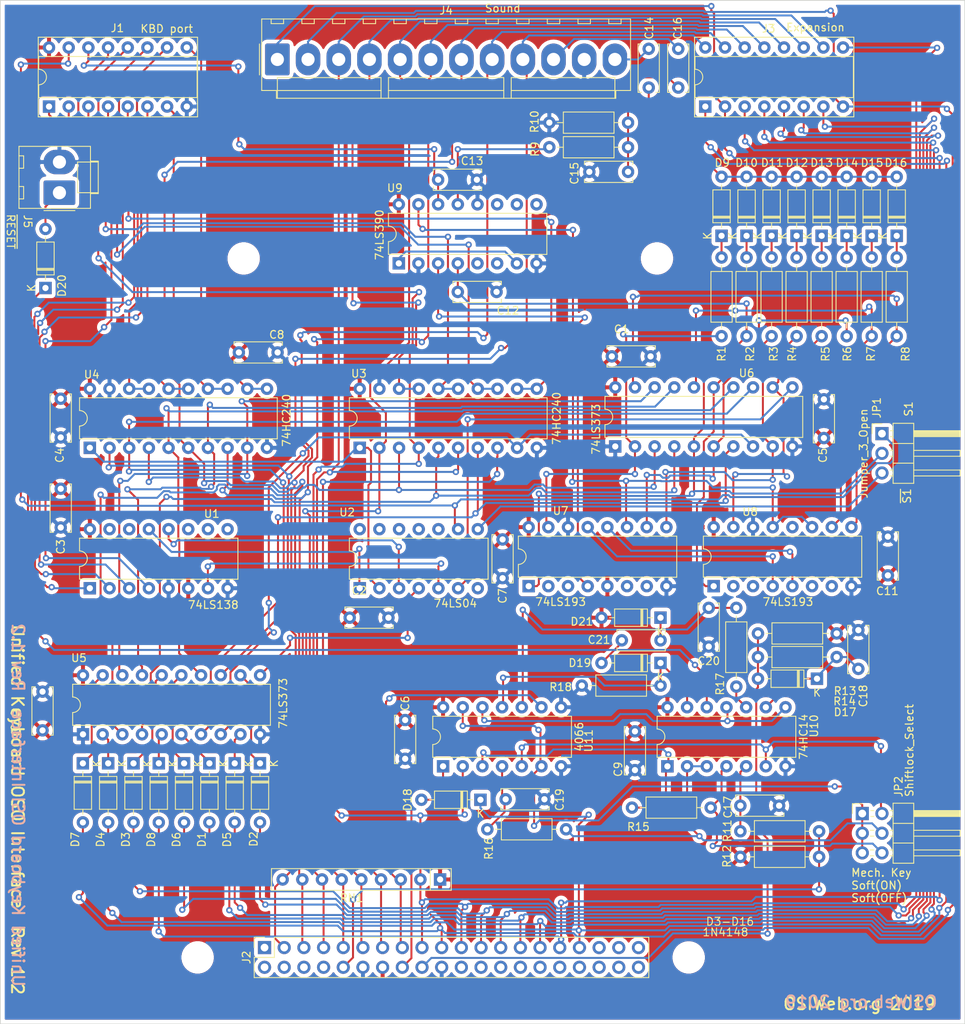
<source format=kicad_pcb>
(kicad_pcb (version 20171130) (host pcbnew "(5.1.6-0-10_14)")
  (title_block (title "Unified Retro Keyboard") (date 2020-06-23) (rev 1.2))
  (layers (0 F.Cu signal) (31 B.Cu signal) (34 B.Paste user) (35 F.Paste user) (36 B.SilkS user) (37 F.SilkS user) (38 B.Mask user) (39 F.Mask user) (44 Edge.Cuts user))
  (net 0 "")
  (net 1 +5V)
  (net 2 /Row3)
  (net 3 /Row0)
  (net 4 /Row1)
  (net 5 /Row4)
  (net 6 /Row5)
  (net 7 /Row7)
  (net 8 /Col0)
  (net 9 /Col1)
  (net 10 /Col2)
  (net 11 /Col3)
  (net 12 /Col4)
  (net 13 /Col5)
  (net 14 /Col6)
  (net 15 /Col7)
  (net 16 /Row6)
  (net 17 /Row2)
  (net 18 GND)
  (net 19 /NI)
  (net 20 "Net-(C14-Pad2)")
  (net 21 /Sound/Noise1)
  (net 22 "Net-(C15-Pad1)")
  (net 23 /Sound/Noise2)
  (net 24 "Net-(C17-Pad2)")
  (net 25 "Net-(C18-Pad1)")
  (net 26 "Net-(C19-Pad2)")
  (net 27 "Net-(C20-Pad1)")
  (net 28 "Net-(D1-Pad1)")
  (net 29 "Net-(D2-Pad1)")
  (net 30 "Net-(D3-Pad1)")
  (net 31 "Net-(D4-Pad1)")
  (net 32 "Net-(D5-Pad1)")
  (net 33 "Net-(D6-Pad1)")
  (net 34 "Net-(D7-Pad1)")
  (net 35 "Net-(D8-Pad1)")
  (net 36 "Net-(D9-Pad1)")
  (net 37 "Net-(D10-Pad1)")
  (net 38 "Net-(D11-Pad1)")
  (net 39 "Net-(D12-Pad1)")
  (net 40 "Net-(D13-Pad1)")
  (net 41 "Net-(D14-Pad1)")
  (net 42 "Net-(D15-Pad1)")
  (net 43 "Net-(D16-Pad1)")
  (net 44 /special_keys/Break_1)
  (net 45 "Net-(D18-Pad2)")
  (net 46 /D6)
  (net 47 /D5)
  (net 48 /~KBE)
  (net 49 /D4)
  (net 50 /~A1)
  (net 51 /D3)
  (net 52 /~A0)
  (net 53 /D2)
  (net 54 /R-~W)
  (net 55 /D1)
  (net 56 /D7)
  (net 57 /D0)
  (net 58 "Net-(J2-Pad40)")
  (net 59 "Net-(J2-Pad39)")
  (net 60 "Net-(J2-Pad38)")
  (net 61 "Net-(J2-Pad37)")
  (net 62 "Net-(J2-Pad36)")
  (net 63 "Net-(J2-Pad35)")
  (net 64 "Net-(J2-Pad34)")
  (net 65 "Net-(J2-Pad32)")
  (net 66 "Net-(J2-Pad30)")
  (net 67 "Net-(J2-Pad28)")
  (net 68 "Net-(J2-Pad26)")
  (net 69 "Net-(J2-Pad24)")
  (net 70 "Net-(J2-Pad22)")
  (net 71 /special_keys/ShiftLock_LED-)
  (net 72 /special_keys/ShiftLock_1)
  (net 73 "Net-(J2-Pad8)")
  (net 74 "Net-(J2-Pad6)")
  (net 75 "Net-(J2-Pad4)")
  (net 76 "Net-(J2-Pad2)")
  (net 77 "Net-(J2-Pad1)")
  (net 78 "Net-(JP1-Pad3)")
  (net 79 /Sound/S0)
  (net 80 /Sound/S1)
  (net 81 /Sound/S2)
  (net 82 /Sound/S3)
  (net 83 /Sound/S4)
  (net 84 /Sound/S5)
  (net 85 /Sound/S6)
  (net 86 /Sound/S7)
  (net 87 "Net-(R9-Pad2)")
  (net 88 "Net-(R15-Pad1)")
  (net 89 "Net-(R17-Pad2)")
  (net 90 /Sound/SOUND_EN)
  (net 91 /Sound/KD3)
  (net 92 /Sound/KD2)
  (net 93 /Sound/KD1)
  (net 94 /Sound/KD0)
  (net 95 /Sound/KD7)
  (net 96 /Sound/KD6)
  (net 97 /Sound/KD5)
  (net 98 /Sound/KD4)
  (net 99 "Net-(U8-Pad7)")
  (net 100 "Net-(U8-Pad6)")
  (net 101 "Net-(U8-Pad12)")
  (net 102 "Net-(U8-Pad3)")
  (net 103 "Net-(U8-Pad2)")
  (net 104 "Net-(U9-Pad6)")
  (net 105 "Net-(U10-Pad11)")
  (net 106 /special_keys/~RESET)
  (net 107 "Net-(C21-Pad2)")
  (net 108 "Net-(D19-Pad1)")
  (net 109 "Net-(U1-Pad15)")
  (net 110 "Net-(U1-Pad7)")
  (net 111 "Net-(U1-Pad14)")
  (net 112 "Net-(U1-Pad13)")
  (net 113 "Net-(U1-Pad12)")
  (net 114 "Net-(U1-Pad11)")
  (net 115 "Net-(U1-Pad10)")
  (net 116 "Net-(U1-Pad9)")
  (net 117 "Net-(U2-Pad4)")
  (net 118 "Net-(U2-Pad2)")
  (net 119 "Net-(U7-Pad7)")
  (net 120 "Net-(U7-Pad6)")
  (net 121 "Net-(U7-Pad13)")
  (net 122 "Net-(U7-Pad12)")
  (net 123 "Net-(U7-Pad4)")
  (net 124 "Net-(U7-Pad11)")
  (net 125 "Net-(U7-Pad3)")
  (net 126 "Net-(U7-Pad2)")
  (net 127 "Net-(U9-Pad1)")
  (net 128 "Net-(U9-Pad5)")
  (net 129 "Net-(U9-Pad11)")
  (net 130 "Net-(U9-Pad10)")
  (net 131 "Net-(U9-Pad9)")
  (net 132 "Net-(D20-Pad1)")
  (net 133 /~S1)
  (net 134 "Net-(C21-Pad1)")
  (net 135 "Net-(JP2-Pad6)")
  (net 136 "Net-(JP2-Pad1)")
  (net 137 "Net-(JP2-Pad4)")
  (net 138 "Net-(JP2-Pad2)")
  (module unikbd:kbd_header_and_mounting_holes (layer F.Cu) (at 185.397 175.5918 90)
    (fp_text reference J2 (at 1.2954 -2.5078 90) (layer F.SilkS))
    (fp_text value "Key Matrix")
    (pad "" np_thru_hole circle (at 91.4924 50.4712 90) (size 3.175 3.175) (drill 3.175) (layers *.Cu *.Mask))
    (pad "" np_thru_hole circle (at 91.4924 -2.8688 90) (size 3.175 3.175) (drill 3.175) (layers *.Cu *.Mask))
    (pad "" np_thru_hole circle (at 1.2954 -8.8124 90) (size 3.175 3.175) (drill 3.175) (layers *.Cu *.Mask))
    (pad "" np_thru_hole circle (at 1.2954 54.5606 90) (size 3.175 3.175) (drill 3.175) (layers *.Cu *.Mask))
    (pad 40 thru_hole oval (at 0.0254 48.0822 90) (size 1.7 1.7) (drill 1) (layers *.Cu *.Mask) (net 58 "Net-(J2-Pad40)"))
    (pad 39 thru_hole oval (at 2.5654 48.0822 90) (size 1.7 1.7) (drill 1) (layers *.Cu *.Mask) (net 59 "Net-(J2-Pad39)"))
    (pad 38 thru_hole oval (at 0.0254 45.5422 90) (size 1.7 1.7) (drill 1) (layers *.Cu *.Mask) (net 60 "Net-(J2-Pad38)"))
    (pad 37 thru_hole oval (at 2.5654 45.5422 90) (size 1.7 1.7) (drill 1) (layers *.Cu *.Mask) (net 61 "Net-(J2-Pad37)"))
    (pad 36 thru_hole oval (at 0.0254 43.0022 90) (size 1.7 1.7) (drill 1) (layers *.Cu *.Mask) (net 62 "Net-(J2-Pad36)"))
    (pad 35 thru_hole oval (at 2.5654 43.0022 90) (size 1.7 1.7) (drill 1) (layers *.Cu *.Mask) (net 63 "Net-(J2-Pad35)"))
    (pad 34 thru_hole oval (at 0.0254 40.4622 90) (size 1.7 1.7) (drill 1) (layers *.Cu *.Mask) (net 64 "Net-(J2-Pad34)"))
    (pad 33 thru_hole oval (at 2.5654 40.4622 90) (size 1.7 1.7) (drill 1) (layers *.Cu *.Mask) (net 3 /Row0))
    (pad 32 thru_hole oval (at 0.0254 37.9222 90) (size 1.7 1.7) (drill 1) (layers *.Cu *.Mask) (net 65 "Net-(J2-Pad32)"))
    (pad 31 thru_hole oval (at 2.5654 37.9222 90) (size 1.7 1.7) (drill 1) (layers *.Cu *.Mask) (net 4 /Row1))
    (pad 30 thru_hole oval (at 0.0254 35.3822 90) (size 1.7 1.7) (drill 1) (layers *.Cu *.Mask) (net 66 "Net-(J2-Pad30)"))
    (pad 29 thru_hole oval (at 2.5654 35.3822 90) (size 1.7 1.7) (drill 1) (layers *.Cu *.Mask) (net 17 /Row2))
    (pad 28 thru_hole oval (at 0.0254 32.8422 90) (size 1.7 1.7) (drill 1) (layers *.Cu *.Mask) (net 67 "Net-(J2-Pad28)"))
    (pad 27 thru_hole oval (at 2.5654 32.8422 90) (size 1.7 1.7) (drill 1) (layers *.Cu *.Mask) (net 2 /Row3))
    (pad 26 thru_hole oval (at 0.0254 30.3022 90) (size 1.7 1.7) (drill 1) (layers *.Cu *.Mask) (net 68 "Net-(J2-Pad26)"))
    (pad 25 thru_hole oval (at 2.5654 30.3022 90) (size 1.7 1.7) (drill 1) (layers *.Cu *.Mask) (net 5 /Row4))
    (pad 24 thru_hole oval (at 0.0254 27.7622 90) (size 1.7 1.7) (drill 1) (layers *.Cu *.Mask) (net 69 "Net-(J2-Pad24)"))
    (pad 23 thru_hole oval (at 2.5654 27.7622 90) (size 1.7 1.7) (drill 1) (layers *.Cu *.Mask) (net 6 /Row5))
    (pad 22 thru_hole oval (at 0.0254 25.2222 90) (size 1.7 1.7) (drill 1) (layers *.Cu *.Mask) (net 70 "Net-(J2-Pad22)"))
    (pad 21 thru_hole oval (at 2.5654 25.2222 90) (size 1.7 1.7) (drill 1) (layers *.Cu *.Mask) (net 16 /Row6))
    (pad 20 thru_hole oval (at 0.0254 22.6822 90) (size 1.7 1.7) (drill 1) (layers *.Cu *.Mask) (net 18 GND))
    (pad 19 thru_hole oval (at 2.5654 22.6822 90) (size 1.7 1.7) (drill 1) (layers *.Cu *.Mask) (net 7 /Row7))
    (pad 18 thru_hole oval (at 0.0254 20.1422 90) (size 1.7 1.7) (drill 1) (layers *.Cu *.Mask) (net 44 /special_keys/Break_1))
    (pad 17 thru_hole oval (at 2.5654 20.1422 90) (size 1.7 1.7) (drill 1) (layers *.Cu *.Mask) (net 8 /Col0))
    (pad 16 thru_hole oval (at 0.0254 17.6022 90) (size 1.7 1.7) (drill 1) (layers *.Cu *.Mask) (net 71 /special_keys/ShiftLock_LED-))
    (pad 15 thru_hole oval (at 2.5654 17.6022 90) (size 1.7 1.7) (drill 1) (layers *.Cu *.Mask) (net 9 /Col1))
    (pad 14 thru_hole oval (at 0.0254 15.0622 90) (size 1.7 1.7) (drill 1) (layers *.Cu *.Mask) (net 1 +5V))
    (pad 13 thru_hole oval (at 2.5654 15.0622 90) (size 1.7 1.7) (drill 1) (layers *.Cu *.Mask) (net 10 /Col2))
    (pad 12 thru_hole oval (at 0.0254 12.5222 90) (size 1.7 1.7) (drill 1) (layers *.Cu *.Mask) (net 18 GND))
    (pad 11 thru_hole oval (at 2.5654 12.5222 90) (size 1.7 1.7) (drill 1) (layers *.Cu *.Mask) (net 11 /Col3))
    (pad 10 thru_hole oval (at 0.0254 9.9822 90) (size 1.7 1.7) (drill 1) (layers *.Cu *.Mask) (net 72 /special_keys/ShiftLock_1))
    (pad 9 thru_hole oval (at 2.5654 9.9822 90) (size 1.7 1.7) (drill 1) (layers *.Cu *.Mask) (net 12 /Col4))
    (pad 8 thru_hole oval (at 0.0254 7.4422 90) (size 1.7 1.7) (drill 1) (layers *.Cu *.Mask) (net 73 "Net-(J2-Pad8)"))
    (pad 7 thru_hole oval (at 2.5654 7.4422 90) (size 1.7 1.7) (drill 1) (layers *.Cu *.Mask) (net 13 /Col5))
    (pad 6 thru_hole oval (at 0.0254 4.9022 90) (size 1.7 1.7) (drill 1) (layers *.Cu *.Mask) (net 74 "Net-(J2-Pad6)"))
    (pad 5 thru_hole oval (at 2.5654 4.9022 90) (size 1.7 1.7) (drill 1) (layers *.Cu *.Mask) (net 14 /Col6))
    (pad 4 thru_hole oval (at 0.0254 2.3622 90) (size 1.7 1.7) (drill 1) (layers *.Cu *.Mask) (net 75 "Net-(J2-Pad4)"))
    (pad 3 thru_hole oval (at 2.5654 2.3622 90) (size 1.7 1.7) (drill 1) (layers *.Cu *.Mask) (net 15 /Col7))
    (pad 2 thru_hole oval (at 0.0254 -0.1778 90) (size 1.7 1.7) (drill 1) (layers *.Cu *.Mask) (net 76 "Net-(J2-Pad2)"))
    (pad 1 thru_hole rect (at 2.5654 -0.1778 90) (size 1.7 1.7) (drill 1) (layers *.Cu *.Mask) (net 77 "Net-(J2-Pad1)"))
  )
  (module Diode_THT:D_DO-35_SOD27_P7.62mm_Horizontal (layer F.Cu) (at 161.775 149.252 270)
    (fp_text reference D7 (at 9.8425 0.9915 90) (layer F.SilkS))
    (fp_text value 1N4148)
    (fp_text user K (at 0 -1.8 90) (layer F.SilkS))
    (pad 2 thru_hole oval (at 7.62 0 270) (size 1.6 1.6) (drill 0.8) (layers *.Cu *.Mask) (net 7 /Row7))
    (pad 1 thru_hole rect (at 0 0 270) (size 1.6 1.6) (drill 0.8) (layers *.Cu *.Mask) (net 34 "Net-(D7-Pad1)"))
  )
  (module Diode_THT:D_DO-35_SOD27_P7.62mm_Horizontal (layer F.Cu) (at 165.040714 149.252 270)
    (fp_text reference D4 (at 9.8425 0.9915 90) (layer F.SilkS))
    (fp_text value 1N4148)
    (fp_text user K (at 0 -1.8 90) (layer F.SilkS))
    (pad 2 thru_hole oval (at 7.62 0 270) (size 1.6 1.6) (drill 0.8) (layers *.Cu *.Mask) (net 3 /Row0))
    (pad 1 thru_hole rect (at 0 0 270) (size 1.6 1.6) (drill 0.8) (layers *.Cu *.Mask) (net 31 "Net-(D4-Pad1)"))
  )
  (module Diode_THT:D_DO-35_SOD27_P7.62mm_Horizontal (layer F.Cu) (at 168.306428 149.252 270)
    (fp_text reference D3 (at 9.8425 0.9915 90) (layer F.SilkS))
    (fp_text value 1N4148)
    (fp_text user K (at 0 -1.8 90) (layer F.SilkS))
    (pad 2 thru_hole oval (at 7.62 0 270) (size 1.6 1.6) (drill 0.8) (layers *.Cu *.Mask) (net 16 /Row6))
    (pad 1 thru_hole rect (at 0 0 270) (size 1.6 1.6) (drill 0.8) (layers *.Cu *.Mask) (net 30 "Net-(D3-Pad1)"))
  )
  (module Diode_THT:D_DO-35_SOD27_P7.62mm_Horizontal (layer F.Cu) (at 171.572142 149.252 270)
    (fp_text reference D8 (at 9.8425 0.9915 90) (layer F.SilkS))
    (fp_text value 1N4148)
    (fp_text user K (at 0 -1.8 90) (layer F.SilkS))
    (pad 2 thru_hole oval (at 7.62 0 270) (size 1.6 1.6) (drill 0.8) (layers *.Cu *.Mask) (net 4 /Row1))
    (pad 1 thru_hole rect (at 0 0 270) (size 1.6 1.6) (drill 0.8) (layers *.Cu *.Mask) (net 35 "Net-(D8-Pad1)"))
  )
  (module Diode_THT:D_DO-35_SOD27_P7.62mm_Horizontal (layer F.Cu) (at 236.324 130.456 180)
    (fp_text reference D21 (at 10.16 -0.508) (layer F.SilkS))
    (fp_text value 1N4148)
    (fp_text user K (at 0 -1.8) (layer F.SilkS))
    (pad 2 thru_hole oval (at 7.62 0 180) (size 1.6 1.6) (drill 0.8) (layers *.Cu *.Mask) (net 1 +5V))
    (pad 1 thru_hole rect (at 0 0 180) (size 1.6 1.6) (drill 0.8) (layers *.Cu *.Mask) (net 134 "Net-(C21-Pad1)"))
  )
  (module Diode_THT:D_DO-35_SOD27_P7.62mm_Horizontal (layer F.Cu) (at 156.949 87.911 90)
    (fp_text reference D20 (at 0.29972 2.11836 90) (layer F.SilkS))
    (fp_text value 1N4148)
    (fp_text user K (at 0 -1.8 90) (layer F.SilkS))
    (pad 2 thru_hole oval (at 7.62 0 90) (size 1.6 1.6) (drill 0.8) (layers *.Cu *.Mask) (net 106 /special_keys/~RESET))
    (pad 1 thru_hole rect (at 0 0 90) (size 1.6 1.6) (drill 0.8) (layers *.Cu *.Mask) (net 132 "Net-(D20-Pad1)"))
  )
  (module Diode_THT:D_DO-35_SOD27_P7.62mm_Horizontal (layer F.Cu) (at 236.324 136.298 180)
    (fp_text reference D19 (at 10.414 0) (layer F.SilkS))
    (fp_text value 1N4148)
    (fp_text user K (at 0 -1.8) (layer F.SilkS))
    (pad 2 thru_hole oval (at 7.62 0 180) (size 1.6 1.6) (drill 0.8) (layers *.Cu *.Mask) (net 107 "Net-(C21-Pad2)"))
    (pad 1 thru_hole rect (at 0 0 180) (size 1.6 1.6) (drill 0.8) (layers *.Cu *.Mask) (net 108 "Net-(D19-Pad1)"))
  )
  (module Diode_THT:D_DO-35_SOD27_P7.62mm_Horizontal (layer F.Cu) (at 213.083 153.951 180)
    (fp_text reference D18 (at 9.398 0 90) (layer F.SilkS))
    (fp_text value 1N4148)
    (fp_text user K (at 0 -1.8) (layer F.SilkS))
    (pad 2 thru_hole oval (at 7.62 0 180) (size 1.6 1.6) (drill 0.8) (layers *.Cu *.Mask) (net 45 "Net-(D18-Pad2)"))
    (pad 1 thru_hole rect (at 0 0 180) (size 1.6 1.6) (drill 0.8) (layers *.Cu *.Mask) (net 3 /Row0))
  )
  (module Diode_THT:D_DO-35_SOD27_P7.62mm_Horizontal (layer F.Cu) (at 256.517 138.33 180)
    (fp_text reference D17 (at -3.6195 -4.318) (layer F.SilkS))
    (fp_text value 1N4148)
    (fp_text user K (at 0 -1.8) (layer F.SilkS))
    (pad 2 thru_hole oval (at 7.62 0 180) (size 1.6 1.6) (drill 0.8) (layers *.Cu *.Mask) (net 44 /special_keys/Break_1))
    (pad 1 thru_hole rect (at 0 0 180) (size 1.6 1.6) (drill 0.8) (layers *.Cu *.Mask) (net 25 "Net-(C18-Pad1)"))
  )
  (module Diode_THT:D_DO-35_SOD27_P7.62mm_Horizontal (layer F.Cu) (at 266.804 81.18 90)
    (fp_text reference D16 (at 9.4234 -0.1016 180) (layer F.SilkS))
    (fp_text value 1N4148)
    (fp_text user K (at 0 -1.8 90) (layer F.SilkS))
    (pad 2 thru_hole oval (at 7.62 0 90) (size 1.6 1.6) (drill 0.8) (layers *.Cu *.Mask) (net 20 "Net-(C14-Pad2)"))
    (pad 1 thru_hole rect (at 0 0 90) (size 1.6 1.6) (drill 0.8) (layers *.Cu *.Mask) (net 43 "Net-(D16-Pad1)"))
  )
  (module Diode_THT:D_DO-35_SOD27_P7.62mm_Horizontal (layer F.Cu) (at 263.574568 81.18 90)
    (fp_text reference D15 (at 9.4234 0.041732 180) (layer F.SilkS))
    (fp_text value 1N4148)
    (fp_text user K (at 0 -1.8 90) (layer F.SilkS))
    (pad 2 thru_hole oval (at 7.62 0 90) (size 1.6 1.6) (drill 0.8) (layers *.Cu *.Mask) (net 20 "Net-(C14-Pad2)"))
    (pad 1 thru_hole rect (at 0 0 90) (size 1.6 1.6) (drill 0.8) (layers *.Cu *.Mask) (net 42 "Net-(D15-Pad1)"))
  )
  (module Diode_THT:D_DO-35_SOD27_P7.62mm_Horizontal (layer F.Cu) (at 260.34514 81.18 90)
    (fp_text reference D14 (at 9.4234 0.04536 180) (layer F.SilkS))
    (fp_text value 1N4148)
    (fp_text user K (at 0 -1.8 90) (layer F.SilkS))
    (pad 2 thru_hole oval (at 7.62 0 90) (size 1.6 1.6) (drill 0.8) (layers *.Cu *.Mask) (net 20 "Net-(C14-Pad2)"))
    (pad 1 thru_hole rect (at 0 0 90) (size 1.6 1.6) (drill 0.8) (layers *.Cu *.Mask) (net 41 "Net-(D14-Pad1)"))
  )
  (module Diode_THT:D_DO-35_SOD27_P7.62mm_Horizontal (layer F.Cu) (at 257.115712 81.18 90)
    (fp_text reference D13 (at 9.4234 -0.001812 180) (layer F.SilkS))
    (fp_text value 1N4148)
    (fp_text user K (at 0 -1.8 90) (layer F.SilkS))
    (pad 2 thru_hole oval (at 7.62 0 90) (size 1.6 1.6) (drill 0.8) (layers *.Cu *.Mask) (net 20 "Net-(C14-Pad2)"))
    (pad 1 thru_hole rect (at 0 0 90) (size 1.6 1.6) (drill 0.8) (layers *.Cu *.Mask) (net 40 "Net-(D13-Pad1)"))
  )
  (module Diode_THT:D_DO-35_SOD27_P7.62mm_Horizontal (layer F.Cu) (at 253.886284 81.18 90)
    (fp_text reference D12 (at 9.4234 0.039916 180) (layer F.SilkS))
    (fp_text value 1N4148)
    (fp_text user K (at 0 -1.8 90) (layer F.SilkS))
    (pad 2 thru_hole oval (at 7.62 0 90) (size 1.6 1.6) (drill 0.8) (layers *.Cu *.Mask) (net 20 "Net-(C14-Pad2)"))
    (pad 1 thru_hole rect (at 0 0 90) (size 1.6 1.6) (drill 0.8) (layers *.Cu *.Mask) (net 39 "Net-(D12-Pad1)"))
  )
  (module Diode_THT:D_DO-35_SOD27_P7.62mm_Horizontal (layer F.Cu) (at 250.656856 81.18 90)
    (fp_text reference D11 (at 9.4234 0.081644 180) (layer F.SilkS))
    (fp_text value 1N4148)
    (fp_text user K (at 0 -1.8 90) (layer F.SilkS))
    (pad 2 thru_hole oval (at 7.62 0 90) (size 1.6 1.6) (drill 0.8) (layers *.Cu *.Mask) (net 20 "Net-(C14-Pad2)"))
    (pad 1 thru_hole rect (at 0 0 90) (size 1.6 1.6) (drill 0.8) (layers *.Cu *.Mask) (net 38 "Net-(D11-Pad1)"))
  )
  (module Diode_THT:D_DO-35_SOD27_P7.62mm_Horizontal (layer F.Cu) (at 247.427428 81.18 90)
    (fp_text reference D10 (at 9.4234 -0.003628 180) (layer F.SilkS))
    (fp_text value 1N4148)
    (fp_text user K (at 0 -1.8 90) (layer F.SilkS))
    (pad 2 thru_hole oval (at 7.62 0 90) (size 1.6 1.6) (drill 0.8) (layers *.Cu *.Mask) (net 20 "Net-(C14-Pad2)"))
    (pad 1 thru_hole rect (at 0 0 90) (size 1.6 1.6) (drill 0.8) (layers *.Cu *.Mask) (net 37 "Net-(D10-Pad1)"))
  )
  (module Diode_THT:D_DO-35_SOD27_P7.62mm_Horizontal (layer F.Cu) (at 244.198 81.18 90)
    (fp_text reference D9 (at 9.4234 0.0889 180) (layer F.SilkS))
    (fp_text value 1N4148)
    (fp_text user K (at 0 -1.8 90) (layer F.SilkS))
    (pad 2 thru_hole oval (at 7.62 0 90) (size 1.6 1.6) (drill 0.8) (layers *.Cu *.Mask) (net 20 "Net-(C14-Pad2)"))
    (pad 1 thru_hole rect (at 0 0 90) (size 1.6 1.6) (drill 0.8) (layers *.Cu *.Mask) (net 36 "Net-(D9-Pad1)"))
  )
  (module Connector_PinHeader_2.54mm:PinHeader_2x03_P2.54mm_Horizontal (layer F.Cu) (at 262.359 155.729)
    (fp_text reference JP2 (at 4.6863 -3.4671 90) (layer F.SilkS))
    (fp_text value Shiftlock_Select (at 6.0833 -8.1407 90) (layer F.SilkS))
    (pad 6 thru_hole oval (at 2.54 5.08) (size 1.7 1.7) (drill 1) (layers *.Cu *.Mask) (net 135 "Net-(JP2-Pad6)"))
    (pad 5 thru_hole oval (at 0 5.08) (size 1.7 1.7) (drill 1) (layers *.Cu *.Mask) (net 136 "Net-(JP2-Pad1)"))
    (pad 4 thru_hole oval (at 2.54 2.54) (size 1.7 1.7) (drill 1) (layers *.Cu *.Mask) (net 137 "Net-(JP2-Pad4)"))
    (pad 3 thru_hole oval (at 0 2.54) (size 1.7 1.7) (drill 1) (layers *.Cu *.Mask) (net 136 "Net-(JP2-Pad1)"))
    (pad 2 thru_hole oval (at 2.54 0) (size 1.7 1.7) (drill 1) (layers *.Cu *.Mask) (net 138 "Net-(JP2-Pad2)"))
    (pad 1 thru_hole rect (at 0 0) (size 1.7 1.7) (drill 1) (layers *.Cu *.Mask) (net 136 "Net-(JP2-Pad1)"))
  )
  (module Connector_Molex:Molex_KK-396_A-41791-0012_1x12_P3.96mm_Vertical (layer F.Cu) (at 186.87435 58.42)
    (fp_text reference J4 (at 21.78 -6.31) (layer F.SilkS))
    (fp_text value Sound (at 29.09155 -6.5897) (layer F.SilkS))
    (pad 12 thru_hole oval (at 43.56 0) (size 3.16 4.1) (drill 1.7) (layers *.Cu *.Mask) (net 21 /Sound/Noise1))
    (pad 11 thru_hole oval (at 39.6 0) (size 3.16 4.1) (drill 1.7) (layers *.Cu *.Mask) (net 18 GND))
    (pad 10 thru_hole oval (at 35.64 0) (size 3.16 4.1) (drill 1.7) (layers *.Cu *.Mask) (net 23 /Sound/Noise2))
    (pad 9 thru_hole oval (at 31.68 0) (size 3.16 4.1) (drill 1.7) (layers *.Cu *.Mask) (net 15 /Col7))
    (pad 8 thru_hole oval (at 27.72 0) (size 3.16 4.1) (drill 1.7) (layers *.Cu *.Mask) (net 14 /Col6))
    (pad 7 thru_hole oval (at 23.76 0) (size 3.16 4.1) (drill 1.7) (layers *.Cu *.Mask) (net 13 /Col5))
    (pad 6 thru_hole oval (at 19.8 0) (size 3.16 4.1) (drill 1.7) (layers *.Cu *.Mask) (net 12 /Col4))
    (pad 5 thru_hole oval (at 15.84 0) (size 3.16 4.1) (drill 1.7) (layers *.Cu *.Mask) (net 11 /Col3))
    (pad 4 thru_hole oval (at 11.88 0) (size 3.16 4.1) (drill 1.7) (layers *.Cu *.Mask) (net 10 /Col2))
    (pad 3 thru_hole oval (at 7.92 0) (size 3.16 4.1) (drill 1.7) (layers *.Cu *.Mask) (net 9 /Col1))
    (pad 2 thru_hole oval (at 3.96 0) (size 3.16 4.1) (drill 1.7) (layers *.Cu *.Mask) (net 7 /Row7))
    (pad 1 thru_hole roundrect (at 0 0) (size 3.16 4.1) (drill 1.7) (layers *.Cu *.Mask) (roundrect_rratio 0.079114) (net 4 /Row1))
  )
  (module Package_DIP:DIP-14_W7.62mm (layer F.Cu) (at 237.213 149.633 90)
    (fp_text reference U10 (at 5.207 18.923 90) (layer F.SilkS))
    (fp_text value 74HC14 (at 3.81 17.57 90) (layer F.SilkS))
    (pad 14 thru_hole oval (at 7.62 0 90) (size 1.6 1.6) (drill 0.8) (layers *.Cu *.Mask) (net 1 +5V))
    (pad 7 thru_hole oval (at 0 15.24 90) (size 1.6 1.6) (drill 0.8) (layers *.Cu *.Mask) (net 18 GND))
    (pad 13 thru_hole oval (at 7.62 2.54 90) (size 1.6 1.6) (drill 0.8) (layers *.Cu *.Mask) (net 108 "Net-(D19-Pad1)"))
    (pad 6 thru_hole oval (at 0 12.7 90) (size 1.6 1.6) (drill 0.8) (layers *.Cu *.Mask) (net 138 "Net-(JP2-Pad2)"))
    (pad 12 thru_hole oval (at 7.62 5.08 90) (size 1.6 1.6) (drill 0.8) (layers *.Cu *.Mask) (net 132 "Net-(D20-Pad1)"))
    (pad 5 thru_hole oval (at 0 10.16 90) (size 1.6 1.6) (drill 0.8) (layers *.Cu *.Mask) (net 24 "Net-(C17-Pad2)"))
    (pad 11 thru_hole oval (at 7.62 7.62 90) (size 1.6 1.6) (drill 0.8) (layers *.Cu *.Mask) (net 105 "Net-(U10-Pad11)"))
    (pad 4 thru_hole oval (at 0 7.62 90) (size 1.6 1.6) (drill 0.8) (layers *.Cu *.Mask) (net 135 "Net-(JP2-Pad6)"))
    (pad 10 thru_hole oval (at 7.62 10.16 90) (size 1.6 1.6) (drill 0.8) (layers *.Cu *.Mask) (net 89 "Net-(R17-Pad2)"))
    (pad 3 thru_hole oval (at 0 5.08 90) (size 1.6 1.6) (drill 0.8) (layers *.Cu *.Mask) (net 137 "Net-(JP2-Pad4)"))
    (pad 9 thru_hole oval (at 7.62 12.7 90) (size 1.6 1.6) (drill 0.8) (layers *.Cu *.Mask) (net 25 "Net-(C18-Pad1)"))
    (pad 2 thru_hole oval (at 0 2.54 90) (size 1.6 1.6) (drill 0.8) (layers *.Cu *.Mask) (net 137 "Net-(JP2-Pad4)"))
    (pad 8 thru_hole oval (at 7.62 15.24 90) (size 1.6 1.6) (drill 0.8) (layers *.Cu *.Mask) (net 105 "Net-(U10-Pad11)"))
    (pad 1 thru_hole rect (at 0 0 90) (size 1.6 1.6) (drill 0.8) (layers *.Cu *.Mask) (net 88 "Net-(R15-Pad1)"))
  )
  (module Connector_PinHeader_2.54mm:PinHeader_1x03_P2.54mm_Horizontal (layer F.Cu) (at 264.899 106.707)
    (fp_text reference JP1 (at -0.67056 -3.33756 90) (layer F.SilkS))
    (fp_text value Jumper_3_Open (at -2.37236 2.57048 90) (layer F.SilkS))
    (pad 3 thru_hole oval (at 0 5.08) (size 1.7 1.7) (drill 1) (layers *.Cu *.Mask) (net 78 "Net-(JP1-Pad3)"))
    (pad 2 thru_hole oval (at 0 2.54) (size 1.7 1.7) (drill 1) (layers *.Cu *.Mask) (net 80 /Sound/S1))
    (pad 1 thru_hole rect (at 0 0) (size 1.7 1.7) (drill 1) (layers *.Cu *.Mask) (net 133 /~S1))
  )
  (module Connector_Molex:Molex_KK-396_A-41791-0002_1x02_P3.96mm_Vertical (layer F.Cu) (at 158.75 75.6174 90)
    (fp_text reference J5 (at -3.70332 -4.087 270 unlocked) (layer F.SilkS))
    (fp_text value ~RESET~ (at -5.0292 -6.2841 270 unlocked) (layer F.SilkS))
    (pad 2 thru_hole oval (at 3.96 0 90) (size 3.16 4.1) (drill 1.7) (layers *.Cu *.Mask) (net 18 GND))
    (pad 1 thru_hole roundrect (at 0 0 90) (size 3.16 4.1) (drill 1.7) (layers *.Cu *.Mask) (roundrect_rratio 0.079114) (net 106 /special_keys/~RESET))
  )
  (module Capacitor_THT:C_Disc_D6.0mm_W2.5mm_P5.00mm (layer F.Cu) (at 236.324 133.377 180)
    (fp_text reference C21 (at 7.9375 0.0635) (layer F.SilkS))
    (fp_text value 10uF)
    (pad 2 thru_hole circle (at 5 0 180) (size 1.6 1.6) (drill 0.8) (layers *.Cu *.Mask) (net 107 "Net-(C21-Pad2)"))
    (pad 1 thru_hole circle (at 0 0 180) (size 1.6 1.6) (drill 0.8) (layers *.Cu *.Mask) (net 134 "Net-(C21-Pad1)"))
  )
  (module Capacitor_THT:C_Disc_D6.0mm_W2.5mm_P5.00mm (layer F.Cu) (at 242.547 129.186 270)
    (fp_text reference C20 (at 6.858 0 180) (layer F.SilkS))
    (fp_text value "0.1 uF")
    (pad 2 thru_hole circle (at 5 0 270) (size 1.6 1.6) (drill 0.8) (layers *.Cu *.Mask) (net 18 GND))
    (pad 1 thru_hole circle (at 0 0 270) (size 1.6 1.6) (drill 0.8) (layers *.Cu *.Mask) (net 27 "Net-(C20-Pad1)"))
  )
  (module Capacitor_THT:C_Disc_D6.0mm_W2.5mm_P5.00mm (layer F.Cu) (at 221.338 153.8875 180)
    (fp_text reference C19 (at -1.9685 -0.0635 90) (layer F.SilkS))
    (fp_text value 0.1uF)
    (pad 2 thru_hole circle (at 5 0 180) (size 1.6 1.6) (drill 0.8) (layers *.Cu *.Mask) (net 26 "Net-(C19-Pad2)"))
    (pad 1 thru_hole circle (at 0 0 180) (size 1.6 1.6) (drill 0.8) (layers *.Cu *.Mask) (net 18 GND))
  )
  (module Capacitor_THT:C_Disc_D6.0mm_W2.5mm_P5.00mm (layer F.Cu) (at 261.851 137.06 90)
    (fp_text reference C18 (at -3.4925 0.635 270) (layer F.SilkS))
    (fp_text value "6.8 uF")
    (pad 2 thru_hole circle (at 5 0 90) (size 1.6 1.6) (drill 0.8) (layers *.Cu *.Mask) (net 18 GND))
    (pad 1 thru_hole circle (at 0 0 90) (size 1.6 1.6) (drill 0.8) (layers *.Cu *.Mask) (net 25 "Net-(C18-Pad1)"))
  )
  (module Capacitor_THT:C_Disc_D6.0mm_W2.5mm_P5.00mm (layer F.Cu) (at 251.6275 154.713 180)
    (fp_text reference C17 (at 6.604 -0.1905 90) (layer F.SilkS))
    (fp_text value 0.33uF)
    (pad 2 thru_hole circle (at 5 0 180) (size 1.6 1.6) (drill 0.8) (layers *.Cu *.Mask) (net 24 "Net-(C17-Pad2)"))
    (pad 1 thru_hole circle (at 0 0 180) (size 1.6 1.6) (drill 0.8) (layers *.Cu *.Mask) (net 18 GND))
  )
  (module Capacitor_THT:C_Disc_D6.0mm_W2.5mm_P5.00mm (layer F.Cu) (at 238.61 57.05 270)
    (fp_text reference C16 (at -2.667 0.0635 90) (layer F.SilkS))
    (fp_text value C)
    (pad 2 thru_hole circle (at 5 0 270) (size 1.6 1.6) (drill 0.8) (layers *.Cu *.Mask) (net 22 "Net-(C15-Pad1)"))
    (pad 1 thru_hole circle (at 0 0 270) (size 1.6 1.6) (drill 0.8) (layers *.Cu *.Mask) (net 23 /Sound/Noise2))
  )
  (module Capacitor_THT:C_Disc_D6.0mm_W2.5mm_P5.00mm (layer F.Cu) (at 232.133 72.925 180)
    (fp_text reference C15 (at 6.9215 -0.1905 270) (layer F.SilkS))
    (fp_text value C)
    (pad 2 thru_hole circle (at 5 0 180) (size 1.6 1.6) (drill 0.8) (layers *.Cu *.Mask) (net 18 GND))
    (pad 1 thru_hole circle (at 0 0 180) (size 1.6 1.6) (drill 0.8) (layers *.Cu *.Mask) (net 22 "Net-(C15-Pad1)"))
  )
  (module Capacitor_THT:C_Disc_D6.0mm_W2.5mm_P5.00mm (layer F.Cu) (at 234.8 57.05 270)
    (fp_text reference C14 (at -2.667 -0.0635 90) (layer F.SilkS))
    (fp_text value 33uF)
    (pad 2 thru_hole circle (at 5 0 270) (size 1.6 1.6) (drill 0.8) (layers *.Cu *.Mask) (net 20 "Net-(C14-Pad2)"))
    (pad 1 thru_hole circle (at 0 0 270) (size 1.6 1.6) (drill 0.8) (layers *.Cu *.Mask) (net 21 /Sound/Noise1))
  )
  (module Capacitor_THT:C_Disc_D6.0mm_W2.5mm_P5.00mm (layer F.Cu) (at 207.622 73.941)
    (fp_text reference C13 (at 4.3815 -2.413) (layer F.SilkS))
    (fp_text value "220 pF")
    (pad 2 thru_hole circle (at 5 0) (size 1.6 1.6) (drill 0.8) (layers *.Cu *.Mask) (net 18 GND))
    (pad 1 thru_hole circle (at 0 0) (size 1.6 1.6) (drill 0.8) (layers *.Cu *.Mask) (net 19 /NI))
  )
  (module Capacitor_THT:C_Disc_D6.0mm_W2.5mm_P5.00mm (layer F.Cu) (at 210.162 88.419)
    (fp_text reference C12 (at 6.477 2.413) (layer F.SilkS))
    (fp_text value "220 pF")
    (pad 2 thru_hole circle (at 5 0) (size 1.6 1.6) (drill 0.8) (layers *.Cu *.Mask) (net 18 GND))
    (pad 1 thru_hole circle (at 0 0) (size 1.6 1.6) (drill 0.8) (layers *.Cu *.Mask) (net 80 /Sound/S1))
  )
  (module Capacitor_THT:C_Disc_D6.0mm_W2.5mm_P5.00mm (layer F.Cu) (at 265.661 124.995 90)
    (fp_text reference C11 (at -2.032 -0.0635 180) (layer F.SilkS))
    (fp_text value "0.1 uF")
    (pad 2 thru_hole circle (at 5 0 90) (size 1.6 1.6) (drill 0.8) (layers *.Cu *.Mask) (net 18 GND))
    (pad 1 thru_hole circle (at 0 0 90) (size 1.6 1.6) (drill 0.8) (layers *.Cu *.Mask) (net 1 +5V))
  )
  (module Capacitor_THT:C_Disc_D6.0mm_W2.5mm_P5.00mm (layer F.Cu) (at 156.568 144.9975 90)
    (fp_text reference C10 (at 1.25 -3.5 90) (layer F.SilkS))
    (fp_text value "0.1 uF")
    (pad 2 thru_hole circle (at 5 0 90) (size 1.6 1.6) (drill 0.8) (layers *.Cu *.Mask) (net 18 GND))
    (pad 1 thru_hole circle (at 0 0 90) (size 1.6 1.6) (drill 0.8) (layers *.Cu *.Mask) (net 1 +5V))
  )
  (module Capacitor_THT:C_Disc_D6.0mm_W2.5mm_P5.00mm (layer F.Cu) (at 233.022 145.1245 270)
    (fp_text reference C9 (at 4.8895 2.159 90) (layer F.SilkS))
    (fp_text value 0.1uF)
    (pad 2 thru_hole circle (at 5 0 270) (size 1.6 1.6) (drill 0.8) (layers *.Cu *.Mask) (net 18 GND))
    (pad 1 thru_hole circle (at 0 0 270) (size 1.6 1.6) (drill 0.8) (layers *.Cu *.Mask) (net 1 +5V))
  )
  (module Capacitor_THT:C_Disc_D6.0mm_W2.5mm_P5.00mm (layer F.Cu) (at 181.9045 96.2295)
    (fp_text reference C8 (at 4.8895 -2.286) (layer F.SilkS))
    (fp_text value 0.1uF)
    (pad 2 thru_hole circle (at 5 0) (size 1.6 1.6) (drill 0.8) (layers *.Cu *.Mask) (net 18 GND))
    (pad 1 thru_hole circle (at 0 0) (size 1.6 1.6) (drill 0.8) (layers *.Cu *.Mask) (net 1 +5V))
  )
  (module Capacitor_THT:C_Disc_D6.0mm_W2.5mm_P5.00mm (layer F.Cu) (at 215.9405 120.3595 270)
    (fp_text reference C7 (at 7.3025 0 90) (layer F.SilkS))
    (fp_text value 0.1uF)
    (pad 2 thru_hole circle (at 5 0 270) (size 1.6 1.6) (drill 0.8) (layers *.Cu *.Mask) (net 18 GND))
    (pad 1 thru_hole circle (at 0 0 270) (size 1.6 1.6) (drill 0.8) (layers *.Cu *.Mask) (net 1 +5V))
  )
  (module Capacitor_THT:C_Disc_D6.0mm_W2.5mm_P5.00mm (layer F.Cu) (at 203.3675 143.664 270)
    (fp_text reference C6 (at -2.159 0 90) (layer F.SilkS))
    (fp_text value 0.1uF)
    (pad 2 thru_hole circle (at 5 0 270) (size 1.6 1.6) (drill 0.8) (layers *.Cu *.Mask) (net 18 GND))
    (pad 1 thru_hole circle (at 0 0 270) (size 1.6 1.6) (drill 0.8) (layers *.Cu *.Mask) (net 1 +5V))
  )
  (module Capacitor_THT:C_Disc_D6.0mm_W2.5mm_P5.00mm (layer F.Cu) (at 257.406 107.2785 90)
    (fp_text reference C5 (at -2.2225 -0.127 90) (layer F.SilkS))
    (fp_text value 0.1uF)
    (pad 2 thru_hole circle (at 5 0 90) (size 1.6 1.6) (drill 0.8) (layers *.Cu *.Mask) (net 18 GND))
    (pad 1 thru_hole circle (at 0 0 90) (size 1.6 1.6) (drill 0.8) (layers *.Cu *.Mask) (net 1 +5V))
  )
  (module Capacitor_THT:C_Disc_D6.0mm_W2.5mm_P5.00mm (layer F.Cu) (at 158.9175 102.1985 270)
    (fp_text reference C4 (at 7.3025 0.127 90) (layer F.SilkS))
    (fp_text value 0.1uF)
    (pad 2 thru_hole circle (at 5 0 270) (size 1.6 1.6) (drill 0.8) (layers *.Cu *.Mask) (net 18 GND))
    (pad 1 thru_hole circle (at 0 0 270) (size 1.6 1.6) (drill 0.8) (layers *.Cu *.Mask) (net 1 +5V))
  )
  (module Capacitor_THT:C_Disc_D6.0mm_W2.5mm_P5.00mm (layer F.Cu) (at 158.9175 113.819 270)
    (fp_text reference C3 (at 7.493 0 90) (layer F.SilkS))
    (fp_text value 0.1uF)
    (pad 2 thru_hole circle (at 5 0 270) (size 1.6 1.6) (drill 0.8) (layers *.Cu *.Mask) (net 18 GND))
    (pad 1 thru_hole circle (at 0 0 270) (size 1.6 1.6) (drill 0.8) (layers *.Cu *.Mask) (net 1 +5V))
  )
  (module Capacitor_THT:C_Disc_D6.0mm_W2.5mm_P5.00mm (layer F.Cu) (at 196.2085 130.456)
    (fp_text reference C2 (at 1.25 -3.5) (layer F.SilkS))
    (fp_text value 0.1uF)
    (pad 2 thru_hole circle (at 5 0) (size 1.6 1.6) (drill 0.8) (layers *.Cu *.Mask) (net 18 GND))
    (pad 1 thru_hole circle (at 0 0) (size 1.6 1.6) (drill 0.8) (layers *.Cu *.Mask) (net 1 +5V))
  )
  (module Capacitor_THT:C_Disc_D6.0mm_W2.5mm_P5.00mm (layer F.Cu) (at 230.0375 96.7375)
    (fp_text reference C1 (at 1.25 -3.5) (layer F.SilkS))
    (fp_text value 0.1uF)
    (pad 2 thru_hole circle (at 5 0) (size 1.6 1.6) (drill 0.8) (layers *.Cu *.Mask) (net 18 GND))
    (pad 1 thru_hole circle (at 0 0) (size 1.6 1.6) (drill 0.8) (layers *.Cu *.Mask) (net 1 +5V))
  )
  (module Package_DIP:DIP-14_W7.62mm (layer F.Cu) (at 208.257 149.633 90)
    (fp_text reference U11 (at 3.302 18.796 90) (layer F.SilkS))
    (fp_text value 4066 (at 3.81 17.57 90) (layer F.SilkS))
    (pad 14 thru_hole oval (at 7.62 0 90) (size 1.6 1.6) (drill 0.8) (layers *.Cu *.Mask) (net 1 +5V))
    (pad 7 thru_hole oval (at 0 15.24 90) (size 1.6 1.6) (drill 0.8) (layers *.Cu *.Mask) (net 18 GND))
    (pad 13 thru_hole oval (at 7.62 2.54 90) (size 1.6 1.6) (drill 0.8) (layers *.Cu *.Mask) (net 136 "Net-(JP2-Pad1)"))
    (pad 6 thru_hole oval (at 0 12.7 90) (size 1.6 1.6) (drill 0.8) (layers *.Cu *.Mask) (net 136 "Net-(JP2-Pad1)"))
    (pad 12 thru_hole oval (at 7.62 5.08 90) (size 1.6 1.6) (drill 0.8) (layers *.Cu *.Mask) (net 105 "Net-(U10-Pad11)"))
    (pad 5 thru_hole oval (at 0 10.16 90) (size 1.6 1.6) (drill 0.8) (layers *.Cu *.Mask) (net 138 "Net-(JP2-Pad2)"))
    (pad 11 thru_hole oval (at 7.62 7.62 90) (size 1.6 1.6) (drill 0.8) (layers *.Cu *.Mask) (net 108 "Net-(D19-Pad1)"))
    (pad 4 thru_hole oval (at 0 7.62 90) (size 1.6 1.6) (drill 0.8) (layers *.Cu *.Mask) (net 26 "Net-(C19-Pad2)"))
    (pad 10 thru_hole oval (at 7.62 10.16 90) (size 1.6 1.6) (drill 0.8) (layers *.Cu *.Mask) (net 27 "Net-(C20-Pad1)"))
    (pad 3 thru_hole oval (at 0 5.08 90) (size 1.6 1.6) (drill 0.8) (layers *.Cu *.Mask) (net 88 "Net-(R15-Pad1)"))
    (pad 9 thru_hole oval (at 7.62 12.7 90) (size 1.6 1.6) (drill 0.8) (layers *.Cu *.Mask) (net 71 /special_keys/ShiftLock_LED-))
    (pad 2 thru_hole oval (at 0 2.54 90) (size 1.6 1.6) (drill 0.8) (layers *.Cu *.Mask) (net 8 /Col0))
    (pad 8 thru_hole oval (at 7.62 15.24 90) (size 1.6 1.6) (drill 0.8) (layers *.Cu *.Mask) (net 18 GND))
    (pad 1 thru_hole rect (at 0 0 90) (size 1.6 1.6) (drill 0.8) (layers *.Cu *.Mask) (net 45 "Net-(D18-Pad2)"))
  )
  (module Package_DIP:DIP-16_W7.62mm (layer F.Cu) (at 202.542 84.736 90)
    (fp_text reference U9 (at 9.7155 -0.508 180) (layer F.SilkS))
    (fp_text value 74LS390 (at 3.683 -2.4765 90) (layer F.SilkS))
    (pad 16 thru_hole oval (at 7.62 0 90) (size 1.6 1.6) (drill 0.8) (layers *.Cu *.Mask) (net 1 +5V))
    (pad 8 thru_hole oval (at 0 17.78 90) (size 1.6 1.6) (drill 0.8) (layers *.Cu *.Mask) (net 18 GND))
    (pad 15 thru_hole oval (at 7.62 2.54 90) (size 1.6 1.6) (drill 0.8) (layers *.Cu *.Mask) (net 124 "Net-(U7-Pad11)"))
    (pad 7 thru_hole oval (at 0 15.24 90) (size 1.6 1.6) (drill 0.8) (layers *.Cu *.Mask) (net 127 "Net-(U9-Pad1)"))
    (pad 14 thru_hole oval (at 7.62 5.08 90) (size 1.6 1.6) (drill 0.8) (layers *.Cu *.Mask) (net 19 /NI))
    (pad 6 thru_hole oval (at 0 12.7 90) (size 1.6 1.6) (drill 0.8) (layers *.Cu *.Mask) (net 104 "Net-(U9-Pad6)"))
    (pad 13 thru_hole oval (at 7.62 7.62 90) (size 1.6 1.6) (drill 0.8) (layers *.Cu *.Mask) (net 87 "Net-(R9-Pad2)"))
    (pad 5 thru_hole oval (at 0 10.16 90) (size 1.6 1.6) (drill 0.8) (layers *.Cu *.Mask) (net 128 "Net-(U9-Pad5)"))
    (pad 12 thru_hole oval (at 7.62 10.16 90) (size 1.6 1.6) (drill 0.8) (layers *.Cu *.Mask) (net 18 GND))
    (pad 4 thru_hole oval (at 0 7.62 90) (size 1.6 1.6) (drill 0.8) (layers *.Cu *.Mask) (net 80 /Sound/S1))
    (pad 11 thru_hole oval (at 7.62 12.7 90) (size 1.6 1.6) (drill 0.8) (layers *.Cu *.Mask) (net 129 "Net-(U9-Pad11)"))
    (pad 3 thru_hole oval (at 0 5.08 90) (size 1.6 1.6) (drill 0.8) (layers *.Cu *.Mask) (net 123 "Net-(U7-Pad4)"))
    (pad 10 thru_hole oval (at 7.62 15.24 90) (size 1.6 1.6) (drill 0.8) (layers *.Cu *.Mask) (net 130 "Net-(U9-Pad10)"))
    (pad 2 thru_hole oval (at 0 2.54 90) (size 1.6 1.6) (drill 0.8) (layers *.Cu *.Mask) (net 18 GND))
    (pad 9 thru_hole oval (at 7.62 17.78 90) (size 1.6 1.6) (drill 0.8) (layers *.Cu *.Mask) (net 131 "Net-(U9-Pad9)"))
    (pad 1 thru_hole rect (at 0 0 90) (size 1.6 1.6) (drill 0.8) (layers *.Cu *.Mask) (net 127 "Net-(U9-Pad1)"))
  )
  (module Package_DIP:DIP-16_W7.62mm (layer F.Cu) (at 243.182 126.392 90)
    (fp_text reference U8 (at 9.5885 4.699 180) (layer F.SilkS))
    (fp_text value 74LS193 (at -2.032 9.5885 180) (layer F.SilkS))
    (pad 16 thru_hole oval (at 7.62 0 90) (size 1.6 1.6) (drill 0.8) (layers *.Cu *.Mask) (net 1 +5V))
    (pad 8 thru_hole oval (at 0 17.78 90) (size 1.6 1.6) (drill 0.8) (layers *.Cu *.Mask) (net 18 GND))
    (pad 15 thru_hole oval (at 7.62 2.54 90) (size 1.6 1.6) (drill 0.8) (layers *.Cu *.Mask) (net 83 /Sound/S4))
    (pad 7 thru_hole oval (at 0 15.24 90) (size 1.6 1.6) (drill 0.8) (layers *.Cu *.Mask) (net 99 "Net-(U8-Pad7)"))
    (pad 14 thru_hole oval (at 7.62 5.08 90) (size 1.6 1.6) (drill 0.8) (layers *.Cu *.Mask) (net 18 GND))
    (pad 6 thru_hole oval (at 0 12.7 90) (size 1.6 1.6) (drill 0.8) (layers *.Cu *.Mask) (net 100 "Net-(U8-Pad6)"))
    (pad 13 thru_hole oval (at 7.62 7.62 90) (size 1.6 1.6) (drill 0.8) (layers *.Cu *.Mask) (net 124 "Net-(U7-Pad11)"))
    (pad 5 thru_hole oval (at 0 10.16 90) (size 1.6 1.6) (drill 0.8) (layers *.Cu *.Mask) (net 122 "Net-(U7-Pad12)"))
    (pad 12 thru_hole oval (at 7.62 10.16 90) (size 1.6 1.6) (drill 0.8) (layers *.Cu *.Mask) (net 101 "Net-(U8-Pad12)"))
    (pad 4 thru_hole oval (at 0 7.62 90) (size 1.6 1.6) (drill 0.8) (layers *.Cu *.Mask) (net 121 "Net-(U7-Pad13)"))
    (pad 11 thru_hole oval (at 7.62 12.7 90) (size 1.6 1.6) (drill 0.8) (layers *.Cu *.Mask) (net 124 "Net-(U7-Pad11)"))
    (pad 3 thru_hole oval (at 0 5.08 90) (size 1.6 1.6) (drill 0.8) (layers *.Cu *.Mask) (net 102 "Net-(U8-Pad3)"))
    (pad 10 thru_hole oval (at 7.62 15.24 90) (size 1.6 1.6) (drill 0.8) (layers *.Cu *.Mask) (net 85 /Sound/S6))
    (pad 2 thru_hole oval (at 0 2.54 90) (size 1.6 1.6) (drill 0.8) (layers *.Cu *.Mask) (net 103 "Net-(U8-Pad2)"))
    (pad 9 thru_hole oval (at 7.62 17.78 90) (size 1.6 1.6) (drill 0.8) (layers *.Cu *.Mask) (net 86 /Sound/S7))
    (pad 1 thru_hole rect (at 0 0 90) (size 1.6 1.6) (drill 0.8) (layers *.Cu *.Mask) (net 84 /Sound/S5))
  )
  (module Package_DIP:DIP-16_W7.62mm (layer F.Cu) (at 219.306 126.392 90)
    (fp_text reference U7 (at 9.7155 4.1275 180) (layer F.SilkS))
    (fp_text value 74LS193 (at -2.032 4.1275 180) (layer F.SilkS))
    (pad 16 thru_hole oval (at 7.62 0 90) (size 1.6 1.6) (drill 0.8) (layers *.Cu *.Mask) (net 1 +5V))
    (pad 8 thru_hole oval (at 0 17.78 90) (size 1.6 1.6) (drill 0.8) (layers *.Cu *.Mask) (net 18 GND))
    (pad 15 thru_hole oval (at 7.62 2.54 90) (size 1.6 1.6) (drill 0.8) (layers *.Cu *.Mask) (net 79 /Sound/S0))
    (pad 7 thru_hole oval (at 0 15.24 90) (size 1.6 1.6) (drill 0.8) (layers *.Cu *.Mask) (net 119 "Net-(U7-Pad7)"))
    (pad 14 thru_hole oval (at 7.62 5.08 90) (size 1.6 1.6) (drill 0.8) (layers *.Cu *.Mask) (net 18 GND))
    (pad 6 thru_hole oval (at 0 12.7 90) (size 1.6 1.6) (drill 0.8) (layers *.Cu *.Mask) (net 120 "Net-(U7-Pad6)"))
    (pad 13 thru_hole oval (at 7.62 7.62 90) (size 1.6 1.6) (drill 0.8) (layers *.Cu *.Mask) (net 121 "Net-(U7-Pad13)"))
    (pad 5 thru_hole oval (at 0 10.16 90) (size 1.6 1.6) (drill 0.8) (layers *.Cu *.Mask) (net 1 +5V))
    (pad 12 thru_hole oval (at 7.62 10.16 90) (size 1.6 1.6) (drill 0.8) (layers *.Cu *.Mask) (net 122 "Net-(U7-Pad12)"))
    (pad 4 thru_hole oval (at 0 7.62 90) (size 1.6 1.6) (drill 0.8) (layers *.Cu *.Mask) (net 123 "Net-(U7-Pad4)"))
    (pad 11 thru_hole oval (at 7.62 12.7 90) (size 1.6 1.6) (drill 0.8) (layers *.Cu *.Mask) (net 124 "Net-(U7-Pad11)"))
    (pad 3 thru_hole oval (at 0 5.08 90) (size 1.6 1.6) (drill 0.8) (layers *.Cu *.Mask) (net 125 "Net-(U7-Pad3)"))
    (pad 10 thru_hole oval (at 7.62 15.24 90) (size 1.6 1.6) (drill 0.8) (layers *.Cu *.Mask) (net 81 /Sound/S2))
    (pad 2 thru_hole oval (at 0 2.54 90) (size 1.6 1.6) (drill 0.8) (layers *.Cu *.Mask) (net 126 "Net-(U7-Pad2)"))
    (pad 9 thru_hole oval (at 7.62 17.78 90) (size 1.6 1.6) (drill 0.8) (layers *.Cu *.Mask) (net 82 /Sound/S3))
    (pad 1 thru_hole rect (at 0 0 90) (size 1.6 1.6) (drill 0.8) (layers *.Cu *.Mask) (net 80 /Sound/S1))
  )
  (module Package_DIP:DIP-20_W7.62mm (layer F.Cu) (at 230.482 108.358 90)
    (fp_text reference U6 (at 9.4615 16.9545) (layer F.SilkS))
    (fp_text value 74LS373 (at 2.2225 -2.4765 90) (layer F.SilkS))
    (pad 20 thru_hole oval (at 7.62 0 90) (size 1.6 1.6) (drill 0.8) (layers *.Cu *.Mask) (net 1 +5V))
    (pad 10 thru_hole oval (at 0 22.86 90) (size 1.6 1.6) (drill 0.8) (layers *.Cu *.Mask) (net 18 GND))
    (pad 19 thru_hole oval (at 7.62 2.54 90) (size 1.6 1.6) (drill 0.8) (layers *.Cu *.Mask) (net 86 /Sound/S7))
    (pad 9 thru_hole oval (at 0 20.32 90) (size 1.6 1.6) (drill 0.8) (layers *.Cu *.Mask) (net 82 /Sound/S3))
    (pad 18 thru_hole oval (at 7.62 5.08 90) (size 1.6 1.6) (drill 0.8) (layers *.Cu *.Mask) (net 95 /Sound/KD7))
    (pad 8 thru_hole oval (at 0 17.78 90) (size 1.6 1.6) (drill 0.8) (layers *.Cu *.Mask) (net 91 /Sound/KD3))
    (pad 17 thru_hole oval (at 7.62 7.62 90) (size 1.6 1.6) (drill 0.8) (layers *.Cu *.Mask) (net 96 /Sound/KD6))
    (pad 7 thru_hole oval (at 0 15.24 90) (size 1.6 1.6) (drill 0.8) (layers *.Cu *.Mask) (net 92 /Sound/KD2))
    (pad 16 thru_hole oval (at 7.62 10.16 90) (size 1.6 1.6) (drill 0.8) (layers *.Cu *.Mask) (net 85 /Sound/S6))
    (pad 6 thru_hole oval (at 0 12.7 90) (size 1.6 1.6) (drill 0.8) (layers *.Cu *.Mask) (net 81 /Sound/S2))
    (pad 15 thru_hole oval (at 7.62 12.7 90) (size 1.6 1.6) (drill 0.8) (layers *.Cu *.Mask) (net 84 /Sound/S5))
    (pad 5 thru_hole oval (at 0 10.16 90) (size 1.6 1.6) (drill 0.8) (layers *.Cu *.Mask) (net 80 /Sound/S1))
    (pad 14 thru_hole oval (at 7.62 15.24 90) (size 1.6 1.6) (drill 0.8) (layers *.Cu *.Mask) (net 97 /Sound/KD5))
    (pad 4 thru_hole oval (at 0 7.62 90) (size 1.6 1.6) (drill 0.8) (layers *.Cu *.Mask) (net 93 /Sound/KD1))
    (pad 13 thru_hole oval (at 7.62 17.78 90) (size 1.6 1.6) (drill 0.8) (layers *.Cu *.Mask) (net 98 /Sound/KD4))
    (pad 3 thru_hole oval (at 0 5.08 90) (size 1.6 1.6) (drill 0.8) (layers *.Cu *.Mask) (net 94 /Sound/KD0))
    (pad 12 thru_hole oval (at 7.62 20.32 90) (size 1.6 1.6) (drill 0.8) (layers *.Cu *.Mask) (net 83 /Sound/S4))
    (pad 2 thru_hole oval (at 0 2.54 90) (size 1.6 1.6) (drill 0.8) (layers *.Cu *.Mask) (net 79 /Sound/S0))
    (pad 11 thru_hole oval (at 7.62 22.86 90) (size 1.6 1.6) (drill 0.8) (layers *.Cu *.Mask) (net 90 /Sound/SOUND_EN))
    (pad 1 thru_hole rect (at 0 0 90) (size 1.6 1.6) (drill 0.8) (layers *.Cu *.Mask) (net 18 GND))
  )
  (module Package_DIP:DIP-20_W7.62mm (layer F.Cu) (at 161.7877 145.5055 90)
    (fp_text reference U5 (at 9.8425 -0.5207 180) (layer F.SilkS))
    (fp_text value 74LS373 (at 4.0005 25.8318 270) (layer F.SilkS))
    (pad 20 thru_hole oval (at 7.62 0 90) (size 1.6 1.6) (drill 0.8) (layers *.Cu *.Mask) (net 1 +5V))
    (pad 10 thru_hole oval (at 0 22.86 90) (size 1.6 1.6) (drill 0.8) (layers *.Cu *.Mask) (net 18 GND))
    (pad 19 thru_hole oval (at 7.62 2.54 90) (size 1.6 1.6) (drill 0.8) (layers *.Cu *.Mask) (net 34 "Net-(D7-Pad1)"))
    (pad 9 thru_hole oval (at 0 20.32 90) (size 1.6 1.6) (drill 0.8) (layers *.Cu *.Mask) (net 32 "Net-(D5-Pad1)"))
    (pad 18 thru_hole oval (at 7.62 5.08 90) (size 1.6 1.6) (drill 0.8) (layers *.Cu *.Mask) (net 95 /Sound/KD7))
    (pad 8 thru_hole oval (at 0 17.78 90) (size 1.6 1.6) (drill 0.8) (layers *.Cu *.Mask) (net 91 /Sound/KD3))
    (pad 17 thru_hole oval (at 7.62 7.62 90) (size 1.6 1.6) (drill 0.8) (layers *.Cu *.Mask) (net 96 /Sound/KD6))
    (pad 7 thru_hole oval (at 0 15.24 90) (size 1.6 1.6) (drill 0.8) (layers *.Cu *.Mask) (net 92 /Sound/KD2))
    (pad 16 thru_hole oval (at 7.62 10.16 90) (size 1.6 1.6) (drill 0.8) (layers *.Cu *.Mask) (net 30 "Net-(D3-Pad1)"))
    (pad 6 thru_hole oval (at 0 12.7 90) (size 1.6 1.6) (drill 0.8) (layers *.Cu *.Mask) (net 28 "Net-(D1-Pad1)"))
    (pad 15 thru_hole oval (at 7.62 12.7 90) (size 1.6 1.6) (drill 0.8) (layers *.Cu *.Mask) (net 33 "Net-(D6-Pad1)"))
    (pad 5 thru_hole oval (at 0 10.16 90) (size 1.6 1.6) (drill 0.8) (layers *.Cu *.Mask) (net 35 "Net-(D8-Pad1)"))
    (pad 14 thru_hole oval (at 7.62 15.24 90) (size 1.6 1.6) (drill 0.8) (layers *.Cu *.Mask) (net 97 /Sound/KD5))
    (pad 4 thru_hole oval (at 0 7.62 90) (size 1.6 1.6) (drill 0.8) (layers *.Cu *.Mask) (net 93 /Sound/KD1))
    (pad 13 thru_hole oval (at 7.62 17.78 90) (size 1.6 1.6) (drill 0.8) (layers *.Cu *.Mask) (net 98 /Sound/KD4))
    (pad 3 thru_hole oval (at 0 5.08 90) (size 1.6 1.6) (drill 0.8) (layers *.Cu *.Mask) (net 94 /Sound/KD0))
    (pad 12 thru_hole oval (at 7.62 20.32 90) (size 1.6 1.6) (drill 0.8) (layers *.Cu *.Mask) (net 29 "Net-(D2-Pad1)"))
    (pad 2 thru_hole oval (at 0 2.54 90) (size 1.6 1.6) (drill 0.8) (layers *.Cu *.Mask) (net 31 "Net-(D4-Pad1)"))
    (pad 11 thru_hole oval (at 7.62 22.86 90) (size 1.6 1.6) (drill 0.8) (layers *.Cu *.Mask) (net 117 "Net-(U2-Pad4)"))
    (pad 1 thru_hole rect (at 0 0 90) (size 1.6 1.6) (drill 0.8) (layers *.Cu *.Mask) (net 18 GND))
  )
  (module Package_DIP:DIP-20_W7.62mm (layer F.Cu) (at 162.674 108.5358 90)
    (fp_text reference U4 (at 9.4488 0.244 180) (layer F.SilkS))
    (fp_text value 74HC240 (at 3.5433 25.39 90) (layer F.SilkS))
    (pad 20 thru_hole oval (at 7.62 0 90) (size 1.6 1.6) (drill 0.8) (layers *.Cu *.Mask) (net 1 +5V))
    (pad 10 thru_hole oval (at 0 22.86 90) (size 1.6 1.6) (drill 0.8) (layers *.Cu *.Mask) (net 18 GND))
    (pad 19 thru_hole oval (at 7.62 2.54 90) (size 1.6 1.6) (drill 0.8) (layers *.Cu *.Mask) (net 18 GND))
    (pad 9 thru_hole oval (at 0 20.32 90) (size 1.6 1.6) (drill 0.8) (layers *.Cu *.Mask) (net 95 /Sound/KD7))
    (pad 18 thru_hole oval (at 7.62 5.08 90) (size 1.6 1.6) (drill 0.8) (layers *.Cu *.Mask) (net 49 /D4))
    (pad 8 thru_hole oval (at 0 17.78 90) (size 1.6 1.6) (drill 0.8) (layers *.Cu *.Mask) (net 12 /Col4))
    (pad 17 thru_hole oval (at 7.62 7.62 90) (size 1.6 1.6) (drill 0.8) (layers *.Cu *.Mask) (net 49 /D4))
    (pad 7 thru_hole oval (at 0 15.24 90) (size 1.6 1.6) (drill 0.8) (layers *.Cu *.Mask) (net 96 /Sound/KD6))
    (pad 16 thru_hole oval (at 7.62 10.16 90) (size 1.6 1.6) (drill 0.8) (layers *.Cu *.Mask) (net 47 /D5))
    (pad 6 thru_hole oval (at 0 12.7 90) (size 1.6 1.6) (drill 0.8) (layers *.Cu *.Mask) (net 13 /Col5))
    (pad 15 thru_hole oval (at 7.62 12.7 90) (size 1.6 1.6) (drill 0.8) (layers *.Cu *.Mask) (net 47 /D5))
    (pad 5 thru_hole oval (at 0 10.16 90) (size 1.6 1.6) (drill 0.8) (layers *.Cu *.Mask) (net 97 /Sound/KD5))
    (pad 14 thru_hole oval (at 7.62 15.24 90) (size 1.6 1.6) (drill 0.8) (layers *.Cu *.Mask) (net 46 /D6))
    (pad 4 thru_hole oval (at 0 7.62 90) (size 1.6 1.6) (drill 0.8) (layers *.Cu *.Mask) (net 14 /Col6))
    (pad 13 thru_hole oval (at 7.62 17.78 90) (size 1.6 1.6) (drill 0.8) (layers *.Cu *.Mask) (net 46 /D6))
    (pad 3 thru_hole oval (at 0 5.08 90) (size 1.6 1.6) (drill 0.8) (layers *.Cu *.Mask) (net 98 /Sound/KD4))
    (pad 12 thru_hole oval (at 7.62 20.32 90) (size 1.6 1.6) (drill 0.8) (layers *.Cu *.Mask) (net 56 /D7))
    (pad 2 thru_hole oval (at 0 2.54 90) (size 1.6 1.6) (drill 0.8) (layers *.Cu *.Mask) (net 15 /Col7))
    (pad 11 thru_hole oval (at 7.62 22.86 90) (size 1.6 1.6) (drill 0.8) (layers *.Cu *.Mask) (net 56 /D7))
    (pad 1 thru_hole rect (at 0 0 90) (size 1.6 1.6) (drill 0.8) (layers *.Cu *.Mask) (net 118 "Net-(U2-Pad2)"))
  )
  (module Package_DIP:DIP-20_W7.62mm (layer F.Cu) (at 197.5001 108.5358 90)
    (fp_text reference U3 (at 9.5758 -0.1016 180) (layer F.SilkS))
    (fp_text value 74HC240 (at 3.7973 25.4254 90) (layer F.SilkS))
    (pad 20 thru_hole oval (at 7.62 0 90) (size 1.6 1.6) (drill 0.8) (layers *.Cu *.Mask) (net 1 +5V))
    (pad 10 thru_hole oval (at 0 22.86 90) (size 1.6 1.6) (drill 0.8) (layers *.Cu *.Mask) (net 18 GND))
    (pad 19 thru_hole oval (at 7.62 2.54 90) (size 1.6 1.6) (drill 0.8) (layers *.Cu *.Mask) (net 18 GND))
    (pad 9 thru_hole oval (at 0 20.32 90) (size 1.6 1.6) (drill 0.8) (layers *.Cu *.Mask) (net 91 /Sound/KD3))
    (pad 18 thru_hole oval (at 7.62 5.08 90) (size 1.6 1.6) (drill 0.8) (layers *.Cu *.Mask) (net 57 /D0))
    (pad 8 thru_hole oval (at 0 17.78 90) (size 1.6 1.6) (drill 0.8) (layers *.Cu *.Mask) (net 8 /Col0))
    (pad 17 thru_hole oval (at 7.62 7.62 90) (size 1.6 1.6) (drill 0.8) (layers *.Cu *.Mask) (net 57 /D0))
    (pad 7 thru_hole oval (at 0 15.24 90) (size 1.6 1.6) (drill 0.8) (layers *.Cu *.Mask) (net 92 /Sound/KD2))
    (pad 16 thru_hole oval (at 7.62 10.16 90) (size 1.6 1.6) (drill 0.8) (layers *.Cu *.Mask) (net 55 /D1))
    (pad 6 thru_hole oval (at 0 12.7 90) (size 1.6 1.6) (drill 0.8) (layers *.Cu *.Mask) (net 9 /Col1))
    (pad 15 thru_hole oval (at 7.62 12.7 90) (size 1.6 1.6) (drill 0.8) (layers *.Cu *.Mask) (net 55 /D1))
    (pad 5 thru_hole oval (at 0 10.16 90) (size 1.6 1.6) (drill 0.8) (layers *.Cu *.Mask) (net 93 /Sound/KD1))
    (pad 14 thru_hole oval (at 7.62 15.24 90) (size 1.6 1.6) (drill 0.8) (layers *.Cu *.Mask) (net 53 /D2))
    (pad 4 thru_hole oval (at 0 7.62 90) (size 1.6 1.6) (drill 0.8) (layers *.Cu *.Mask) (net 10 /Col2))
    (pad 13 thru_hole oval (at 7.62 17.78 90) (size 1.6 1.6) (drill 0.8) (layers *.Cu *.Mask) (net 53 /D2))
    (pad 3 thru_hole oval (at 0 5.08 90) (size 1.6 1.6) (drill 0.8) (layers *.Cu *.Mask) (net 94 /Sound/KD0))
    (pad 12 thru_hole oval (at 7.62 20.32 90) (size 1.6 1.6) (drill 0.8) (layers *.Cu *.Mask) (net 51 /D3))
    (pad 2 thru_hole oval (at 0 2.54 90) (size 1.6 1.6) (drill 0.8) (layers *.Cu *.Mask) (net 11 /Col3))
    (pad 11 thru_hole oval (at 7.62 22.86 90) (size 1.6 1.6) (drill 0.8) (layers *.Cu *.Mask) (net 51 /D3))
    (pad 1 thru_hole rect (at 0 0 90) (size 1.6 1.6) (drill 0.8) (layers *.Cu *.Mask) (net 118 "Net-(U2-Pad2)"))
  )
  (module Package_DIP:DIP-14_W7.62mm (layer F.Cu) (at 197.5001 126.65505 90)
    (fp_text reference U2 (at 9.78805 -1.6256 180) (layer F.SilkS))
    (fp_text value 74LS04 (at -1.95945 12.3444 180) (layer F.SilkS))
    (pad 14 thru_hole oval (at 7.62 0 90) (size 1.6 1.6) (drill 0.8) (layers *.Cu *.Mask))
    (pad 7 thru_hole oval (at 0 15.24 90) (size 1.6 1.6) (drill 0.8) (layers *.Cu *.Mask))
    (pad 13 thru_hole oval (at 7.62 2.54 90) (size 1.6 1.6) (drill 0.8) (layers *.Cu *.Mask))
    (pad 6 thru_hole oval (at 0 12.7 90) (size 1.6 1.6) (drill 0.8) (layers *.Cu *.Mask) (net 90 /Sound/SOUND_EN))
    (pad 12 thru_hole oval (at 7.62 5.08 90) (size 1.6 1.6) (drill 0.8) (layers *.Cu *.Mask))
    (pad 5 thru_hole oval (at 0 10.16 90) (size 1.6 1.6) (drill 0.8) (layers *.Cu *.Mask) (net 110 "Net-(U1-Pad7)"))
    (pad 11 thru_hole oval (at 7.62 7.62 90) (size 1.6 1.6) (drill 0.8) (layers *.Cu *.Mask))
    (pad 4 thru_hole oval (at 0 7.62 90) (size 1.6 1.6) (drill 0.8) (layers *.Cu *.Mask) (net 117 "Net-(U2-Pad4)"))
    (pad 10 thru_hole oval (at 7.62 10.16 90) (size 1.6 1.6) (drill 0.8) (layers *.Cu *.Mask))
    (pad 3 thru_hole oval (at 0 5.08 90) (size 1.6 1.6) (drill 0.8) (layers *.Cu *.Mask) (net 113 "Net-(U1-Pad12)"))
    (pad 9 thru_hole oval (at 7.62 12.7 90) (size 1.6 1.6) (drill 0.8) (layers *.Cu *.Mask) (net 133 /~S1))
    (pad 2 thru_hole oval (at 0 2.54 90) (size 1.6 1.6) (drill 0.8) (layers *.Cu *.Mask) (net 118 "Net-(U2-Pad2)"))
    (pad 8 thru_hole oval (at 7.62 15.24 90) (size 1.6 1.6) (drill 0.8) (layers *.Cu *.Mask) (net 78 "Net-(JP1-Pad3)"))
    (pad 1 thru_hole rect (at 0 0 90) (size 1.6 1.6) (drill 0.8) (layers *.Cu *.Mask) (net 112 "Net-(U1-Pad13)"))
  )
  (module Package_DIP:DIP-16_W7.62mm (layer F.Cu) (at 162.674 126.65505 90)
    (fp_text reference U1 (at 9.59755 15.738 180) (layer F.SilkS))
    (fp_text value 74LS138 (at -2.14995 15.9285 180) (layer F.SilkS))
    (pad 16 thru_hole oval (at 7.62 0 90) (size 1.6 1.6) (drill 0.8) (layers *.Cu *.Mask) (net 1 +5V))
    (pad 8 thru_hole oval (at 0 17.78 90) (size 1.6 1.6) (drill 0.8) (layers *.Cu *.Mask) (net 18 GND))
    (pad 15 thru_hole oval (at 7.62 2.54 90) (size 1.6 1.6) (drill 0.8) (layers *.Cu *.Mask) (net 109 "Net-(U1-Pad15)"))
    (pad 7 thru_hole oval (at 0 15.24 90) (size 1.6 1.6) (drill 0.8) (layers *.Cu *.Mask) (net 110 "Net-(U1-Pad7)"))
    (pad 14 thru_hole oval (at 7.62 5.08 90) (size 1.6 1.6) (drill 0.8) (layers *.Cu *.Mask) (net 111 "Net-(U1-Pad14)"))
    (pad 6 thru_hole oval (at 0 12.7 90) (size 1.6 1.6) (drill 0.8) (layers *.Cu *.Mask) (net 1 +5V))
    (pad 13 thru_hole oval (at 7.62 7.62 90) (size 1.6 1.6) (drill 0.8) (layers *.Cu *.Mask) (net 112 "Net-(U1-Pad13)"))
    (pad 5 thru_hole oval (at 0 10.16 90) (size 1.6 1.6) (drill 0.8) (layers *.Cu *.Mask) (net 18 GND))
    (pad 12 thru_hole oval (at 7.62 10.16 90) (size 1.6 1.6) (drill 0.8) (layers *.Cu *.Mask) (net 113 "Net-(U1-Pad12)"))
    (pad 4 thru_hole oval (at 0 7.62 90) (size 1.6 1.6) (drill 0.8) (layers *.Cu *.Mask) (net 48 /~KBE))
    (pad 11 thru_hole oval (at 7.62 12.7 90) (size 1.6 1.6) (drill 0.8) (layers *.Cu *.Mask) (net 114 "Net-(U1-Pad11)"))
    (pad 3 thru_hole oval (at 0 5.08 90) (size 1.6 1.6) (drill 0.8) (layers *.Cu *.Mask) (net 54 /R-~W))
    (pad 10 thru_hole oval (at 7.62 15.24 90) (size 1.6 1.6) (drill 0.8) (layers *.Cu *.Mask) (net 115 "Net-(U1-Pad10)"))
    (pad 2 thru_hole oval (at 0 2.54 90) (size 1.6 1.6) (drill 0.8) (layers *.Cu *.Mask) (net 50 /~A1))
    (pad 9 thru_hole oval (at 7.62 17.78 90) (size 1.6 1.6) (drill 0.8) (layers *.Cu *.Mask) (net 116 "Net-(U1-Pad9)"))
    (pad 1 thru_hole rect (at 0 0 90) (size 1.6 1.6) (drill 0.8) (layers *.Cu *.Mask) (net 52 /~A0))
  )
  (module Resistor_THT:R_Array_SIP9 (layer F.Cu) (at 207.876 164.238 180)
    (fp_text reference RN1 (at 11.43 -2.4) (layer F.SilkS))
    (fp_text value 4.7k)
    (pad 9 thru_hole oval (at 20.32 0 180) (size 1.6 1.6) (drill 0.8) (layers *.Cu *.Mask) (net 15 /Col7))
    (pad 8 thru_hole oval (at 17.78 0 180) (size 1.6 1.6) (drill 0.8) (layers *.Cu *.Mask) (net 14 /Col6))
    (pad 7 thru_hole oval (at 15.24 0 180) (size 1.6 1.6) (drill 0.8) (layers *.Cu *.Mask) (net 13 /Col5))
    (pad 6 thru_hole oval (at 12.7 0 180) (size 1.6 1.6) (drill 0.8) (layers *.Cu *.Mask) (net 12 /Col4))
    (pad 5 thru_hole oval (at 10.16 0 180) (size 1.6 1.6) (drill 0.8) (layers *.Cu *.Mask) (net 11 /Col3))
    (pad 4 thru_hole oval (at 7.62 0 180) (size 1.6 1.6) (drill 0.8) (layers *.Cu *.Mask) (net 10 /Col2))
    (pad 3 thru_hole oval (at 5.08 0 180) (size 1.6 1.6) (drill 0.8) (layers *.Cu *.Mask) (net 9 /Col1))
    (pad 2 thru_hole oval (at 2.54 0 180) (size 1.6 1.6) (drill 0.8) (layers *.Cu *.Mask) (net 8 /Col0))
    (pad 1 thru_hole rect (at 0 0 180) (size 1.6 1.6) (drill 0.8) (layers *.Cu *.Mask) (net 1 +5V))
  )
  (module Resistor_THT:R_Axial_DIN0207_L6.3mm_D2.5mm_P10.16mm_Horizontal (layer F.Cu) (at 226.164 139.219)
    (fp_text reference R18 (at -2.7305 0.1905) (layer F.SilkS))
    (fp_text value 1K)
    (pad 2 thru_hole oval (at 10.16 0) (size 1.6 1.6) (drill 0.8) (layers *.Cu *.Mask) (net 108 "Net-(D19-Pad1)"))
    (pad 1 thru_hole circle (at 0 0) (size 1.6 1.6) (drill 0.8) (layers *.Cu *.Mask) (net 18 GND))
  )
  (module Resistor_THT:R_Axial_DIN0207_L6.3mm_D2.5mm_P10.16mm_Horizontal (layer F.Cu) (at 246.103 129.186 270)
    (fp_text reference R17 (at 9.8425 2.0955 90) (layer F.SilkS))
    (fp_text value 1k)
    (pad 2 thru_hole oval (at 10.16 0 270) (size 1.6 1.6) (drill 0.8) (layers *.Cu *.Mask) (net 89 "Net-(R17-Pad2)"))
    (pad 1 thru_hole circle (at 0 0 270) (size 1.6 1.6) (drill 0.8) (layers *.Cu *.Mask) (net 27 "Net-(C20-Pad1)"))
  )
  (module Resistor_THT:R_Axial_DIN0207_L6.3mm_D2.5mm_P10.16mm_Horizontal (layer F.Cu) (at 213.972 157.761)
    (fp_text reference R16 (at 0.1905 2.4765 270) (layer F.SilkS))
    (fp_text value 220k)
    (pad 2 thru_hole oval (at 10.16 0) (size 1.6 1.6) (drill 0.8) (layers *.Cu *.Mask) (net 137 "Net-(JP2-Pad4)"))
    (pad 1 thru_hole circle (at 0 0) (size 1.6 1.6) (drill 0.8) (layers *.Cu *.Mask) (net 26 "Net-(C19-Pad2)"))
  )
  (module Resistor_THT:R_Axial_DIN0207_L6.3mm_D2.5mm_P10.16mm_Horizontal (layer F.Cu) (at 232.641 154.967)
    (fp_text reference R15 (at 0.8255 2.4765) (layer F.SilkS))
    (fp_text value 22k)
    (pad 2 thru_hole oval (at 10.16 0) (size 1.6 1.6) (drill 0.8) (layers *.Cu *.Mask) (net 135 "Net-(JP2-Pad6)"))
    (pad 1 thru_hole circle (at 0 0) (size 1.6 1.6) (drill 0.8) (layers *.Cu *.Mask) (net 88 "Net-(R15-Pad1)"))
  )
  (module Resistor_THT:R_Axial_DIN0207_L6.3mm_D2.5mm_P10.16mm_Horizontal (layer F.Cu) (at 248.897 135.536)
    (fp_text reference R14 (at 11.176 5.715) (layer F.SilkS))
    (fp_text value 1M)
    (pad 2 thru_hole oval (at 10.16 0) (size 1.6 1.6) (drill 0.8) (layers *.Cu *.Mask) (net 25 "Net-(C18-Pad1)"))
    (pad 1 thru_hole circle (at 0 0) (size 1.6 1.6) (drill 0.8) (layers *.Cu *.Mask) (net 44 /special_keys/Break_1))
  )
  (module Resistor_THT:R_Axial_DIN0207_L6.3mm_D2.5mm_P10.16mm_Horizontal (layer F.Cu) (at 259.057 132.488 180)
    (fp_text reference R13 (at -1.0795 -7.4295) (layer F.SilkS))
    (fp_text value 1k)
    (pad 2 thru_hole oval (at 10.16 0 180) (size 1.6 1.6) (drill 0.8) (layers *.Cu *.Mask) (net 44 /special_keys/Break_1))
    (pad 1 thru_hole circle (at 0 0 180) (size 1.6 1.6) (drill 0.8) (layers *.Cu *.Mask) (net 1 +5V))
  )
  (module Resistor_THT:R_Axial_DIN0207_L6.3mm_D2.5mm_P10.16mm_Horizontal (layer F.Cu) (at 256.7875 158.015 180)
    (fp_text reference R12 (at 11.891 -3.2385 90) (layer F.SilkS))
    (fp_text value 100k)
    (pad 2 thru_hole oval (at 10.16 0 180) (size 1.6 1.6) (drill 0.8) (layers *.Cu *.Mask) (net 24 "Net-(C17-Pad2)"))
    (pad 1 thru_hole circle (at 0 0 180) (size 1.6 1.6) (drill 0.8) (layers *.Cu *.Mask) (net 72 /special_keys/ShiftLock_1))
  )
  (module Resistor_THT:R_Axial_DIN0207_L6.3mm_D2.5mm_P10.16mm_Horizontal (layer F.Cu) (at 246.6275 161.317)
    (fp_text reference R11 (at -1.6675 -3.3655 90) (layer F.SilkS))
    (fp_text value 1k)
    (pad 2 thru_hole oval (at 10.16 0) (size 1.6 1.6) (drill 0.8) (layers *.Cu *.Mask) (net 72 /special_keys/ShiftLock_1))
    (pad 1 thru_hole circle (at 0 0) (size 1.6 1.6) (drill 0.8) (layers *.Cu *.Mask) (net 1 +5V))
  )
  (module Resistor_THT:R_Axial_DIN0207_L6.3mm_D2.5mm_P10.16mm_Horizontal (layer F.Cu) (at 232.133 66.575 180)
    (fp_text reference R10 (at 12.065 0.127 90) (layer F.SilkS))
    (fp_text value R_US)
    (pad 2 thru_hole oval (at 10.16 0 180) (size 1.6 1.6) (drill 0.8) (layers *.Cu *.Mask) (net 18 GND))
    (pad 1 thru_hole circle (at 0 0 180) (size 1.6 1.6) (drill 0.8) (layers *.Cu *.Mask) (net 22 "Net-(C15-Pad1)"))
  )
  (module Resistor_THT:R_Axial_DIN0207_L6.3mm_D2.5mm_P10.16mm_Horizontal (layer F.Cu) (at 232.133 69.75 180)
    (fp_text reference R9 (at 12.0015 -0.254 90) (layer F.SilkS))
    (fp_text value R_US)
    (pad 2 thru_hole oval (at 10.16 0 180) (size 1.6 1.6) (drill 0.8) (layers *.Cu *.Mask) (net 87 "Net-(R9-Pad2)"))
    (pad 1 thru_hole circle (at 0 0 180) (size 1.6 1.6) (drill 0.8) (layers *.Cu *.Mask) (net 22 "Net-(C15-Pad1)"))
  )
  (module Resistor_THT:R_Axial_DIN0207_L6.3mm_D2.5mm_P10.16mm_Horizontal (layer F.Cu) (at 266.804 83.974 270)
    (fp_text reference R8 (at 12.4587 -1.143 90) (layer F.SilkS))
    (fp_text value 510K)
    (pad 2 thru_hole oval (at 10.16 0 270) (size 1.6 1.6) (drill 0.8) (layers *.Cu *.Mask) (net 86 /Sound/S7))
    (pad 1 thru_hole circle (at 0 0 270) (size 1.6 1.6) (drill 0.8) (layers *.Cu *.Mask) (net 43 "Net-(D16-Pad1)"))
  )
  (module Resistor_THT:R_Axial_DIN0207_L6.3mm_D2.5mm_P10.16mm_Horizontal (layer F.Cu) (at 263.574568 83.974 270)
    (fp_text reference R7 (at 12.4587 0.097968 90) (layer F.SilkS))
    (fp_text value 1K)
    (pad 2 thru_hole oval (at 10.16 0 270) (size 1.6 1.6) (drill 0.8) (layers *.Cu *.Mask) (net 85 /Sound/S6))
    (pad 1 thru_hole circle (at 0 0 270) (size 1.6 1.6) (drill 0.8) (layers *.Cu *.Mask) (net 42 "Net-(D15-Pad1)"))
  )
  (module Resistor_THT:R_Axial_DIN0207_L6.3mm_D2.5mm_P10.16mm_Horizontal (layer F.Cu) (at 260.34514 83.974 270)
    (fp_text reference R6 (at 12.4587 -0.08346 90) (layer F.SilkS))
    (fp_text value 2K)
    (pad 2 thru_hole oval (at 10.16 0 270) (size 1.6 1.6) (drill 0.8) (layers *.Cu *.Mask) (net 84 /Sound/S5))
    (pad 1 thru_hole circle (at 0 0 270) (size 1.6 1.6) (drill 0.8) (layers *.Cu *.Mask) (net 41 "Net-(D14-Pad1)"))
  )
  (module Resistor_THT:R_Axial_DIN0207_L6.3mm_D2.5mm_P10.16mm_Horizontal (layer F.Cu) (at 257.115712 83.974 270)
    (fp_text reference R5 (at 12.4587 -0.506188 90) (layer F.SilkS))
    (fp_text value 3.9K)
    (pad 2 thru_hole oval (at 10.16 0 270) (size 1.6 1.6) (drill 0.8) (layers *.Cu *.Mask) (net 83 /Sound/S4))
    (pad 1 thru_hole circle (at 0 0 270) (size 1.6 1.6) (drill 0.8) (layers *.Cu *.Mask) (net 40 "Net-(D13-Pad1)"))
  )
  (module Resistor_THT:R_Axial_DIN0207_L6.3mm_D2.5mm_P10.16mm_Horizontal (layer F.Cu) (at 253.886284 83.974 270)
    (fp_text reference R4 (at 12.4587 0.582384 90) (layer F.SilkS))
    (fp_text value 8.2K)
    (pad 2 thru_hole oval (at 10.16 0 270) (size 1.6 1.6) (drill 0.8) (layers *.Cu *.Mask) (net 82 /Sound/S3))
    (pad 1 thru_hole circle (at 0 0 270) (size 1.6 1.6) (drill 0.8) (layers *.Cu *.Mask) (net 39 "Net-(D12-Pad1)"))
  )
  (module Resistor_THT:R_Axial_DIN0207_L6.3mm_D2.5mm_P10.16mm_Horizontal (layer F.Cu) (at 250.656856 83.974 270)
    (fp_text reference R3 (at 12.4587 -0.272144 90) (layer F.SilkS))
    (fp_text value 16K)
    (pad 2 thru_hole oval (at 10.16 0 270) (size 1.6 1.6) (drill 0.8) (layers *.Cu *.Mask) (net 81 /Sound/S2))
    (pad 1 thru_hole circle (at 0 0 270) (size 1.6 1.6) (drill 0.8) (layers *.Cu *.Mask) (net 38 "Net-(D11-Pad1)"))
  )
  (module Resistor_THT:R_Axial_DIN0207_L6.3mm_D2.5mm_P10.16mm_Horizontal (layer F.Cu) (at 247.427428 83.974 270)
    (fp_text reference R2 (at 12.4587 -0.453572 90) (layer F.SilkS))
    (fp_text value 33K)
    (pad 2 thru_hole oval (at 10.16 0 270) (size 1.6 1.6) (drill 0.8) (layers *.Cu *.Mask) (net 80 /Sound/S1))
    (pad 1 thru_hole circle (at 0 0 270) (size 1.6 1.6) (drill 0.8) (layers *.Cu *.Mask) (net 37 "Net-(D10-Pad1)"))
  )
  (module Resistor_THT:R_Axial_DIN0207_L6.3mm_D2.5mm_P10.16mm_Horizontal (layer F.Cu) (at 244.198 83.974 270)
    (fp_text reference R1 (at 12.4587 0 270) (layer F.SilkS))
    (fp_text value 68K)
    (pad 2 thru_hole oval (at 10.16 0 270) (size 1.6 1.6) (drill 0.8) (layers *.Cu *.Mask) (net 79 /Sound/S0))
    (pad 1 thru_hole circle (at 0 0 270) (size 1.6 1.6) (drill 0.8) (layers *.Cu *.Mask) (net 36 "Net-(D9-Pad1)"))
  )
  (module Package_DIP:DIP-16_W7.62mm_Socket (layer F.Cu) (at 242.1025 64.5 90)
    (fp_text reference J3 (at 10.0535 8.1788 180) (layer F.SilkS))
    (fp_text value Expansion (at 10.2186 14.2113 180) (layer F.SilkS))
    (pad 16 thru_hole oval (at 7.62 0 90) (size 1.6 1.6) (drill 0.8) (layers *.Cu *.Mask) (net 15 /Col7))
    (pad 8 thru_hole oval (at 0 17.78 90) (size 1.6 1.6) (drill 0.8) (layers *.Cu *.Mask) (net 7 /Row7))
    (pad 15 thru_hole oval (at 7.62 2.54 90) (size 1.6 1.6) (drill 0.8) (layers *.Cu *.Mask) (net 14 /Col6))
    (pad 7 thru_hole oval (at 0 15.24 90) (size 1.6 1.6) (drill 0.8) (layers *.Cu *.Mask) (net 16 /Row6))
    (pad 14 thru_hole oval (at 7.62 5.08 90) (size 1.6 1.6) (drill 0.8) (layers *.Cu *.Mask) (net 13 /Col5))
    (pad 6 thru_hole oval (at 0 12.7 90) (size 1.6 1.6) (drill 0.8) (layers *.Cu *.Mask) (net 6 /Row5))
    (pad 13 thru_hole oval (at 7.62 7.62 90) (size 1.6 1.6) (drill 0.8) (layers *.Cu *.Mask) (net 12 /Col4))
    (pad 5 thru_hole oval (at 0 10.16 90) (size 1.6 1.6) (drill 0.8) (layers *.Cu *.Mask) (net 5 /Row4))
    (pad 12 thru_hole oval (at 7.62 10.16 90) (size 1.6 1.6) (drill 0.8) (layers *.Cu *.Mask) (net 11 /Col3))
    (pad 4 thru_hole oval (at 0 7.62 90) (size 1.6 1.6) (drill 0.8) (layers *.Cu *.Mask) (net 2 /Row3))
    (pad 11 thru_hole oval (at 7.62 12.7 90) (size 1.6 1.6) (drill 0.8) (layers *.Cu *.Mask) (net 10 /Col2))
    (pad 3 thru_hole oval (at 0 5.08 90) (size 1.6 1.6) (drill 0.8) (layers *.Cu *.Mask) (net 17 /Row2))
    (pad 10 thru_hole oval (at 7.62 15.24 90) (size 1.6 1.6) (drill 0.8) (layers *.Cu *.Mask) (net 9 /Col1))
    (pad 2 thru_hole oval (at 0 2.54 90) (size 1.6 1.6) (drill 0.8) (layers *.Cu *.Mask) (net 4 /Row1))
    (pad 9 thru_hole oval (at 7.62 17.78 90) (size 1.6 1.6) (drill 0.8) (layers *.Cu *.Mask) (net 8 /Col0))
    (pad 1 thru_hole rect (at 0 0 90) (size 1.6 1.6) (drill 0.8) (layers *.Cu *.Mask) (net 3 /Row0))
  )
  (module Package_DIP:DIP-16_W7.62mm_Socket (layer F.Cu) (at 157.4062 64.5 90)
    (fp_text reference J1 (at 10.117 8.8265 180) (layer F.SilkS))
    (fp_text value "KBD port" (at 10.0408 15.1892 180) (layer F.SilkS))
    (pad 16 thru_hole oval (at 7.62 0 90) (size 1.6 1.6) (drill 0.8) (layers *.Cu *.Mask) (net 1 +5V))
    (pad 8 thru_hole oval (at 0 17.78 90) (size 1.6 1.6) (drill 0.8) (layers *.Cu *.Mask) (net 18 GND))
    (pad 15 thru_hole oval (at 7.62 2.54 90) (size 1.6 1.6) (drill 0.8) (layers *.Cu *.Mask) (net 133 /~S1))
    (pad 7 thru_hole oval (at 0 15.24 90) (size 1.6 1.6) (drill 0.8) (layers *.Cu *.Mask) (net 46 /D6))
    (pad 14 thru_hole oval (at 7.62 5.08 90) (size 1.6 1.6) (drill 0.8) (layers *.Cu *.Mask) (net 19 /NI))
    (pad 6 thru_hole oval (at 0 12.7 90) (size 1.6 1.6) (drill 0.8) (layers *.Cu *.Mask) (net 47 /D5))
    (pad 13 thru_hole oval (at 7.62 7.62 90) (size 1.6 1.6) (drill 0.8) (layers *.Cu *.Mask) (net 48 /~KBE))
    (pad 5 thru_hole oval (at 0 10.16 90) (size 1.6 1.6) (drill 0.8) (layers *.Cu *.Mask) (net 49 /D4))
    (pad 12 thru_hole oval (at 7.62 10.16 90) (size 1.6 1.6) (drill 0.8) (layers *.Cu *.Mask) (net 50 /~A1))
    (pad 4 thru_hole oval (at 0 7.62 90) (size 1.6 1.6) (drill 0.8) (layers *.Cu *.Mask) (net 51 /D3))
    (pad 11 thru_hole oval (at 7.62 12.7 90) (size 1.6 1.6) (drill 0.8) (layers *.Cu *.Mask) (net 52 /~A0))
    (pad 3 thru_hole oval (at 0 5.08 90) (size 1.6 1.6) (drill 0.8) (layers *.Cu *.Mask) (net 53 /D2))
    (pad 10 thru_hole oval (at 7.62 15.24 90) (size 1.6 1.6) (drill 0.8) (layers *.Cu *.Mask) (net 54 /R-~W))
    (pad 2 thru_hole oval (at 0 2.54 90) (size 1.6 1.6) (drill 0.8) (layers *.Cu *.Mask) (net 55 /D1))
    (pad 9 thru_hole oval (at 7.62 17.78 90) (size 1.6 1.6) (drill 0.8) (layers *.Cu *.Mask) (net 56 /D7))
    (pad 1 thru_hole rect (at 0 0 90) (size 1.6 1.6) (drill 0.8) (layers *.Cu *.Mask) (net 57 /D0))
  )
  (module Diode_THT:D_DO-35_SOD27_P7.62mm_Horizontal (layer F.Cu) (at 174.837856 149.252 270)
    (fp_text reference D6 (at 9.8425 0.9915 90) (layer F.SilkS))
    (fp_text value 1N4148)
    (fp_text user K (at 0 -1.8 90) (layer F.SilkS))
    (pad 2 thru_hole oval (at 7.62 0 270) (size 1.6 1.6) (drill 0.8) (layers *.Cu *.Mask) (net 6 /Row5))
    (pad 1 thru_hole rect (at 0 0 270) (size 1.6 1.6) (drill 0.8) (layers *.Cu *.Mask) (net 33 "Net-(D6-Pad1)"))
  )
  (module Diode_THT:D_DO-35_SOD27_P7.62mm_Horizontal (layer F.Cu) (at 181.369284 149.252 270)
    (fp_text reference D5 (at 9.8425 0.9915 90) (layer F.SilkS))
    (fp_text value 1N4148)
    (fp_text user K (at 0 -1.8 90) (layer F.SilkS))
    (pad 2 thru_hole oval (at 7.62 0 270) (size 1.6 1.6) (drill 0.8) (layers *.Cu *.Mask) (net 2 /Row3))
    (pad 1 thru_hole rect (at 0 0 270) (size 1.6 1.6) (drill 0.8) (layers *.Cu *.Mask) (net 32 "Net-(D5-Pad1)"))
  )
  (module Diode_THT:D_DO-35_SOD27_P7.62mm_Horizontal (layer F.Cu) (at 184.635 149.252 270)
    (fp_text reference D2 (at 9.779 0.8255 90) (layer F.SilkS))
    (fp_text value 1N4148)
    (fp_text user K (at 0 -1.8 90) (layer F.SilkS))
    (pad 2 thru_hole oval (at 7.62 0 270) (size 1.6 1.6) (drill 0.8) (layers *.Cu *.Mask) (net 5 /Row4))
    (pad 1 thru_hole rect (at 0 0 270) (size 1.6 1.6) (drill 0.8) (layers *.Cu *.Mask) (net 29 "Net-(D2-Pad1)"))
  )
  (module Diode_THT:D_DO-35_SOD27_P7.62mm_Horizontal (layer F.Cu) (at 178.10357 149.252 270)
    (fp_text reference D1 (at 9.8425 0.9915 90) (layer F.SilkS))
    (fp_text value 1N4148)
    (fp_text user K (at 0 -1.8 90) (layer F.SilkS))
    (pad 2 thru_hole oval (at 7.62 0 270) (size 1.6 1.6) (drill 0.8) (layers *.Cu *.Mask) (net 17 /Row2))
    (pad 1 thru_hole rect (at 0 0 270) (size 1.6 1.6) (drill 0.8) (layers *.Cu *.Mask) (net 28 "Net-(D1-Pad1)"))
  )
  (gr_text ~S1 (at 268.1248 114.75372 90) (layer F.SilkS) (effects (font (size 1.016 1.016) (thickness 0.1524))))
  (gr_text S1 (at 268.33816 103.52184 90) (layer F.SilkS) (effects (font (size 1.016 1.016) (thickness 0.1524))))
  (gr_text "Mech. Key\nSoft(ON)\nSoft(OFF)" (at 260.8477 165) (layer F.SilkS) (effects (font (size 1.016 1.016) (thickness 0.1524)) (justify left)))
  (gr_text 1N4148 (at 244.706 171.0452) (layer F.SilkS) (effects (font (size 1.016 1.016) (thickness 0.127))))
  (gr_text D3-D16 (at 245.2902 169.6736) (layer F.SilkS) (effects (font (size 1.016 1.016) (thickness 0.127))))
  (gr_text "OSIWeb.org 2019" (at 262.2193 180.0368) (layer B.SilkS) (effects (font (size 1.524 1.524) (thickness 0.254)) (justify mirror)))
  (gr_text "OSIWeb.org 2019" (at 261.978 180.2908) (layer F.SilkS) (effects (font (size 1.524 1.524) (thickness 0.254))))
  (gr_text "Unified Keyboard OSI Interface  Rev 1.2" (at 153.4057 154.6368 270) (layer B.SilkS) (effects (font (size 1.524 1.524) (thickness 0.254)) (justify mirror)))
  (gr_text "Unified Keyboard OSO Interface  Rev 1.2" (at 153.3295 155.221 270) (layer F.SilkS) (effects (font (size 1.524 1.524) (thickness 0.254))))
  (gr_line (start 151.13 50.8) (end 275.59 50.8) (layer Edge.Cuts) (width 0.1))
  (gr_line (start 275.59 50.8) (end 275.59 182.88) (layer Edge.Cuts) (width 0.1))
  (gr_line (start 275.59 182.88) (end 151.13 182.88) (layer Edge.Cuts) (width 0.1))
  (gr_line (start 151.13 182.88) (end 151.13 50.8) (layer Edge.Cuts) (width 0.1))
  (via (at 249.7225 68.4165) (size 0.8128) (drill 0.4064) (layers F.Cu B.Cu) (net 2))
  (segment (start 249.7225 64.5) (end 249.7225 68.4165) (width 0.254) (layer F.Cu) (net 2))
  (via (at 182.068141 167.895023) (size 0.8128) (drill 0.4064) (layers F.Cu B.Cu) (net 2))
  (segment (start 181.369284 167.196166) (end 182.068141 167.895023) (width 0.254) (layer F.Cu) (net 2))
  (segment (start 181.369284 156.872) (end 181.369284 167.196166) (width 0.254) (layer F.Cu) (net 2))
  (segment (start 218.2392 169.277511) (end 218.373357 169.143354) (width 0.254) (layer F.Cu) (net 2))
  (via (at 218.373357 169.143354) (size 0.8128) (drill 0.4064) (layers F.Cu B.Cu) (net 2))
  (segment (start 218.2392 173.0264) (end 218.2392 169.277511) (width 0.254) (layer F.Cu) (net 2))
  (segment (start 206.876029 168.863955) (end 209.815494 168.863955) (width 0.254) (layer B.Cu) (net 2))
  (segment (start 217.966958 169.549753) (end 218.373357 169.143354) (width 0.254) (layer B.Cu) (net 2))
  (segment (start 210.501292 169.549753) (end 217.966958 169.549753) (width 0.254) (layer B.Cu) (net 2))
  (segment (start 209.815494 168.863955) (end 210.501292 169.549753) (width 0.254) (layer B.Cu) (net 2))
  (segment (start 206.444243 169.295741) (end 206.876029 168.863955) (width 0.254) (layer B.Cu) (net 2))
  (segment (start 195.681772 169.295741) (end 206.444243 169.295741) (width 0.254) (layer B.Cu) (net 2))
  (segment (start 182.998963 168.825845) (end 195.211876 168.825845) (width 0.254) (layer B.Cu) (net 2))
  (segment (start 182.068141 167.895023) (end 182.998963 168.825845) (width 0.254) (layer B.Cu) (net 2))
  (segment (start 195.211876 168.825845) (end 195.681772 169.295741) (width 0.254) (layer B.Cu) (net 2))
  (via (at 270.660728 168.897555) (size 0.8128) (drill 0.4064) (layers F.Cu B.Cu) (net 2))
  (segment (start 250.45832 69.15232) (end 271.509149 69.15232) (width 0.254) (layer B.Cu) (net 2))
  (via (at 271.509149 69.15232) (size 0.8128) (drill 0.4064) (layers F.Cu B.Cu) (net 2))
  (segment (start 270.660728 168.897555) (end 270.254329 168.491156) (width 0.254) (layer F.Cu) (net 2))
  (segment (start 249.7225 68.4165) (end 250.45832 69.15232) (width 0.254) (layer B.Cu) (net 2))
  (segment (start 270.254329 168.491156) (end 270.254329 168.097566) (width 0.254) (layer F.Cu) (net 2))
  (segment (start 271.150541 167.201354) (end 271.150542 69.510927) (width 0.254) (layer F.Cu) (net 2))
  (segment (start 270.254329 168.097566) (end 271.150541 167.201354) (width 0.254) (layer F.Cu) (net 2))
  (segment (start 271.150542 69.510927) (end 271.509149 69.15232) (width 0.254) (layer F.Cu) (net 2))
  (segment (start 224.867631 169.613244) (end 236.813284 169.613244) (width 0.254) (layer B.Cu) (net 2))
  (segment (start 222.301077 169.787956) (end 224.69292 169.787955) (width 0.254) (layer B.Cu) (net 2))
  (segment (start 221.250076 168.736955) (end 222.301077 169.787956) (width 0.254) (layer B.Cu) (net 2))
  (segment (start 249.022203 169.330757) (end 249.222197 169.130765) (width 0.254) (layer B.Cu) (net 2))
  (segment (start 269.203638 170.523769) (end 270.660728 169.066679) (width 0.254) (layer B.Cu) (net 2))
  (segment (start 218.779756 168.736955) (end 221.250076 168.736955) (width 0.254) (layer B.Cu) (net 2))
  (segment (start 224.69292 169.787955) (end 224.867631 169.613244) (width 0.254) (layer B.Cu) (net 2))
  (segment (start 237.095772 169.330756) (end 249.022203 169.330757) (width 0.254) (layer B.Cu) (net 2))
  (segment (start 249.222197 169.130765) (end 263.803574 169.130765) (width 0.254) (layer B.Cu) (net 2))
  (segment (start 270.660728 169.066679) (end 270.660728 168.897555) (width 0.254) (layer B.Cu) (net 2))
  (segment (start 236.813284 169.613244) (end 237.095772 169.330756) (width 0.254) (layer B.Cu) (net 2))
  (segment (start 265.196578 170.523769) (end 269.203638 170.523769) (width 0.254) (layer B.Cu) (net 2))
  (segment (start 263.803574 169.130765) (end 265.196578 170.523769) (width 0.254) (layer B.Cu) (net 2))
  (segment (start 218.373357 169.143354) (end 218.779756 168.736955) (width 0.254) (layer B.Cu) (net 2))
  (via (at 242.801 69.75) (size 0.8128) (drill 0.4064) (layers F.Cu B.Cu) (net 3))
  (segment (start 242.1025 69.0515) (end 242.801 69.75) (width 0.254) (layer F.Cu) (net 3))
  (segment (start 242.1025 64.5) (end 242.1025 69.0515) (width 0.254) (layer F.Cu) (net 3))
  (via (at 165.585 168.556) (size 0.8128) (drill 0.4064) (layers F.Cu B.Cu) (net 3))
  (segment (start 165.040714 168.011714) (end 165.585 168.556) (width 0.254) (layer F.Cu) (net 3))
  (segment (start 165.040714 156.872) (end 165.040714 168.011714) (width 0.254) (layer F.Cu) (net 3))
  (segment (start 213.083 153.951) (end 213.083 155.005) (width 0.254) (layer B.Cu) (net 3))
  (segment (start 213.083 155.005) (end 214.21659 156.13859) (width 0.254) (layer B.Cu) (net 3))
  (segment (start 226.799 156.13859) (end 227.053 155.88459) (width 0.254) (layer B.Cu) (net 3))
  (via (at 227.053 155.88459) (size 0.8128) (drill 0.4064) (layers F.Cu B.Cu) (net 3))
  (segment (start 214.21659 156.13859) (end 226.799 156.13859) (width 0.254) (layer B.Cu) (net 3))
  (segment (start 225.678313 170.695978) (end 225.783 170.800665) (width 0.254) (layer B.Cu) (net 3))
  (segment (start 206.820359 170.203761) (end 207.252143 169.771977) (width 0.254) (layer B.Cu) (net 3))
  (segment (start 225.783 157.15459) (end 225.783 170.800665) (width 0.254) (layer F.Cu) (net 3))
  (segment (start 195.305656 170.203761) (end 206.820359 170.203761) (width 0.254) (layer B.Cu) (net 3))
  (via (at 225.783 170.800665) (size 0.8128) (drill 0.4064) (layers F.Cu B.Cu) (net 3))
  (segment (start 165.585 168.556) (end 166.762867 169.733867) (width 0.254) (layer B.Cu) (net 3))
  (segment (start 208.780413 169.771977) (end 209.704414 170.695978) (width 0.254) (layer B.Cu) (net 3))
  (segment (start 207.252143 169.771977) (end 208.780413 169.771977) (width 0.254) (layer B.Cu) (net 3))
  (segment (start 227.053 155.88459) (end 225.783 157.15459) (width 0.254) (layer F.Cu) (net 3))
  (segment (start 166.762867 169.733867) (end 194.835762 169.733867) (width 0.254) (layer B.Cu) (net 3))
  (segment (start 209.704414 170.695978) (end 225.678313 170.695978) (width 0.254) (layer B.Cu) (net 3))
  (segment (start 194.835762 169.733867) (end 195.305656 170.203761) (width 0.254) (layer B.Cu) (net 3))
  (segment (start 225.8592 170.876865) (end 225.783 170.800665) (width 0.254) (layer F.Cu) (net 3))
  (segment (start 225.8592 173.0264) (end 225.8592 170.876865) (width 0.254) (layer F.Cu) (net 3))
  (via (at 272.298576 167.910833) (size 0.8128) (drill 0.4064) (layers F.Cu B.Cu) (net 3))
  (via (at 273.288914 71.495534) (size 0.8128) (drill 0.4064) (layers F.Cu B.Cu) (net 3))
  (segment (start 272.882515 71.901933) (end 273.288914 71.495534) (width 0.254) (layer B.Cu) (net 3))
  (segment (start 242.801 69.75) (end 244.952933 71.901933) (width 0.254) (layer B.Cu) (net 3))
  (segment (start 244.952933 71.901933) (end 272.882515 71.901933) (width 0.254) (layer B.Cu) (net 3))
  (segment (start 273.2048 71.579648) (end 273.288914 71.495534) (width 0.254) (layer F.Cu) (net 3))
  (segment (start 273.2048 167.078519) (end 273.2048 71.579648) (width 0.254) (layer F.Cu) (net 3))
  (segment (start 272.372486 167.910833) (end 273.2048 167.078519) (width 0.254) (layer F.Cu) (net 3))
  (segment (start 272.298576 167.910833) (end 272.372486 167.910833) (width 0.254) (layer F.Cu) (net 3))
  (segment (start 263.427459 170.038786) (end 264.820464 171.431791) (width 0.254) (layer B.Cu) (net 3))
  (segment (start 225.783 170.800665) (end 236.909999 170.800665) (width 0.254) (layer B.Cu) (net 3))
  (segment (start 236.909999 170.800665) (end 237.471886 170.238778) (width 0.254) (layer B.Cu) (net 3))
  (segment (start 249.59831 170.038786) (end 263.427459 170.038786) (width 0.254) (layer B.Cu) (net 3))
  (segment (start 269.837056 171.431791) (end 272.298576 168.970271) (width 0.254) (layer B.Cu) (net 3))
  (segment (start 272.298576 168.970271) (end 272.298576 167.910833) (width 0.254) (layer B.Cu) (net 3))
  (segment (start 237.471886 170.238778) (end 249.398318 170.238778) (width 0.254) (layer B.Cu) (net 3))
  (segment (start 249.398318 170.238778) (end 249.59831 170.038786) (width 0.254) (layer B.Cu) (net 3))
  (segment (start 264.820464 171.431791) (end 269.837056 171.431791) (width 0.254) (layer B.Cu) (net 3))
  (via (at 242.8772 51.5382) (size 0.8128) (drill 0.4064) (layers F.Cu B.Cu) (net 4))
  (segment (start 242.8772 52.112936) (end 242.8772 51.5382) (width 0.254) (layer F.Cu) (net 4))
  (segment (start 244.6425 64.5) (end 243.2328 63.0903) (width 0.254) (layer F.Cu) (net 4))
  (segment (start 243.2328 63.0903) (end 243.2328 52.468536) (width 0.254) (layer F.Cu) (net 4))
  (segment (start 243.2328 52.468536) (end 242.8772 52.112936) (width 0.254) (layer F.Cu) (net 4))
  (segment (start 191.70615 51.5382) (end 242.8772 51.5382) (width 0.254) (layer B.Cu) (net 4))
  (segment (start 186.87435 58.42) (end 186.87435 56.37) (width 0.254) (layer B.Cu) (net 4))
  (segment (start 186.87435 56.37) (end 191.70615 51.5382) (width 0.254) (layer B.Cu) (net 4))
  (segment (start 171.572142 156.872) (end 171.572142 170.922268) (width 0.254) (layer F.Cu) (net 4))
  (segment (start 171.572142 170.922268) (end 171.554 170.94041) (width 0.254) (layer F.Cu) (net 4))
  (via (at 171.554 170.94041) (size 0.8128) (drill 0.4064) (layers F.Cu B.Cu) (net 4))
  (segment (start 244.6425 69.9405) (end 245.214 70.512) (width 0.254) (layer F.Cu) (net 4))
  (via (at 245.214 70.512) (size 0.8128) (drill 0.4064) (layers F.Cu B.Cu) (net 4))
  (segment (start 244.6425 64.5) (end 244.6425 69.9405) (width 0.254) (layer F.Cu) (net 4))
  (via (at 223.497 167.232102) (size 0.8128) (drill 0.4064) (layers F.Cu B.Cu) (net 4))
  (segment (start 171.554 170.94041) (end 172.21759 171.604) (width 0.254) (layer B.Cu) (net 4))
  (segment (start 223.3192 173.0264) (end 223.3192 172.149995) (width 0.254) (layer F.Cu) (net 4))
  (via (at 223.497 171.972195) (size 0.8128) (drill 0.4064) (layers F.Cu B.Cu) (net 4))
  (segment (start 223.128805 171.604) (end 223.497 171.972195) (width 0.254) (layer B.Cu) (net 4))
  (segment (start 223.497 171.972195) (end 223.497 167.232102) (width 0.254) (layer F.Cu) (net 4))
  (segment (start 223.3192 172.149995) (end 223.497 171.972195) (width 0.254) (layer F.Cu) (net 4))
  (segment (start 172.21759 171.604) (end 223.128805 171.604) (width 0.254) (layer B.Cu) (net 4))
  (via (at 272.337961 166.898022) (size 0.8128) (drill 0.4064) (layers F.Cu B.Cu) (net 4))
  (via (at 272.337961 71.147) (size 0.8128) (drill 0.4064) (layers F.Cu B.Cu) (net 4))
  (segment (start 245.214 70.512) (end 245.849 71.147) (width 0.254) (layer B.Cu) (net 4))
  (segment (start 245.849 71.147) (end 272.337961 71.147) (width 0.254) (layer B.Cu) (net 4))
  (segment (start 272.337961 166.323286) (end 272.337961 71.147) (width 0.254) (layer F.Cu) (net 4))
  (segment (start 272.337961 166.898022) (end 272.337961 166.323286) (width 0.254) (layer F.Cu) (net 4))
  (segment (start 271.931562 166.491623) (end 272.337961 166.898022) (width 0.254) (layer B.Cu) (net 4))
  (segment (start 223.497 167.232102) (end 224.071736 167.232102) (width 0.254) (layer B.Cu) (net 4))
  (segment (start 248.079274 167.054305) (end 248.641956 166.491623) (width 0.254) (layer B.Cu) (net 4))
  (segment (start 224.249533 167.054305) (end 248.079274 167.054305) (width 0.254) (layer B.Cu) (net 4))
  (segment (start 224.071736 167.232102) (end 224.249533 167.054305) (width 0.254) (layer B.Cu) (net 4))
  (segment (start 248.641956 166.491623) (end 271.931562 166.491623) (width 0.254) (layer B.Cu) (net 4))
  (via (at 251.818 68.00059) (size 0.8128) (drill 0.4064) (layers F.Cu B.Cu) (net 5))
  (segment (start 252.2625 67.55609) (end 251.818 68.00059) (width 0.254) (layer F.Cu) (net 5))
  (segment (start 252.2625 64.5) (end 252.2625 67.55609) (width 0.254) (layer F.Cu) (net 5))
  (via (at 185.321732 167.476557) (size 0.8128) (drill 0.4064) (layers F.Cu B.Cu) (net 5))
  (segment (start 184.635 156.872) (end 184.635 166.789825) (width 0.254) (layer F.Cu) (net 5))
  (segment (start 184.635 166.789825) (end 185.321732 167.476557) (width 0.254) (layer F.Cu) (net 5))
  (via (at 272.138 68.25349) (size 0.8128) (drill 0.4064) (layers F.Cu B.Cu) (net 5))
  (segment (start 215.6992 169.484205) (end 216.494062 168.689343) (width 0.254) (layer F.Cu) (net 5))
  (segment (start 215.6992 173.0264) (end 215.6992 169.484205) (width 0.254) (layer F.Cu) (net 5))
  (via (at 216.494062 168.689343) (size 0.8128) (drill 0.4064) (layers F.Cu B.Cu) (net 5))
  (segment (start 195.86983 168.841731) (end 206.256185 168.841731) (width 0.254) (layer B.Cu) (net 5))
  (segment (start 206.256185 168.841731) (end 206.687972 168.409944) (width 0.254) (layer B.Cu) (net 5))
  (segment (start 210.689349 169.095742) (end 216.087663 169.095742) (width 0.254) (layer B.Cu) (net 5))
  (segment (start 194.504656 167.476557) (end 195.86983 168.841731) (width 0.254) (layer B.Cu) (net 5))
  (segment (start 216.087663 169.095742) (end 216.494062 168.689343) (width 0.254) (layer B.Cu) (net 5))
  (segment (start 210.003551 168.409944) (end 210.689349 169.095742) (width 0.254) (layer B.Cu) (net 5))
  (segment (start 206.687972 168.409944) (end 210.003551 168.409944) (width 0.254) (layer B.Cu) (net 5))
  (segment (start 185.321732 167.476557) (end 194.504656 167.476557) (width 0.254) (layer B.Cu) (net 5))
  (via (at 269.652419 168.992956) (size 0.8128) (drill 0.4064) (layers F.Cu B.Cu) (net 5))
  (segment (start 252.243676 68.426266) (end 271.390488 68.426266) (width 0.254) (layer B.Cu) (net 5))
  (segment (start 271.390488 68.426266) (end 271.563264 68.25349) (width 0.254) (layer B.Cu) (net 5))
  (segment (start 251.818 68.00059) (end 252.243676 68.426266) (width 0.254) (layer B.Cu) (net 5))
  (segment (start 271.563264 68.25349) (end 272.138 68.25349) (width 0.254) (layer B.Cu) (net 5))
  (segment (start 272.138 68.25349) (end 271.331741 68.25349) (width 0.254) (layer F.Cu) (net 5))
  (segment (start 269.652419 168.05741) (end 269.652419 168.992956) (width 0.254) (layer F.Cu) (net 5))
  (segment (start 271.331741 68.25349) (end 270.696532 68.888699) (width 0.254) (layer F.Cu) (net 5))
  (segment (start 270.696532 68.888699) (end 270.696531 167.013298) (width 0.254) (layer F.Cu) (net 5))
  (segment (start 270.696531 167.013298) (end 269.652419 168.05741) (width 0.254) (layer F.Cu) (net 5))
  (segment (start 222.489134 169.333945) (end 224.504862 169.333945) (width 0.254) (layer B.Cu) (net 5))
  (segment (start 268.909448 170.069758) (end 269.652419 169.326787) (width 0.254) (layer B.Cu) (net 5))
  (segment (start 224.504862 169.333945) (end 224.679574 169.159233) (width 0.254) (layer B.Cu) (net 5))
  (segment (start 236.907717 168.876746) (end 248.834147 168.876747) (width 0.254) (layer B.Cu) (net 5))
  (segment (start 216.494062 168.689343) (end 216.900461 168.282944) (width 0.254) (layer B.Cu) (net 5))
  (segment (start 221.438134 168.282945) (end 222.489134 169.333945) (width 0.254) (layer B.Cu) (net 5))
  (segment (start 216.900461 168.282944) (end 221.438134 168.282945) (width 0.254) (layer B.Cu) (net 5))
  (segment (start 265.384635 170.069758) (end 268.909448 170.069758) (width 0.254) (layer B.Cu) (net 5))
  (segment (start 236.625227 169.159233) (end 236.907717 168.876746) (width 0.254) (layer B.Cu) (net 5))
  (segment (start 249.034141 168.676755) (end 263.991632 168.676755) (width 0.254) (layer B.Cu) (net 5))
  (segment (start 263.991632 168.676755) (end 265.384635 170.069758) (width 0.254) (layer B.Cu) (net 5))
  (segment (start 224.679574 169.159233) (end 236.625227 169.159233) (width 0.254) (layer B.Cu) (net 5))
  (segment (start 269.652419 169.326787) (end 269.652419 168.992956) (width 0.254) (layer B.Cu) (net 5))
  (segment (start 248.834147 168.876747) (end 249.034141 168.676755) (width 0.254) (layer B.Cu) (net 5))
  (via (at 254.485 67.546579) (size 0.8128) (drill 0.4064) (layers F.Cu B.Cu) (net 6))
  (segment (start 254.8025 67.229079) (end 254.485 67.546579) (width 0.254) (layer F.Cu) (net 6))
  (segment (start 254.8025 64.5) (end 254.8025 67.229079) (width 0.254) (layer F.Cu) (net 6))
  (segment (start 174.837856 167.910554) (end 174.602 168.14641) (width 0.254) (layer F.Cu) (net 6))
  (segment (start 174.837856 156.872) (end 174.837856 167.910554) (width 0.254) (layer F.Cu) (net 6))
  (via (at 174.602 168.14641) (size 0.8128) (drill 0.4064) (layers F.Cu B.Cu) (net 6))
  (via (at 271.619029 67.229255) (size 0.8128) (drill 0.4064) (layers F.Cu B.Cu) (net 6))
  (segment (start 270.895306 67.952978) (end 271.619029 67.229255) (width 0.254) (layer B.Cu) (net 6))
  (segment (start 254.485 67.546579) (end 254.891399 67.952978) (width 0.254) (layer B.Cu) (net 6))
  (segment (start 254.891399 67.952978) (end 270.895306 67.952978) (width 0.254) (layer B.Cu) (net 6))
  (via (at 213.897595 168.235332) (size 0.8128) (drill 0.4064) (layers F.Cu B.Cu) (net 6))
  (segment (start 213.1592 168.973727) (end 213.897595 168.235332) (width 0.254) (layer F.Cu) (net 6))
  (segment (start 213.1592 173.0264) (end 213.1592 168.973727) (width 0.254) (layer F.Cu) (net 6))
  (segment (start 206.068127 168.387721) (end 206.499915 167.955933) (width 0.254) (layer B.Cu) (net 6))
  (segment (start 174.602 168.14641) (end 176.005255 166.743155) (width 0.254) (layer B.Cu) (net 6))
  (segment (start 196.057888 168.387721) (end 206.068127 168.387721) (width 0.254) (layer B.Cu) (net 6))
  (segment (start 210.877406 168.641731) (end 213.491196 168.641731) (width 0.254) (layer B.Cu) (net 6))
  (segment (start 213.491196 168.641731) (end 213.897595 168.235332) (width 0.254) (layer B.Cu) (net 6))
  (segment (start 176.005255 166.743155) (end 194.413322 166.743155) (width 0.254) (layer B.Cu) (net 6))
  (segment (start 194.413322 166.743155) (end 196.057888 168.387721) (width 0.254) (layer B.Cu) (net 6))
  (segment (start 206.499915 167.955933) (end 210.191608 167.955933) (width 0.254) (layer B.Cu) (net 6))
  (segment (start 210.191608 167.955933) (end 210.877406 168.641731) (width 0.254) (layer B.Cu) (net 6))
  (via (at 268.669453 169.237017) (size 0.8128) (drill 0.4064) (layers F.Cu B.Cu) (net 6))
  (segment (start 268.896322 169.010148) (end 268.669453 169.237017) (width 0.254) (layer F.Cu) (net 6))
  (segment (start 271.619029 67.229255) (end 270.242521 68.605763) (width 0.254) (layer F.Cu) (net 6))
  (segment (start 270.242521 68.605763) (end 270.242521 166.82524) (width 0.254) (layer F.Cu) (net 6))
  (segment (start 270.242521 166.82524) (end 268.896322 168.171439) (width 0.254) (layer F.Cu) (net 6))
  (segment (start 268.896322 168.171439) (end 268.896322 169.010148) (width 0.254) (layer F.Cu) (net 6))
  (segment (start 268.290723 169.615747) (end 268.669453 169.237017) (width 0.254) (layer B.Cu) (net 6))
  (segment (start 265.572707 169.615747) (end 268.290723 169.615747) (width 0.254) (layer B.Cu) (net 6))
  (segment (start 236.719661 168.422736) (end 248.646091 168.422737) (width 0.254) (layer B.Cu) (net 6))
  (segment (start 224.491517 168.705222) (end 236.437172 168.705222) (width 0.254) (layer B.Cu) (net 6))
  (segment (start 264.179705 168.222745) (end 265.572707 169.615747) (width 0.254) (layer B.Cu) (net 6))
  (segment (start 224.316804 168.879934) (end 224.491517 168.705222) (width 0.254) (layer B.Cu) (net 6))
  (segment (start 213.897595 168.235332) (end 214.303994 167.828933) (width 0.254) (layer B.Cu) (net 6))
  (segment (start 248.646091 168.422737) (end 248.846085 168.222745) (width 0.254) (layer B.Cu) (net 6))
  (segment (start 222.677191 168.879934) (end 224.316804 168.879934) (width 0.254) (layer B.Cu) (net 6))
  (segment (start 214.303994 167.828933) (end 221.62619 167.828933) (width 0.254) (layer B.Cu) (net 6))
  (segment (start 248.846085 168.222745) (end 264.179705 168.222745) (width 0.254) (layer B.Cu) (net 6))
  (segment (start 221.62619 167.828933) (end 222.677191 168.879934) (width 0.254) (layer B.Cu) (net 6))
  (segment (start 236.437172 168.705222) (end 236.719661 168.422736) (width 0.254) (layer B.Cu) (net 6))
  (via (at 258.2696 52.1224) (size 0.8128) (drill 0.4064) (layers F.Cu B.Cu) (net 7))
  (segment (start 259.082501 63.700001) (end 259.8825 64.5) (width 0.254) (layer F.Cu) (net 7))
  (segment (start 258.675999 63.293499) (end 259.082501 63.700001) (width 0.254) (layer F.Cu) (net 7))
  (segment (start 258.675999 52.528799) (end 258.675999 63.293499) (width 0.254) (layer F.Cu) (net 7))
  (segment (start 258.2696 52.1224) (end 258.675999 52.528799) (width 0.254) (layer F.Cu) (net 7))
  (segment (start 242.007893 52.290917) (end 257.526345 52.290919) (width 0.254) (layer B.Cu) (net 7))
  (segment (start 257.694864 52.1224) (end 258.2696 52.1224) (width 0.254) (layer B.Cu) (net 7))
  (segment (start 204.480136 52.42401) (end 204.756232 52.147918) (width 0.254) (layer B.Cu) (net 7))
  (segment (start 194.52634 52.42401) (end 204.480136 52.42401) (width 0.254) (layer B.Cu) (net 7))
  (segment (start 190.83435 56.116) (end 194.52634 52.42401) (width 0.254) (layer B.Cu) (net 7))
  (segment (start 241.864895 52.147919) (end 242.007893 52.290917) (width 0.254) (layer B.Cu) (net 7))
  (segment (start 190.83435 58.42) (end 190.83435 56.116) (width 0.254) (layer B.Cu) (net 7))
  (segment (start 204.756232 52.147918) (end 241.864895 52.147919) (width 0.254) (layer B.Cu) (net 7))
  (segment (start 257.526345 52.290919) (end 257.694864 52.1224) (width 0.254) (layer B.Cu) (net 7))
  (via (at 161.267 166.524) (size 0.8128) (drill 0.4064) (layers F.Cu B.Cu) (net 7))
  (segment (start 161.775 166.016) (end 161.267 166.524) (width 0.254) (layer F.Cu) (net 7))
  (segment (start 161.775 156.872) (end 161.775 166.016) (width 0.254) (layer F.Cu) (net 7))
  (via (at 273.281 64.797) (size 0.8128) (drill 0.4064) (layers F.Cu B.Cu) (net 7))
  (segment (start 272.984 64.5) (end 273.281 64.797) (width 0.254) (layer B.Cu) (net 7))
  (segment (start 259.8825 64.5) (end 272.984 64.5) (width 0.254) (layer B.Cu) (net 7))
  (via (at 273.408 168.175) (size 0.8128) (drill 0.4064) (layers F.Cu B.Cu) (net 7))
  (segment (start 206.6695 168.778176) (end 207.876 169.984676) (width 0.254) (layer F.Cu) (net 7))
  (segment (start 208.0792 173.0264) (end 208.0792 170.708587) (width 0.254) (layer F.Cu) (net 7))
  (segment (start 208.0792 170.708587) (end 207.876 170.505387) (width 0.254) (layer F.Cu) (net 7))
  (via (at 207.876 170.505387) (size 0.8128) (drill 0.4064) (layers F.Cu B.Cu) (net 7))
  (segment (start 207.876 169.984676) (end 207.876 170.505387) (width 0.254) (layer F.Cu) (net 7))
  (segment (start 195.371621 170.911786) (end 207.469601 170.911786) (width 0.254) (layer B.Cu) (net 7))
  (segment (start 164.930878 170.187878) (end 194.647713 170.187878) (width 0.254) (layer B.Cu) (net 7))
  (segment (start 194.647713 170.187878) (end 195.371621 170.911786) (width 0.254) (layer B.Cu) (net 7))
  (segment (start 161.267 166.524) (end 164.930878 170.187878) (width 0.254) (layer B.Cu) (net 7))
  (segment (start 207.469601 170.911786) (end 207.876 170.505387) (width 0.254) (layer B.Cu) (net 7))
  (segment (start 274.022316 167.560684) (end 273.408 168.175) (width 0.254) (layer F.Cu) (net 7))
  (segment (start 273.281 64.797) (end 274.022316 65.538316) (width 0.254) (layer F.Cu) (net 7))
  (segment (start 274.022316 65.538316) (end 274.022316 167.560684) (width 0.254) (layer F.Cu) (net 7))
  (segment (start 264.520402 171.885802) (end 263.127397 170.492797) (width 0.254) (layer B.Cu) (net 7))
  (segment (start 225.084988 171.149989) (end 208.520602 171.149989) (width 0.254) (layer B.Cu) (net 7))
  (segment (start 225.545253 171.610254) (end 225.084988 171.149989) (width 0.254) (layer B.Cu) (net 7))
  (segment (start 236.742478 171.610254) (end 225.545253 171.610254) (width 0.254) (layer B.Cu) (net 7))
  (segment (start 237.609143 170.743589) (end 236.742478 171.610254) (width 0.254) (layer B.Cu) (net 7))
  (segment (start 208.520602 171.149989) (end 207.876 170.505387) (width 0.254) (layer B.Cu) (net 7))
  (segment (start 249.786367 170.492797) (end 249.535575 170.743589) (width 0.254) (layer B.Cu) (net 7))
  (segment (start 273.408 168.175) (end 273.408 168.749736) (width 0.254) (layer B.Cu) (net 7))
  (segment (start 263.127397 170.492797) (end 249.786367 170.492797) (width 0.254) (layer B.Cu) (net 7))
  (segment (start 249.535575 170.743589) (end 237.609143 170.743589) (width 0.254) (layer B.Cu) (net 7))
  (segment (start 273.408 168.749736) (end 270.271934 171.885802) (width 0.254) (layer B.Cu) (net 7))
  (segment (start 270.271934 171.885802) (end 264.520402 171.885802) (width 0.254) (layer B.Cu) (net 7))
  (segment (start 215.2801 109.66717) (end 215.242 109.70527) (width 0.254) (layer F.Cu) (net 8))
  (segment (start 215.2801 108.5358) (end 215.2801 109.66717) (width 0.254) (layer F.Cu) (net 8))
  (via (at 215.242 111.914) (size 0.8128) (drill 0.4064) (layers F.Cu B.Cu) (net 8))
  (segment (start 215.242 109.70527) (end 215.242 111.914) (width 0.254) (layer F.Cu) (net 8))
  (segment (start 259.8825 56.88) (end 271.968 56.88) (width 0.254) (layer B.Cu) (net 8))
  (segment (start 271.968 56.88) (end 272.011 56.923) (width 0.254) (layer B.Cu) (net 8))
  (via (at 272.011 56.923) (size 0.8128) (drill 0.4064) (layers F.Cu B.Cu) (net 8))
  (via (at 195.176 155.983) (size 0.8128) (drill 0.4064) (layers F.Cu B.Cu) (net 8))
  (segment (start 195.176 155.983) (end 210.924 155.983) (width 0.254) (layer B.Cu) (net 8))
  (via (at 211.051 155.856) (size 0.8128) (drill 0.4064) (layers F.Cu B.Cu) (net 8))
  (segment (start 210.797 149.633) (end 210.797 152.427) (width 0.254) (layer F.Cu) (net 8))
  (segment (start 210.924 155.983) (end 211.051 155.856) (width 0.254) (layer B.Cu) (net 8))
  (segment (start 210.797 155.602) (end 211.051 155.856) (width 0.254) (layer F.Cu) (net 8))
  (segment (start 210.797 152.427) (end 210.797 155.602) (width 0.254) (layer F.Cu) (net 8))
  (via (at 205.336 155.982998) (size 0.8128) (drill 0.4064) (layers F.Cu B.Cu) (net 8))
  (segment (start 205.336 164.238) (end 205.336 163.10663) (width 0.254) (layer F.Cu) (net 8))
  (segment (start 205.336 163.10663) (end 205.336 155.982998) (width 0.254) (layer F.Cu) (net 8))
  (via (at 192.763 112.93) (size 0.8128) (drill 0.4064) (layers F.Cu B.Cu) (net 8))
  (segment (start 215.242 111.914) (end 214.226 112.93) (width 0.254) (layer B.Cu) (net 8))
  (segment (start 214.226 112.93) (end 192.763 112.93) (width 0.254) (layer B.Cu) (net 8))
  (segment (start 192.763 153.57) (end 192.763 112.93) (width 0.254) (layer F.Cu) (net 8))
  (segment (start 195.176 155.983) (end 192.763 153.57) (width 0.254) (layer F.Cu) (net 8))
  (via (at 205.5265 167.19711) (size 0.8128) (drill 0.4064) (layers F.Cu B.Cu) (net 8))
  (segment (start 205.336 164.238) (end 205.336 167.00661) (width 0.254) (layer F.Cu) (net 8))
  (segment (start 205.336 167.00661) (end 205.5265 167.19711) (width 0.254) (layer F.Cu) (net 8))
  (segment (start 205.5392 167.20981) (end 205.5265 167.19711) (width 0.254) (layer F.Cu) (net 8))
  (segment (start 205.5392 173.0264) (end 205.5392 167.20981) (width 0.254) (layer F.Cu) (net 8))
  (via (at 267.693 168.0861) (size 0.8128) (drill 0.4064) (layers F.Cu B.Cu) (net 8))
  (segment (start 269.3313 166.4478) (end 267.693 168.0861) (width 0.254) (layer F.Cu) (net 8))
  (segment (start 269.3313 59.6027) (end 269.3313 166.4478) (width 0.254) (layer F.Cu) (net 8))
  (segment (start 272.011 56.923) (end 269.3313 59.6027) (width 0.254) (layer F.Cu) (net 8))
  (segment (start 224.114078 167.794) (end 236.059736 167.794) (width 0.254) (layer B.Cu) (net 8))
  (segment (start 248.268654 167.511516) (end 248.468643 167.311527) (width 0.254) (layer B.Cu) (net 8))
  (segment (start 267.286601 167.679701) (end 267.693 168.0861) (width 0.254) (layer B.Cu) (net 8))
  (segment (start 221.876629 166.790711) (end 223.05463 167.968712) (width 0.254) (layer B.Cu) (net 8))
  (segment (start 223.939365 167.968712) (end 224.114078 167.794) (width 0.254) (layer B.Cu) (net 8))
  (segment (start 205.932899 166.790711) (end 221.876629 166.790711) (width 0.254) (layer B.Cu) (net 8))
  (segment (start 205.5265 167.19711) (end 205.932899 166.790711) (width 0.254) (layer B.Cu) (net 8))
  (segment (start 266.918427 167.311527) (end 267.286601 167.679701) (width 0.254) (layer B.Cu) (net 8))
  (segment (start 236.342224 167.511516) (end 248.268654 167.511516) (width 0.254) (layer B.Cu) (net 8))
  (segment (start 248.468643 167.311527) (end 266.918427 167.311527) (width 0.254) (layer B.Cu) (net 8))
  (segment (start 223.05463 167.968712) (end 223.939365 167.968712) (width 0.254) (layer B.Cu) (net 8))
  (segment (start 236.059736 167.794) (end 236.342224 167.511516) (width 0.254) (layer B.Cu) (net 8))
  (segment (start 202.796 172.8232) (end 202.9992 173.0264) (width 0.254) (layer F.Cu) (net 9))
  (segment (start 202.796 164.238) (end 202.796 172.8232) (width 0.254) (layer F.Cu) (net 9))
  (via (at 209.908 111.647128) (size 0.8128) (drill 0.4064) (layers F.Cu B.Cu) (net 9))
  (segment (start 210.2001 108.5358) (end 210.2001 111.355028) (width 0.254) (layer F.Cu) (net 9))
  (segment (start 210.2001 111.355028) (end 209.908 111.647128) (width 0.254) (layer F.Cu) (net 9))
  (segment (start 253.207429 52.744929) (end 256.542501 56.080001) (width 0.254) (layer B.Cu) (net 9))
  (segment (start 204.944288 52.601928) (end 241.676837 52.601929) (width 0.254) (layer B.Cu) (net 9))
  (segment (start 194.79435 58.42) (end 194.79435 56.116) (width 0.254) (layer B.Cu) (net 9))
  (segment (start 256.542501 56.080001) (end 257.3425 56.88) (width 0.254) (layer B.Cu) (net 9))
  (segment (start 241.819837 52.744929) (end 253.207429 52.744929) (width 0.254) (layer B.Cu) (net 9))
  (segment (start 204.668193 52.878021) (end 204.944288 52.601928) (width 0.254) (layer B.Cu) (net 9))
  (segment (start 241.676837 52.601929) (end 241.819837 52.744929) (width 0.254) (layer B.Cu) (net 9))
  (segment (start 198.032329 52.878021) (end 204.668193 52.878021) (width 0.254) (layer B.Cu) (net 9))
  (segment (start 194.79435 56.116) (end 198.032329 52.878021) (width 0.254) (layer B.Cu) (net 9))
  (segment (start 209.908 111.647128) (end 193.709293 111.647128) (width 0.254) (layer B.Cu) (net 9))
  (segment (start 193.709293 111.647128) (end 193.652 111.704421) (width 0.254) (layer B.Cu) (net 9))
  (segment (start 194.79435 110.562071) (end 193.652 111.704421) (width 0.254) (layer F.Cu) (net 9))
  (segment (start 194.79435 58.42) (end 194.79435 110.562071) (width 0.254) (layer F.Cu) (net 9))
  (via (at 193.652 111.704421) (size 0.8128) (drill 0.4064) (layers F.Cu B.Cu) (net 9))
  (segment (start 202.796 164.238) (end 202.34083 164.238) (width 0.254) (layer F.Cu) (net 9))
  (segment (start 202.34083 164.238) (end 191.991492 153.888662) (width 0.254) (layer F.Cu) (net 9))
  (segment (start 191.991492 112.618772) (end 192.905843 111.704421) (width 0.254) (layer F.Cu) (net 9))
  (segment (start 191.991492 153.888662) (end 191.991492 112.618772) (width 0.254) (layer F.Cu) (net 9))
  (segment (start 192.905843 111.704421) (end 193.652 111.704421) (width 0.254) (layer F.Cu) (net 9))
  (segment (start 200.256 172.8232) (end 200.4592 173.0264) (width 0.254) (layer F.Cu) (net 10))
  (segment (start 200.256 164.238) (end 200.256 172.8232) (width 0.254) (layer F.Cu) (net 10))
  (segment (start 205.1201 108.5358) (end 205.1201 110.6059) (width 0.254) (layer F.Cu) (net 10))
  (via (at 205.1201 110.6059) (size 0.8128) (drill 0.4064) (layers F.Cu B.Cu) (net 10))
  (via (at 192.201011 111.335406) (size 0.8128) (drill 0.4064) (layers F.Cu B.Cu) (net 10))
  (segment (start 198.75435 56.116) (end 201.538318 53.332032) (width 0.254) (layer B.Cu) (net 10))
  (segment (start 251.121441 53.198941) (end 254.8025 56.88) (width 0.254) (layer B.Cu) (net 10))
  (segment (start 241.631777 53.198937) (end 251.121441 53.198941) (width 0.254) (layer B.Cu) (net 10))
  (segment (start 201.538318 53.332032) (end 204.85625 53.332032) (width 0.254) (layer B.Cu) (net 10))
  (segment (start 198.75435 58.42) (end 198.75435 56.116) (width 0.254) (layer B.Cu) (net 10))
  (segment (start 205.132344 53.055938) (end 241.488779 53.055939) (width 0.254) (layer B.Cu) (net 10))
  (segment (start 241.488779 53.055939) (end 241.631777 53.198937) (width 0.254) (layer B.Cu) (net 10))
  (segment (start 204.85625 53.332032) (end 205.132344 53.055938) (width 0.254) (layer B.Cu) (net 10))
  (segment (start 195.300557 110.971011) (end 192.565406 110.971011) (width 0.254) (layer B.Cu) (net 10))
  (segment (start 195.665668 110.6059) (end 195.300557 110.971011) (width 0.254) (layer B.Cu) (net 10))
  (segment (start 192.565406 110.971011) (end 192.201011 111.335406) (width 0.254) (layer B.Cu) (net 10))
  (segment (start 205.1201 110.6059) (end 195.665668 110.6059) (width 0.254) (layer B.Cu) (net 10))
  (segment (start 204.783522 95.335614) (end 204.783522 90.073049) (width 0.254) (layer F.Cu) (net 10))
  (segment (start 204.783522 90.073049) (end 205.062921 89.79365) (width 0.254) (layer F.Cu) (net 10))
  (segment (start 203.958022 96.161114) (end 204.783522 95.335614) (width 0.254) (layer F.Cu) (net 10))
  (via (at 205.062921 89.79365) (size 0.8128) (drill 0.4064) (layers F.Cu B.Cu) (net 10))
  (segment (start 205.1201 108.5358) (end 203.958022 107.373722) (width 0.254) (layer F.Cu) (net 10))
  (segment (start 203.958022 107.373722) (end 203.958022 96.161114) (width 0.254) (layer F.Cu) (net 10))
  (via (at 196.7 89.8795) (size 0.8128) (drill 0.4064) (layers F.Cu B.Cu) (net 10))
  (segment (start 205.062921 89.79365) (end 196.78585 89.79365) (width 0.254) (layer B.Cu) (net 10))
  (segment (start 196.78585 89.79365) (end 196.7 89.8795) (width 0.254) (layer B.Cu) (net 10))
  (segment (start 196.6365 89.816) (end 196.7 89.8795) (width 0.254) (layer F.Cu) (net 10))
  (segment (start 196.573 89.7525) (end 196.7 89.8795) (width 0.254) (layer F.Cu) (net 10))
  (segment (start 196.573 63.4635) (end 196.573 89.7525) (width 0.254) (layer F.Cu) (net 10))
  (segment (start 198.75435 61.28215) (end 196.573 63.4635) (width 0.254) (layer F.Cu) (net 10))
  (segment (start 198.75435 58.42) (end 198.75435 61.28215) (width 0.254) (layer F.Cu) (net 10))
  (segment (start 191.537482 155.519482) (end 191.537482 111.998935) (width 0.254) (layer F.Cu) (net 10))
  (segment (start 200.256 164.238) (end 191.537482 155.519482) (width 0.254) (layer F.Cu) (net 10))
  (segment (start 191.537482 111.998935) (end 192.201011 111.335406) (width 0.254) (layer F.Cu) (net 10))
  (segment (start 197.716 172.8232) (end 197.9192 173.0264) (width 0.254) (layer F.Cu) (net 11))
  (segment (start 197.716 164.238) (end 197.716 172.8232) (width 0.254) (layer F.Cu) (net 11))
  (segment (start 249.035451 53.652951) (end 252.2625 56.88) (width 0.254) (layer B.Cu) (net 11))
  (segment (start 205.320401 53.509949) (end 241.300721 53.509949) (width 0.254) (layer B.Cu) (net 11))
  (segment (start 241.443723 53.652951) (end 249.035451 53.652951) (width 0.254) (layer B.Cu) (net 11))
  (segment (start 202.71435 56.116) (end 205.320401 53.509949) (width 0.254) (layer B.Cu) (net 11))
  (segment (start 202.71435 58.42) (end 202.71435 56.116) (width 0.254) (layer B.Cu) (net 11))
  (segment (start 241.300721 53.509949) (end 241.443723 53.652951) (width 0.254) (layer B.Cu) (net 11))
  (segment (start 190.483368 116.71141) (end 191.058104 116.71141) (width 0.254) (layer B.Cu) (net 11))
  (segment (start 191.058104 116.71141) (end 199.875 116.71141) (width 0.254) (layer B.Cu) (net 11))
  (segment (start 200.0401 116.54631) (end 199.875 116.71141) (width 0.254) (layer F.Cu) (net 11))
  (via (at 190.483368 116.71141) (size 0.8128) (drill 0.4064) (layers F.Cu B.Cu) (net 11))
  (via (at 199.875 116.71141) (size 0.8128) (drill 0.4064) (layers F.Cu B.Cu) (net 11))
  (segment (start 200.0401 108.5358) (end 200.0401 116.54631) (width 0.254) (layer F.Cu) (net 11))
  (segment (start 191.057944 117.285986) (end 190.483368 116.71141) (width 0.254) (layer F.Cu) (net 11))
  (segment (start 191.057944 157.579944) (end 191.057944 117.285986) (width 0.254) (layer F.Cu) (net 11))
  (segment (start 197.716 164.238) (end 191.057944 157.579944) (width 0.254) (layer F.Cu) (net 11))
  (segment (start 200.840099 107.735801) (end 200.0401 108.5358) (width 0.254) (layer F.Cu) (net 11))
  (segment (start 200.88035 107.69555) (end 200.840099 107.735801) (width 0.254) (layer F.Cu) (net 11))
  (segment (start 198.859 102.008) (end 200.88035 104.02935) (width 0.254) (layer F.Cu) (net 11))
  (segment (start 198.859 99.976) (end 198.859 102.008) (width 0.254) (layer F.Cu) (net 11))
  (segment (start 202.71435 58.42) (end 202.71435 60.724) (width 0.254) (layer F.Cu) (net 11))
  (segment (start 203.8755 61.88515) (end 203.8755 94.9595) (width 0.254) (layer F.Cu) (net 11))
  (segment (start 202.71435 60.724) (end 203.8755 61.88515) (width 0.254) (layer F.Cu) (net 11))
  (segment (start 200.88035 104.02935) (end 200.88035 107.69555) (width 0.254) (layer F.Cu) (net 11))
  (segment (start 203.8755 94.9595) (end 198.859 99.976) (width 0.254) (layer F.Cu) (net 11))
  (segment (start 195.3792 164.4412) (end 195.176 164.238) (width 0.254) (layer F.Cu) (net 12))
  (segment (start 195.3792 173.0264) (end 195.3792 164.4412) (width 0.254) (layer F.Cu) (net 12))
  (segment (start 206.67435 58.42) (end 206.67435 56.116) (width 0.254) (layer B.Cu) (net 12))
  (segment (start 246.949462 54.106962) (end 249.7225 56.88) (width 0.254) (layer B.Cu) (net 12))
  (segment (start 206.67435 56.116) (end 208.826391 53.963959) (width 0.254) (layer B.Cu) (net 12))
  (segment (start 208.826391 53.963959) (end 241.112663 53.963959) (width 0.254) (layer B.Cu) (net 12))
  (segment (start 241.112663 53.963959) (end 241.255666 54.106962) (width 0.254) (layer B.Cu) (net 12))
  (segment (start 241.255666 54.106962) (end 246.949462 54.106962) (width 0.254) (layer B.Cu) (net 12))
  (segment (start 180.454 108.5358) (end 180.454 113.348735) (width 0.254) (layer F.Cu) (net 12))
  (segment (start 180.454 113.348735) (end 179.791202 114.011533) (width 0.254) (layer F.Cu) (net 12))
  (via (at 179.791202 114.011533) (size 0.8128) (drill 0.4064) (layers F.Cu B.Cu) (net 12))
  (via (at 191.62 94.515004) (size 0.8128) (drill 0.4064) (layers F.Cu B.Cu) (net 12))
  (segment (start 206.352 94.060932) (end 205.516932 94.896) (width 0.254) (layer F.Cu) (net 12))
  (segment (start 191.62 94.515004) (end 205.135936 94.515004) (width 0.254) (layer B.Cu) (net 12))
  (segment (start 206.67435 58.42) (end 206.67435 60.724) (width 0.254) (layer F.Cu) (net 12))
  (via (at 205.516932 94.896) (size 0.8128) (drill 0.4064) (layers F.Cu B.Cu) (net 12))
  (segment (start 206.67435 60.724) (end 206.352 61.04635) (width 0.254) (layer F.Cu) (net 12))
  (segment (start 205.135936 94.515004) (end 205.516932 94.896) (width 0.254) (layer B.Cu) (net 12))
  (segment (start 206.352 61.04635) (end 206.352 94.060932) (width 0.254) (layer F.Cu) (net 12))
  (segment (start 190.020357 115.04939) (end 190.804081 114.265666) (width 0.254) (layer B.Cu) (net 12))
  (via (at 190.804081 114.265666) (size 0.8128) (drill 0.4064) (layers F.Cu B.Cu) (net 12))
  (segment (start 186.242679 114.655033) (end 186.700536 115.112889) (width 0.254) (layer B.Cu) (net 12))
  (segment (start 189.749966 131.289326) (end 189.749966 115.319781) (width 0.254) (layer F.Cu) (net 12))
  (segment (start 179.791202 114.011533) (end 180.434702 114.655033) (width 0.254) (layer B.Cu) (net 12))
  (segment (start 190.603933 132.143293) (end 189.749966 131.289326) (width 0.254) (layer F.Cu) (net 12))
  (segment (start 180.434702 114.655033) (end 186.242679 114.655033) (width 0.254) (layer B.Cu) (net 12))
  (segment (start 195.176 164.238) (end 190.603933 159.665933) (width 0.254) (layer F.Cu) (net 12))
  (segment (start 190.603933 159.665933) (end 190.603933 132.143293) (width 0.254) (layer F.Cu) (net 12))
  (segment (start 189.749966 115.319781) (end 190.804081 114.265666) (width 0.254) (layer F.Cu) (net 12))
  (segment (start 188.596443 115.04939) (end 190.020357 115.04939) (width 0.254) (layer B.Cu) (net 12))
  (segment (start 188.532945 115.112888) (end 188.596443 115.04939) (width 0.254) (layer B.Cu) (net 12))
  (segment (start 186.700536 115.112889) (end 188.532945 115.112888) (width 0.254) (layer B.Cu) (net 12))
  (segment (start 190.824554 114.245193) (end 190.804081 114.265666) (width 0.254) (layer F.Cu) (net 12))
  (segment (start 192.026399 109.749671) (end 190.824554 110.951516) (width 0.254) (layer F.Cu) (net 12))
  (segment (start 191.62 94.515004) (end 192.026399 94.921403) (width 0.254) (layer F.Cu) (net 12))
  (segment (start 192.026399 94.921403) (end 192.026399 109.749671) (width 0.254) (layer F.Cu) (net 12))
  (segment (start 190.824554 110.951516) (end 190.824554 114.245193) (width 0.254) (layer F.Cu) (net 12))
  (segment (start 192.8392 164.4412) (end 192.636 164.238) (width 0.254) (layer F.Cu) (net 13))
  (segment (start 192.8392 173.0264) (end 192.8392 164.4412) (width 0.254) (layer F.Cu) (net 13))
  (via (at 172.316 73.306) (size 0.8128) (drill 0.4064) (layers F.Cu B.Cu) (net 13))
  (segment (start 174.574001 107.735801) (end 175.374 108.5358) (width 0.254) (layer F.Cu) (net 13))
  (segment (start 174.246999 100.374839) (end 174.246999 107.408799) (width 0.254) (layer F.Cu) (net 13))
  (segment (start 172.316 98.44384) (end 174.246999 100.374839) (width 0.254) (layer F.Cu) (net 13))
  (segment (start 174.246999 107.408799) (end 174.574001 107.735801) (width 0.254) (layer F.Cu) (net 13))
  (segment (start 172.316 73.306) (end 172.316 98.44384) (width 0.254) (layer F.Cu) (net 13))
  (segment (start 210.63435 58.42) (end 210.63435 56.116) (width 0.254) (layer B.Cu) (net 13))
  (segment (start 210.63435 56.116) (end 212.332381 54.417969) (width 0.254) (layer B.Cu) (net 13))
  (segment (start 212.332381 54.417969) (end 240.924605 54.417969) (width 0.254) (layer B.Cu) (net 13))
  (segment (start 240.924605 54.417969) (end 241.067609 54.560973) (width 0.254) (layer B.Cu) (net 13))
  (segment (start 241.067609 54.560973) (end 244.863473 54.560973) (width 0.254) (layer B.Cu) (net 13))
  (segment (start 244.863473 54.560973) (end 247.1825 56.88) (width 0.254) (layer B.Cu) (net 13))
  (via (at 177.427115 113.101421) (size 0.8128) (drill 0.4064) (layers F.Cu B.Cu) (net 13))
  (segment (start 175.374 108.5358) (end 177.427115 110.588915) (width 0.254) (layer F.Cu) (net 13))
  (segment (start 177.427115 110.588915) (end 177.427115 113.101421) (width 0.254) (layer F.Cu) (net 13))
  (segment (start 173.993701 71.628299) (end 209.42859 71.628299) (width 0.254) (layer B.Cu) (net 13))
  (via (at 209.42859 71.628299) (size 0.8128) (drill 0.4064) (layers F.Cu B.Cu) (net 13))
  (segment (start 172.316 73.306) (end 173.993701 71.628299) (width 0.254) (layer B.Cu) (net 13))
  (segment (start 209.42859 68.57841) (end 209.42859 71.628299) (width 0.254) (layer F.Cu) (net 13))
  (segment (start 210.63435 67.37265) (end 209.42859 68.57841) (width 0.254) (layer F.Cu) (net 13))
  (segment (start 210.63435 58.42) (end 210.63435 67.37265) (width 0.254) (layer F.Cu) (net 13))
  (segment (start 190.149923 161.751923) (end 190.149923 132.331351) (width 0.254) (layer F.Cu) (net 13))
  (via (at 190.091152 112.91841) (size 0.8128) (drill 0.4064) (layers F.Cu B.Cu) (net 13))
  (segment (start 190.091152 113.098879) (end 190.091152 112.91841) (width 0.254) (layer B.Cu) (net 13))
  (segment (start 189.435588 113.754443) (end 190.091152 113.098879) (width 0.254) (layer B.Cu) (net 13))
  (segment (start 188.607258 113.754443) (end 189.435588 113.754443) (width 0.254) (layer B.Cu) (net 13))
  (segment (start 177.706514 112.822022) (end 180.309231 112.822022) (width 0.254) (layer B.Cu) (net 13))
  (segment (start 186.217749 113.345967) (end 187.076652 114.204869) (width 0.254) (layer B.Cu) (net 13))
  (segment (start 189.166872 131.3483) (end 189.166872 114.417426) (width 0.254) (layer F.Cu) (net 13))
  (segment (start 180.833176 113.345967) (end 186.217749 113.345967) (width 0.254) (layer B.Cu) (net 13))
  (segment (start 192.636 164.238) (end 190.149923 161.751923) (width 0.254) (layer F.Cu) (net 13))
  (segment (start 188.156833 114.204868) (end 188.607258 113.754443) (width 0.254) (layer B.Cu) (net 13))
  (segment (start 187.076652 114.204869) (end 188.156833 114.204868) (width 0.254) (layer B.Cu) (net 13))
  (segment (start 190.149923 132.331351) (end 189.166872 131.3483) (width 0.254) (layer F.Cu) (net 13))
  (segment (start 180.309231 112.822022) (end 180.833176 113.345967) (width 0.254) (layer B.Cu) (net 13))
  (segment (start 189.166872 114.417426) (end 190.091152 113.493146) (width 0.254) (layer F.Cu) (net 13))
  (segment (start 190.091152 113.493146) (end 190.091152 112.91841) (width 0.254) (layer F.Cu) (net 13))
  (segment (start 177.427115 113.101421) (end 177.706514 112.822022) (width 0.254) (layer B.Cu) (net 13))
  (segment (start 170.294 109.66717) (end 170.284 109.67717) (width 0.254) (layer F.Cu) (net 14))
  (segment (start 170.294 108.5358) (end 170.294 109.66717) (width 0.254) (layer F.Cu) (net 14))
  (via (at 170.284 112.93) (size 0.8128) (drill 0.4064) (layers F.Cu B.Cu) (net 14))
  (segment (start 170.284 109.67717) (end 170.284 112.93) (width 0.254) (layer F.Cu) (net 14))
  (segment (start 190.096 172.8232) (end 190.2992 173.0264) (width 0.254) (layer F.Cu) (net 14))
  (segment (start 190.096 164.238) (end 190.096 172.8232) (width 0.254) (layer F.Cu) (net 14))
  (via (at 213.47351 94.374121) (size 0.8128) (drill 0.4064) (layers F.Cu B.Cu) (net 14))
  (segment (start 240.879545 55.014977) (end 242.777478 55.014978) (width 0.254) (layer B.Cu) (net 14))
  (segment (start 214.59435 58.42) (end 214.59435 56.116) (width 0.254) (layer B.Cu) (net 14))
  (segment (start 214.59435 56.116) (end 215.838371 54.871979) (width 0.254) (layer B.Cu) (net 14))
  (segment (start 215.838371 54.871979) (end 240.736547 54.871979) (width 0.254) (layer B.Cu) (net 14))
  (segment (start 242.777478 55.014978) (end 244.6425 56.88) (width 0.254) (layer B.Cu) (net 14))
  (segment (start 240.736547 54.871979) (end 240.879545 55.014977) (width 0.254) (layer B.Cu) (net 14))
  (segment (start 213.972 93.875631) (end 213.47351 94.374121) (width 0.254) (layer F.Cu) (net 14))
  (segment (start 213.972 59.04235) (end 213.972 93.875631) (width 0.254) (layer F.Cu) (net 14))
  (segment (start 214.59435 58.42) (end 213.972 59.04235) (width 0.254) (layer F.Cu) (net 14))
  (segment (start 212.69999 93.600601) (end 190.248399 93.600601) (width 0.254) (layer B.Cu) (net 14))
  (segment (start 213.47351 94.374121) (end 212.69999 93.600601) (width 0.254) (layer B.Cu) (net 14))
  (segment (start 190.248399 93.600601) (end 189.842 94.007) (width 0.254) (layer B.Cu) (net 14))
  (via (at 189.842 94.007) (size 0.8128) (drill 0.4064) (layers F.Cu B.Cu) (net 14))
  (via (at 189.083554 113.021041) (size 0.8128) (drill 0.4064) (layers F.Cu B.Cu) (net 14))
  (segment (start 188.674633 114.004698) (end 189.083554 113.595777) (width 0.254) (layer F.Cu) (net 14))
  (segment (start 182.108143 112.368011) (end 182.631966 112.891834) (width 0.254) (layer B.Cu) (net 14))
  (segment (start 182.631966 112.891834) (end 186.405684 112.891834) (width 0.254) (layer B.Cu) (net 14))
  (segment (start 188.674633 131.498129) (end 188.674633 114.004698) (width 0.254) (layer F.Cu) (net 14))
  (segment (start 188.698592 113.021041) (end 189.083554 113.021041) (width 0.254) (layer B.Cu) (net 14))
  (segment (start 189.695913 132.519409) (end 188.674633 131.498129) (width 0.254) (layer F.Cu) (net 14))
  (segment (start 189.083554 113.595777) (end 189.083554 113.021041) (width 0.254) (layer F.Cu) (net 14))
  (segment (start 170.284 112.93) (end 170.845989 112.368011) (width 0.254) (layer B.Cu) (net 14))
  (segment (start 187.264709 113.750858) (end 187.968775 113.750858) (width 0.254) (layer B.Cu) (net 14))
  (segment (start 170.845989 112.368011) (end 182.108143 112.368011) (width 0.254) (layer B.Cu) (net 14))
  (segment (start 190.096 164.238) (end 189.695913 163.837913) (width 0.254) (layer F.Cu) (net 14))
  (segment (start 187.968775 113.750858) (end 188.698592 113.021041) (width 0.254) (layer B.Cu) (net 14))
  (segment (start 186.405684 112.891834) (end 187.264709 113.750858) (width 0.254) (layer B.Cu) (net 14))
  (segment (start 189.695913 163.837913) (end 189.695913 132.519409) (width 0.254) (layer F.Cu) (net 14))
  (segment (start 191.346911 109.787091) (end 190.267413 110.866589) (width 0.254) (layer F.Cu) (net 14))
  (segment (start 189.842 94.581736) (end 190.013412 94.753148) (width 0.254) (layer F.Cu) (net 14))
  (segment (start 190.013412 94.753148) (end 190.013412 107.37341) (width 0.254) (layer F.Cu) (net 14))
  (segment (start 189.083554 112.636082) (end 189.083554 113.021041) (width 0.254) (layer F.Cu) (net 14))
  (segment (start 190.013412 107.37341) (end 191.346912 108.70691) (width 0.254) (layer F.Cu) (net 14))
  (segment (start 190.267413 110.866589) (end 190.267413 111.452223) (width 0.254) (layer F.Cu) (net 14))
  (segment (start 189.842 94.007) (end 189.842 94.581736) (width 0.254) (layer F.Cu) (net 14))
  (segment (start 191.346912 108.70691) (end 191.346911 109.787091) (width 0.254) (layer F.Cu) (net 14))
  (segment (start 190.267413 111.452223) (end 189.083554 112.636082) (width 0.254) (layer F.Cu) (net 14))
  (segment (start 186.909201 172.176401) (end 187.7592 173.0264) (width 0.254) (layer F.Cu) (net 15))
  (segment (start 186.582199 171.849399) (end 186.909201 172.176401) (width 0.254) (layer F.Cu) (net 15))
  (segment (start 186.582199 165.211801) (end 186.582199 171.849399) (width 0.254) (layer F.Cu) (net 15))
  (segment (start 187.556 164.238) (end 186.582199 165.211801) (width 0.254) (layer F.Cu) (net 15))
  (via (at 215.75 95.658) (size 0.8128) (drill 0.4064) (layers F.Cu B.Cu) (net 15))
  (segment (start 240.548489 55.325989) (end 242.1025 56.88) (width 0.254) (layer B.Cu) (net 15))
  (segment (start 219.344361 55.325989) (end 240.548489 55.325989) (width 0.254) (layer B.Cu) (net 15))
  (segment (start 218.55435 58.42) (end 218.55435 56.116) (width 0.254) (layer B.Cu) (net 15))
  (segment (start 218.55435 56.116) (end 219.344361 55.325989) (width 0.254) (layer B.Cu) (net 15))
  (segment (start 216.258 95.658) (end 215.75 95.658) (width 0.254) (layer F.Cu) (net 15))
  (segment (start 219.052 92.864) (end 216.258 95.658) (width 0.254) (layer F.Cu) (net 15))
  (segment (start 219.052 58.91765) (end 219.052 92.864) (width 0.254) (layer F.Cu) (net 15))
  (segment (start 218.55435 58.42) (end 219.052 58.91765) (width 0.254) (layer F.Cu) (net 15))
  (segment (start 214.353 97.055) (end 189.207 97.055) (width 0.254) (layer B.Cu) (net 15))
  (segment (start 215.75 95.658) (end 214.353 97.055) (width 0.254) (layer B.Cu) (net 15))
  (via (at 189.207 97.055) (size 0.8128) (drill 0.4064) (layers F.Cu B.Cu) (net 15))
  (segment (start 165.214 108.5358) (end 165.214 110.958669) (width 0.254) (layer F.Cu) (net 15))
  (segment (start 165.214 110.958669) (end 165.112759 111.05991) (width 0.254) (layer F.Cu) (net 15))
  (via (at 165.112759 111.05991) (size 0.8128) (drill 0.4064) (layers F.Cu B.Cu) (net 15))
  (via (at 188.409597 112.224603) (size 0.8128) (drill 0.4064) (layers F.Cu B.Cu) (net 15))
  (segment (start 165.112759 111.05991) (end 165.328658 110.844011) (width 0.254) (layer B.Cu) (net 15))
  (segment (start 188.220622 131.686186) (end 188.220622 113.499013) (width 0.254) (layer F.Cu) (net 15))
  (segment (start 165.328658 110.844011) (end 187.029005 110.844011) (width 0.254) (layer B.Cu) (net 15))
  (segment (start 189.241903 132.707467) (end 188.220622 131.686186) (width 0.254) (layer F.Cu) (net 15))
  (segment (start 187.556 164.238) (end 189.241903 162.552097) (width 0.254) (layer F.Cu) (net 15))
  (segment (start 189.241903 162.552097) (end 189.241903 132.707467) (width 0.254) (layer F.Cu) (net 15))
  (segment (start 188.220622 113.499013) (end 188.350144 113.369491) (width 0.254) (layer F.Cu) (net 15))
  (segment (start 187.029005 110.844011) (end 188.409597 112.224603) (width 0.254) (layer B.Cu) (net 15))
  (segment (start 188.350144 113.369491) (end 188.350144 112.284056) (width 0.254) (layer F.Cu) (net 15))
  (segment (start 188.350144 112.284056) (end 188.409597 112.224603) (width 0.254) (layer F.Cu) (net 15))
  (segment (start 189.207 107.209066) (end 190.892901 108.894967) (width 0.254) (layer F.Cu) (net 15))
  (segment (start 190.892901 108.894967) (end 190.892901 109.599033) (width 0.254) (layer F.Cu) (net 15))
  (segment (start 189.207 97.055) (end 189.207 107.209066) (width 0.254) (layer F.Cu) (net 15))
  (segment (start 188.409597 112.082337) (end 188.409597 112.224603) (width 0.254) (layer F.Cu) (net 15))
  (segment (start 190.892901 109.599033) (end 188.409597 112.082337) (width 0.254) (layer F.Cu) (net 15))
  (segment (start 257.3425 66.902068) (end 257.533 67.092568) (width 0.254) (layer F.Cu) (net 16))
  (segment (start 257.3425 64.5) (end 257.3425 66.902068) (width 0.254) (layer F.Cu) (net 16))
  (via (at 257.533 67.092568) (size 0.8128) (drill 0.4064) (layers F.Cu B.Cu) (net 16))
  (via (at 169.141 165.762) (size 0.8128) (drill 0.4064) (layers F.Cu B.Cu) (net 16))
  (segment (start 168.306428 164.927428) (end 169.141 165.762) (width 0.254) (layer F.Cu) (net 16))
  (segment (start 168.306428 156.872) (end 168.306428 164.927428) (width 0.254) (layer F.Cu) (net 16))
  (via (at 271.63 66.067002) (size 0.8128) (drill 0.4064) (layers F.Cu B.Cu) (net 16))
  (segment (start 257.533 67.092568) (end 270.604434 67.092568) (width 0.254) (layer B.Cu) (net 16))
  (segment (start 270.604434 67.092568) (end 271.63 66.067002) (width 0.254) (layer B.Cu) (net 16))
  (via (at 211.102432 167.781321) (size 0.8128) (drill 0.4064) (layers F.Cu B.Cu) (net 16))
  (segment (start 210.6192 173.0264) (end 210.6192 168.264553) (width 0.254) (layer F.Cu) (net 16))
  (segment (start 210.6192 168.264553) (end 211.102432 167.781321) (width 0.254) (layer F.Cu) (net 16))
  (segment (start 169.141 165.762) (end 194.074235 165.762) (width 0.254) (layer B.Cu) (net 16))
  (segment (start 196.245946 167.933711) (end 205.880069 167.933711) (width 0.254) (layer B.Cu) (net 16))
  (segment (start 206.438858 167.374922) (end 210.696033 167.374922) (width 0.254) (layer B.Cu) (net 16))
  (segment (start 210.696033 167.374922) (end 211.102432 167.781321) (width 0.254) (layer B.Cu) (net 16))
  (segment (start 194.074235 165.762) (end 196.245946 167.933711) (width 0.254) (layer B.Cu) (net 16))
  (segment (start 205.880069 167.933711) (end 206.438858 167.374922) (width 0.254) (layer B.Cu) (net 16))
  (via (at 267.055483 168.882341) (size 0.8128) (drill 0.4064) (layers F.Cu B.Cu) (net 16))
  (segment (start 268.442311 167.983382) (end 268.442311 168.426959) (width 0.254) (layer F.Cu) (net 16))
  (segment (start 271.63 66.067002) (end 269.788511 67.908491) (width 0.254) (layer F.Cu) (net 16))
  (segment (start 269.788511 67.908491) (end 269.788511 166.637182) (width 0.254) (layer F.Cu) (net 16))
  (segment (start 268.442311 168.426959) (end 267.986929 168.882341) (width 0.254) (layer F.Cu) (net 16))
  (segment (start 267.986929 168.882341) (end 267.055483 168.882341) (width 0.254) (layer F.Cu) (net 16))
  (segment (start 269.788511 166.637182) (end 268.442311 167.983382) (width 0.254) (layer F.Cu) (net 16))
  (segment (start 248.658029 167.768735) (end 265.941877 167.768735) (width 0.254) (layer B.Cu) (net 16))
  (segment (start 224.30346 168.251211) (end 236.249117 168.251211) (width 0.254) (layer B.Cu) (net 16))
  (segment (start 211.102432 167.781321) (end 211.508831 167.374922) (width 0.254) (layer B.Cu) (net 16))
  (segment (start 211.508831 167.374922) (end 221.814248 167.374923) (width 0.254) (layer B.Cu) (net 16))
  (segment (start 224.128747 168.425923) (end 224.30346 168.251211) (width 0.254) (layer B.Cu) (net 16))
  (segment (start 221.814248 167.374923) (end 222.865248 168.425923) (width 0.254) (layer B.Cu) (net 16))
  (segment (start 222.865248 168.425923) (end 224.128747 168.425923) (width 0.254) (layer B.Cu) (net 16))
  (segment (start 236.531605 167.968726) (end 248.458036 167.968727) (width 0.254) (layer B.Cu) (net 16))
  (segment (start 248.458036 167.968727) (end 248.658029 167.768735) (width 0.254) (layer B.Cu) (net 16))
  (segment (start 236.249117 168.251211) (end 236.531605 167.968726) (width 0.254) (layer B.Cu) (net 16))
  (segment (start 265.941877 167.768735) (end 267.055483 168.882341) (width 0.254) (layer B.Cu) (net 16))
  (via (at 247.246 68.988) (size 0.8128) (drill 0.4064) (layers F.Cu B.Cu) (net 17))
  (segment (start 247.1825 68.9245) (end 247.246 68.988) (width 0.254) (layer F.Cu) (net 17))
  (segment (start 247.1825 64.5) (end 247.1825 68.9245) (width 0.254) (layer F.Cu) (net 17))
  (via (at 180.675301 168.20359) (size 0.8128) (drill 0.4064) (layers F.Cu B.Cu) (net 17))
  (via (at 220.808049 169.597365) (size 0.8128) (drill 0.4064) (layers F.Cu B.Cu) (net 17))
  (segment (start 220.7792 169.626214) (end 220.808049 169.597365) (width 0.254) (layer F.Cu) (net 17))
  (segment (start 220.7792 173.0264) (end 220.7792 169.626214) (width 0.254) (layer F.Cu) (net 17))
  (segment (start 195.023819 169.279856) (end 195.493714 169.749751) (width 0.254) (layer B.Cu) (net 17))
  (segment (start 180.675301 168.20359) (end 181.751567 169.279856) (width 0.254) (layer B.Cu) (net 17))
  (segment (start 206.632301 169.749751) (end 207.064086 169.317966) (width 0.254) (layer B.Cu) (net 17))
  (segment (start 220.40165 170.003764) (end 220.808049 169.597365) (width 0.254) (layer B.Cu) (net 17))
  (segment (start 181.751567 169.279856) (end 195.023819 169.279856) (width 0.254) (layer B.Cu) (net 17))
  (segment (start 195.493714 169.749751) (end 206.632301 169.749751) (width 0.254) (layer B.Cu) (net 17))
  (segment (start 207.064086 169.317966) (end 209.627437 169.317966) (width 0.254) (layer B.Cu) (net 17))
  (segment (start 210.313235 170.003764) (end 220.40165 170.003764) (width 0.254) (layer B.Cu) (net 17))
  (segment (start 209.627437 169.317966) (end 210.313235 170.003764) (width 0.254) (layer B.Cu) (net 17))
  (segment (start 180.675301 161.294301) (end 180.675301 168.20359) (width 0.254) (layer F.Cu) (net 17))
  (segment (start 178.10357 158.72257) (end 180.675301 161.294301) (width 0.254) (layer F.Cu) (net 17))
  (segment (start 178.10357 156.872) (end 178.10357 158.72257) (width 0.254) (layer F.Cu) (net 17))
  (via (at 271.294713 168.107713) (size 0.8128) (drill 0.4064) (layers F.Cu B.Cu) (net 17))
  (via (at 271.883951 70.134229) (size 0.8128) (drill 0.4064) (layers F.Cu B.Cu) (net 17))
  (segment (start 271.604552 70.413628) (end 271.883951 70.134229) (width 0.254) (layer F.Cu) (net 17))
  (segment (start 248.392229 70.134229) (end 271.883951 70.134229) (width 0.254) (layer B.Cu) (net 17))
  (segment (start 271.294713 167.699249) (end 271.604551 167.38941) (width 0.254) (layer F.Cu) (net 17))
  (segment (start 271.604551 167.38941) (end 271.604552 70.413628) (width 0.254) (layer F.Cu) (net 17))
  (segment (start 271.294713 168.107713) (end 271.294713 167.699249) (width 0.254) (layer F.Cu) (net 17))
  (segment (start 247.246 68.988) (end 248.392229 70.134229) (width 0.254) (layer B.Cu) (net 17))
  (segment (start 249.210261 169.784767) (end 249.410253 169.584775) (width 0.254) (layer B.Cu) (net 17))
  (segment (start 224.880979 170.241967) (end 225.055691 170.067255) (width 0.254) (layer B.Cu) (net 17))
  (segment (start 271.701112 168.514112) (end 271.294713 168.107713) (width 0.254) (layer B.Cu) (net 17))
  (segment (start 221.452651 170.241967) (end 224.880979 170.241967) (width 0.254) (layer B.Cu) (net 17))
  (segment (start 225.055691 170.067255) (end 237.001341 170.067255) (width 0.254) (layer B.Cu) (net 17))
  (segment (start 237.001341 170.067255) (end 237.283829 169.784767) (width 0.254) (layer B.Cu) (net 17))
  (segment (start 249.410253 169.584775) (end 263.615516 169.584775) (width 0.254) (layer B.Cu) (net 17))
  (segment (start 263.615516 169.584775) (end 265.008521 170.97778) (width 0.254) (layer B.Cu) (net 17))
  (segment (start 265.008521 170.97778) (end 269.648999 170.97778) (width 0.254) (layer B.Cu) (net 17))
  (segment (start 269.648999 170.97778) (end 271.701112 168.925667) (width 0.254) (layer B.Cu) (net 17))
  (segment (start 271.701112 168.925667) (end 271.701112 168.514112) (width 0.254) (layer B.Cu) (net 17))
  (segment (start 220.808049 169.597365) (end 221.452651 170.241967) (width 0.254) (layer B.Cu) (net 17))
  (segment (start 237.283829 169.784767) (end 249.210261 169.784767) (width 0.254) (layer B.Cu) (net 17))
  (segment (start 207.622 77.116) (end 207.622 73.941) (width 0.254) (layer F.Cu) (net 19))
  (via (at 161.902 59.209) (size 0.8128) (drill 0.4064) (layers F.Cu B.Cu) (net 19))
  (segment (start 162.4862 58.6248) (end 161.902 59.209) (width 0.254) (layer F.Cu) (net 19))
  (segment (start 162.4862 56.88) (end 162.4862 58.6248) (width 0.254) (layer F.Cu) (net 19))
  (via (at 181.841 59.336) (size 0.8128) (drill 0.4064) (layers F.Cu B.Cu) (net 19))
  (segment (start 181.714 59.209) (end 181.841 59.336) (width 0.254) (layer B.Cu) (net 19))
  (segment (start 161.902 59.209) (end 181.714 59.209) (width 0.254) (layer B.Cu) (net 19))
  (via (at 181.968 69.369) (size 0.8128) (drill 0.4064) (layers F.Cu B.Cu) (net 19))
  (segment (start 181.841 69.242) (end 181.968 69.369) (width 0.254) (layer F.Cu) (net 19))
  (segment (start 181.841 59.336) (end 181.841 69.242) (width 0.254) (layer F.Cu) (net 19))
  (via (at 207.114 70.004) (size 0.8128) (drill 0.4064) (layers F.Cu B.Cu) (net 19))
  (segment (start 182.603 70.004) (end 207.114 70.004) (width 0.254) (layer B.Cu) (net 19))
  (segment (start 181.968 69.369) (end 182.603 70.004) (width 0.254) (layer B.Cu) (net 19))
  (segment (start 207.114 73.433) (end 207.622 73.941) (width 0.254) (layer F.Cu) (net 19))
  (segment (start 207.114 70.004) (end 207.114 73.433) (width 0.254) (layer F.Cu) (net 19))
  (segment (start 244.198 73.56) (end 247.427428 73.56) (width 0.254) (layer B.Cu) (net 20))
  (segment (start 247.427428 73.56) (end 250.656856 73.56) (width 0.254) (layer B.Cu) (net 20))
  (segment (start 250.656856 73.56) (end 253.886284 73.56) (width 0.254) (layer B.Cu) (net 20))
  (segment (start 255.017654 73.56) (end 257.115712 73.56) (width 0.254) (layer B.Cu) (net 20))
  (segment (start 253.886284 73.56) (end 255.017654 73.56) (width 0.254) (layer B.Cu) (net 20))
  (segment (start 257.115712 73.56) (end 260.34514 73.56) (width 0.254) (layer B.Cu) (net 20))
  (segment (start 260.34514 73.56) (end 263.574568 73.56) (width 0.254) (layer B.Cu) (net 20))
  (segment (start 263.574568 73.56) (end 266.804 73.56) (width 0.254) (layer B.Cu) (net 20))
  (segment (start 234.8 64.162) (end 244.198 73.56) (width 0.254) (layer F.Cu) (net 20))
  (segment (start 234.8 62.05) (end 234.8 64.162) (width 0.254) (layer F.Cu) (net 20))
  (segment (start 230.84235 58.828) (end 230.43435 58.42) (width 0.254) (layer B.Cu) (net 21))
  (segment (start 233.43 58.42) (end 234.8 57.05) (width 0.254) (layer B.Cu) (net 21))
  (segment (start 230.43435 58.42) (end 233.43 58.42) (width 0.254) (layer B.Cu) (net 21))
  (segment (start 232.133 72.925) (end 232.133 69.75) (width 0.254) (layer F.Cu) (net 22))
  (segment (start 232.133 69.75) (end 232.133 66.575) (width 0.254) (layer F.Cu) (net 22))
  (segment (start 233.403 60.733) (end 237.293 60.733) (width 0.254) (layer F.Cu) (net 22))
  (segment (start 237.293 60.733) (end 238.61 62.05) (width 0.254) (layer F.Cu) (net 22))
  (segment (start 232.133 62.003) (end 233.403 60.733) (width 0.254) (layer F.Cu) (net 22))
  (segment (start 232.133 66.575) (end 232.133 62.003) (width 0.254) (layer F.Cu) (net 22))
  (segment (start 238.61 57.05) (end 237.34 55.78) (width 0.254) (layer B.Cu) (net 23))
  (segment (start 237.34 55.78) (end 225.15435 55.78) (width 0.254) (layer B.Cu) (net 23))
  (segment (start 225.15435 55.78) (end 222.51435 58.42) (width 0.254) (layer B.Cu) (net 23))
  (segment (start 246.6275 158.015) (end 246.6275 154.713) (width 0.254) (layer F.Cu) (net 24))
  (segment (start 246.6275 150.3785) (end 247.373 149.633) (width 0.254) (layer F.Cu) (net 24))
  (segment (start 246.6275 154.713) (end 246.6275 150.3785) (width 0.254) (layer F.Cu) (net 24))
  (segment (start 256.517 138.076) (end 259.057 135.536) (width 0.254) (layer B.Cu) (net 25))
  (segment (start 256.517 138.33) (end 256.517 138.076) (width 0.254) (layer B.Cu) (net 25))
  (segment (start 260.327 135.536) (end 261.851 137.06) (width 0.254) (layer B.Cu) (net 25))
  (segment (start 259.057 135.536) (end 260.327 135.536) (width 0.254) (layer B.Cu) (net 25))
  (segment (start 253.596 138.33) (end 249.913 142.013) (width 0.254) (layer F.Cu) (net 25))
  (segment (start 256.517 138.33) (end 253.596 138.33) (width 0.254) (layer F.Cu) (net 25))
  (segment (start 215.877 153.4265) (end 216.338 153.8875) (width 0.254) (layer F.Cu) (net 26))
  (segment (start 215.877 149.633) (end 215.877 153.4265) (width 0.254) (layer F.Cu) (net 26))
  (segment (start 216.1945 155.5385) (end 216.1945 154.031) (width 0.254) (layer F.Cu) (net 26))
  (segment (start 216.1945 154.031) (end 216.338 153.8875) (width 0.254) (layer F.Cu) (net 26))
  (segment (start 213.972 157.761) (end 216.1945 155.5385) (width 0.254) (layer F.Cu) (net 26))
  (via (at 218.544 129.44) (size 0.8128) (drill 0.4064) (layers F.Cu B.Cu) (net 27))
  (segment (start 218.544 141.886) (end 218.417 142.013) (width 0.254) (layer F.Cu) (net 27))
  (segment (start 218.544 129.44) (end 218.544 141.886) (width 0.254) (layer F.Cu) (net 27))
  (segment (start 221.084 131.98) (end 218.544 129.44) (width 0.254) (layer B.Cu) (net 27))
  (segment (start 239.753 131.98) (end 221.084 131.98) (width 0.254) (layer B.Cu) (net 27))
  (segment (start 242.547 129.186) (end 239.753 131.98) (width 0.254) (layer B.Cu) (net 27))
  (segment (start 246.103 129.186) (end 242.547 129.186) (width 0.254) (layer F.Cu) (net 27))
  (segment (start 178.10357 149.12137) (end 174.4877 145.5055) (width 0.254) (layer F.Cu) (net 28))
  (segment (start 178.10357 149.252) (end 178.10357 149.12137) (width 0.254) (layer F.Cu) (net 28))
  (segment (start 184.635 149.252) (end 183.492 148.109) (width 0.254) (layer F.Cu) (net 29))
  (segment (start 183.492 139.2698) (end 182.1077 137.8855) (width 0.254) (layer F.Cu) (net 29))
  (segment (start 183.492 148.109) (end 183.492 139.2698) (width 0.254) (layer F.Cu) (net 29))
  (segment (start 171.173 143.283) (end 171.173 138.6602) (width 0.254) (layer F.Cu) (net 30))
  (segment (start 171.173 138.6602) (end 171.9477 137.8855) (width 0.254) (layer F.Cu) (net 30))
  (segment (start 170.738011 143.717989) (end 171.173 143.283) (width 0.254) (layer F.Cu) (net 30))
  (segment (start 170.738011 146.820417) (end 170.738011 143.717989) (width 0.254) (layer F.Cu) (net 30))
  (segment (start 168.306428 149.252) (end 170.738011 146.820417) (width 0.254) (layer F.Cu) (net 30))
  (segment (start 165.040714 146.218514) (end 164.3277 145.5055) (width 0.254) (layer F.Cu) (net 31))
  (segment (start 165.040714 149.252) (end 165.040714 146.218514) (width 0.254) (layer F.Cu) (net 31))
  (segment (start 181.369284 146.243916) (end 182.1077 145.5055) (width 0.254) (layer F.Cu) (net 32))
  (segment (start 181.369284 149.252) (end 181.369284 146.243916) (width 0.254) (layer F.Cu) (net 32))
  (segment (start 174.837856 149.252) (end 174.837856 149.106856) (width 0.254) (layer F.Cu) (net 33))
  (segment (start 173.360699 139.012501) (end 174.4877 137.8855) (width 0.254) (layer F.Cu) (net 33))
  (segment (start 173.360699 147.629699) (end 173.360699 139.012501) (width 0.254) (layer F.Cu) (net 33))
  (segment (start 174.837856 149.106856) (end 173.360699 147.629699) (width 0.254) (layer F.Cu) (net 33))
  (segment (start 162.914701 139.298499) (end 164.3277 137.8855) (width 0.254) (layer F.Cu) (net 34))
  (segment (start 162.914701 148.112299) (end 162.914701 139.298499) (width 0.254) (layer F.Cu) (net 34))
  (segment (start 161.775 149.252) (end 162.914701 148.112299) (width 0.254) (layer F.Cu) (net 34))
  (segment (start 171.572142 145.881058) (end 171.9477 145.5055) (width 0.254) (layer F.Cu) (net 35))
  (segment (start 171.572142 149.252) (end 171.572142 145.881058) (width 0.254) (layer F.Cu) (net 35))
  (segment (start 244.198 81.18) (end 244.198 83.974) (width 0.254) (layer F.Cu) (net 36))
  (segment (start 247.427428 81.18) (end 247.427428 83.974) (width 0.254) (layer F.Cu) (net 37))
  (segment (start 250.656856 82.84263) (end 250.656856 81.18) (width 0.254) (layer F.Cu) (net 38))
  (segment (start 250.656856 83.974) (end 250.656856 82.84263) (width 0.254) (layer F.Cu) (net 38))
  (segment (start 253.886284 81.18) (end 253.886284 83.974) (width 0.254) (layer F.Cu) (net 39))
  (segment (start 257.115712 82.84263) (end 257.115712 81.18) (width 0.254) (layer F.Cu) (net 40))
  (segment (start 257.115712 83.974) (end 257.115712 82.84263) (width 0.254) (layer F.Cu) (net 40))
  (segment (start 260.34514 81.18) (end 260.34514 83.974) (width 0.254) (layer F.Cu) (net 41))
  (segment (start 263.574568 81.18) (end 263.574568 83.974) (width 0.254) (layer F.Cu) (net 42))
  (segment (start 266.804 82.84263) (end 266.804 81.18) (width 0.254) (layer F.Cu) (net 43))
  (segment (start 266.804 83.974) (end 266.804 82.84263) (width 0.254) (layer F.Cu) (net 43))
  (segment (start 248.897 132.488) (end 248.897 135.536) (width 0.254) (layer F.Cu) (net 44))
  (segment (start 248.897 135.536) (end 248.897 138.33) (width 0.254) (layer F.Cu) (net 44))
  (segment (start 248.897 139.46137) (end 248.677901 139.680469) (width 0.254) (layer F.Cu) (net 44))
  (segment (start 248.677901 157.535967) (end 250.138401 158.996467) (width 0.254) (layer F.Cu) (net 44))
  (segment (start 248.677901 139.680469) (end 248.677901 157.535967) (width 0.254) (layer F.Cu) (net 44))
  (segment (start 248.897 138.33) (end 248.897 139.46137) (width 0.254) (layer F.Cu) (net 44))
  (segment (start 250.138401 158.996467) (end 250.138401 171.226199) (width 0.254) (layer F.Cu) (net 44))
  (via (at 250.138401 171.226199) (size 0.8128) (drill 0.4064) (layers F.Cu B.Cu) (net 44))
  (segment (start 250.109802 171.1976) (end 250.138401 171.226199) (width 0.254) (layer B.Cu) (net 44))
  (segment (start 237.9242 171.1976) (end 250.109802 171.1976) (width 0.254) (layer B.Cu) (net 44))
  (segment (start 234.761901 174.359899) (end 237.9242 171.1976) (width 0.254) (layer B.Cu) (net 44))
  (segment (start 206.745701 174.359899) (end 234.761901 174.359899) (width 0.254) (layer B.Cu) (net 44))
  (segment (start 205.5392 175.5664) (end 206.745701 174.359899) (width 0.254) (layer B.Cu) (net 44))
  (segment (start 205.463 153.951) (end 207.368 153.951) (width 0.254) (layer F.Cu) (net 45))
  (segment (start 208.257 153.062) (end 208.257 149.633) (width 0.254) (layer F.Cu) (net 45))
  (segment (start 207.368 153.951) (end 208.257 153.062) (width 0.254) (layer F.Cu) (net 45))
  (segment (start 180.454 100.9158) (end 177.914 100.9158) (width 0.254) (layer B.Cu) (net 46))
  (segment (start 177.65 100.6518) (end 177.914 100.9158) (width 0.254) (layer F.Cu) (net 46))
  (segment (start 173.4971 96.4989) (end 177.914 100.9158) (width 0.254) (layer F.Cu) (net 46))
  (segment (start 173.4971 73.9029) (end 173.4971 96.4989) (width 0.254) (layer F.Cu) (net 46))
  (segment (start 173.4971 73.9029) (end 173.5479 73.9537) (width 0.254) (layer F.Cu) (net 46))
  (segment (start 172.6462 64.5) (end 173.4971 65.3509) (width 0.254) (layer F.Cu) (net 46))
  (segment (start 173.4971 65.3509) (end 173.4971 73.9029) (width 0.254) (layer F.Cu) (net 46))
  (segment (start 175.374 100.9158) (end 172.834 100.9158) (width 0.254) (layer B.Cu) (net 47))
  (segment (start 170.1062 98.188) (end 172.834 100.9158) (width 0.254) (layer F.Cu) (net 47))
  (segment (start 170.1062 64.5) (end 170.1062 98.188) (width 0.254) (layer F.Cu) (net 47))
  (via (at 156.949004 94.769) (size 0.8128) (drill 0.4064) (layers F.Cu B.Cu) (net 48))
  (segment (start 156.949004 122.701041) (end 157.016498 122.768535) (width 0.254) (layer F.Cu) (net 48))
  (segment (start 170.294 126.65505) (end 166.407485 122.768535) (width 0.254) (layer B.Cu) (net 48))
  (segment (start 166.407485 122.768535) (end 157.016498 122.768535) (width 0.254) (layer B.Cu) (net 48))
  (segment (start 156.949004 94.769) (end 156.949004 122.701041) (width 0.254) (layer F.Cu) (net 48))
  (via (at 157.016498 122.768535) (size 0.8128) (drill 0.4064) (layers F.Cu B.Cu) (net 48))
  (via (at 164.5182 92.9656) (size 0.8128) (drill 0.4064) (layers F.Cu B.Cu) (net 48))
  (segment (start 156.949004 94.769) (end 162.7148 94.769) (width 0.254) (layer B.Cu) (net 48))
  (segment (start 162.7148 94.769) (end 164.5182 92.9656) (width 0.254) (layer B.Cu) (net 48))
  (segment (start 165.0262 58.01137) (end 161.1908 61.84677) (width 0.254) (layer F.Cu) (net 48))
  (segment (start 165.296149 72.159813) (end 165.29615 72.16349) (width 0.254) (layer F.Cu) (net 48))
  (segment (start 165.0262 56.88) (end 165.0262 58.01137) (width 0.254) (layer F.Cu) (net 48))
  (segment (start 165.458 92.0258) (end 164.5182 92.9656) (width 0.254) (layer F.Cu) (net 48))
  (segment (start 165.29615 72.16349) (end 165.458 72.32534) (width 0.254) (layer F.Cu) (net 48))
  (segment (start 161.1908 68.054464) (end 165.296149 72.159813) (width 0.254) (layer F.Cu) (net 48))
  (segment (start 161.1908 61.84677) (end 161.1908 68.054464) (width 0.254) (layer F.Cu) (net 48))
  (segment (start 165.458 72.32534) (end 165.458 92.0258) (width 0.254) (layer F.Cu) (net 48))
  (segment (start 167.4646 100.6264) (end 167.754 100.9158) (width 0.254) (layer F.Cu) (net 49))
  (segment (start 170.294 100.9158) (end 167.754 100.9158) (width 0.254) (layer B.Cu) (net 49))
  (segment (start 167.754 99.78443) (end 167.754 100.9158) (width 0.254) (layer F.Cu) (net 49))
  (segment (start 168.845637 89.703053) (end 167.754 90.79469) (width 0.254) (layer F.Cu) (net 49))
  (segment (start 168.0615 71.714824) (end 168.845637 72.498961) (width 0.254) (layer F.Cu) (net 49))
  (segment (start 167.754 90.79469) (end 167.754 99.78443) (width 0.254) (layer F.Cu) (net 49))
  (segment (start 167.5662 71.2232) (end 168.057824 71.714824) (width 0.254) (layer F.Cu) (net 49))
  (segment (start 168.057824 71.714824) (end 168.0615 71.714824) (width 0.254) (layer F.Cu) (net 49))
  (segment (start 168.845637 72.498961) (end 168.845637 89.703053) (width 0.254) (layer F.Cu) (net 49))
  (segment (start 167.5662 64.5) (end 167.5662 71.2232) (width 0.254) (layer F.Cu) (net 49))
  (via (at 156.2505 92.4195) (size 0.8128) (drill 0.4064) (layers F.Cu B.Cu) (net 50))
  (via (at 156.986541 124.836209) (size 0.8128) (drill 0.4064) (layers F.Cu B.Cu) (net 50))
  (segment (start 165.214 126.65505) (end 163.395159 124.836209) (width 0.254) (layer B.Cu) (net 50))
  (segment (start 163.395159 124.836209) (end 156.986541 124.836209) (width 0.254) (layer B.Cu) (net 50))
  (segment (start 156.015588 92.654412) (end 156.015588 93.84791) (width 0.254) (layer F.Cu) (net 50))
  (segment (start 156.2505 92.4195) (end 156.015588 92.654412) (width 0.254) (layer F.Cu) (net 50))
  (segment (start 155.596479 94.267019) (end 155.596479 124.020883) (width 0.254) (layer F.Cu) (net 50))
  (segment (start 156.015588 93.84791) (end 155.596479 94.267019) (width 0.254) (layer F.Cu) (net 50))
  (segment (start 155.596479 124.020883) (end 156.411805 124.836209) (width 0.254) (layer F.Cu) (net 50))
  (segment (start 156.411805 124.836209) (end 156.986541 124.836209) (width 0.254) (layer F.Cu) (net 50))
  (via (at 166.19141 90.705) (size 0.8128) (drill 0.4064) (layers F.Cu B.Cu) (net 50))
  (segment (start 157.965 90.705) (end 166.19141 90.705) (width 0.254) (layer B.Cu) (net 50))
  (segment (start 156.2505 92.4195) (end 157.965 90.705) (width 0.254) (layer B.Cu) (net 50))
  (segment (start 166.204169 71.783697) (end 166.20417 71.787374) (width 0.254) (layer F.Cu) (net 50))
  (segment (start 166.20417 71.787374) (end 166.924814 72.508018) (width 0.254) (layer F.Cu) (net 50))
  (segment (start 167.5662 56.9103) (end 163.7816 60.6949) (width 0.254) (layer F.Cu) (net 50))
  (segment (start 166.924814 72.508018) (end 166.924814 89.971596) (width 0.254) (layer F.Cu) (net 50))
  (segment (start 166.924814 89.971596) (end 166.19141 90.705) (width 0.254) (layer F.Cu) (net 50))
  (segment (start 163.7816 69.361128) (end 166.204169 71.783697) (width 0.254) (layer F.Cu) (net 50))
  (segment (start 163.7816 60.6949) (end 163.7816 69.361128) (width 0.254) (layer F.Cu) (net 50))
  (segment (start 217.8201 100.9158) (end 220.3601 100.9158) (width 0.254) (layer B.Cu) (net 51))
  (via (at 222.227 79.402002) (size 0.8128) (drill 0.4064) (layers F.Cu B.Cu) (net 51))
  (segment (start 220.3601 100.9158) (end 222.227 99.0489) (width 0.254) (layer F.Cu) (net 51))
  (segment (start 222.227 99.0489) (end 222.227 79.402002) (width 0.254) (layer F.Cu) (net 51))
  (via (at 167.658224 78.963254) (size 0.8128) (drill 0.4064) (layers F.Cu B.Cu) (net 51))
  (segment (start 166.65818 71.599316) (end 167.658224 72.59936) (width 0.254) (layer F.Cu) (net 51))
  (segment (start 167.658224 72.59936) (end 167.658224 78.388518) (width 0.254) (layer F.Cu) (net 51))
  (segment (start 165.0262 64.5) (end 165.0262 69.96366) (width 0.254) (layer F.Cu) (net 51))
  (segment (start 165.0262 69.96366) (end 166.65818 71.59564) (width 0.254) (layer F.Cu) (net 51))
  (segment (start 166.65818 71.59564) (end 166.65818 71.599316) (width 0.254) (layer F.Cu) (net 51))
  (segment (start 167.658224 78.388518) (end 167.658224 78.963254) (width 0.254) (layer F.Cu) (net 51))
  (segment (start 221.788252 78.963254) (end 167.658224 78.963254) (width 0.254) (layer B.Cu) (net 51))
  (segment (start 222.227 79.402002) (end 221.788252 78.963254) (width 0.254) (layer B.Cu) (net 51))
  (via (at 157.74597 126.519) (size 0.8128) (drill 0.4064) (layers F.Cu B.Cu) (net 52))
  (segment (start 157.88202 126.65505) (end 157.74597 126.519) (width 0.254) (layer B.Cu) (net 52))
  (segment (start 162.674 126.65505) (end 157.88202 126.65505) (width 0.254) (layer B.Cu) (net 52))
  (via (at 155.915334 91.258834) (size 0.8128) (drill 0.4064) (layers F.Cu B.Cu) (net 52))
  (segment (start 155.517099 93.704331) (end 155.517099 91.657069) (width 0.254) (layer F.Cu) (net 52))
  (segment (start 155.142468 94.078962) (end 155.517099 93.704331) (width 0.254) (layer F.Cu) (net 52))
  (segment (start 157.171234 126.519) (end 155.142468 124.490234) (width 0.254) (layer F.Cu) (net 52))
  (segment (start 155.142468 124.490234) (end 155.142468 94.078962) (width 0.254) (layer F.Cu) (net 52))
  (segment (start 155.517099 91.657069) (end 155.915334 91.258834) (width 0.254) (layer F.Cu) (net 52))
  (segment (start 157.74597 126.519) (end 157.171234 126.519) (width 0.254) (layer F.Cu) (net 52))
  (segment (start 155.915334 91.258834) (end 157.369138 89.80503) (width 0.254) (layer B.Cu) (net 52))
  (segment (start 157.369138 89.80503) (end 167.658224 89.80503) (width 0.254) (layer B.Cu) (net 52))
  (via (at 167.658224 89.80503) (size 0.8128) (drill 0.4064) (layers F.Cu B.Cu) (net 52))
  (segment (start 166.439199 60.547001) (end 166.439199 70.734591) (width 0.254) (layer F.Cu) (net 52))
  (segment (start 167.112189 71.407581) (end 167.11219 71.411258) (width 0.254) (layer F.Cu) (net 52))
  (segment (start 168.391626 72.690694) (end 168.391626 89.071628) (width 0.254) (layer F.Cu) (net 52))
  (segment (start 167.11219 71.411258) (end 168.391626 72.690694) (width 0.254) (layer F.Cu) (net 52))
  (segment (start 168.391626 89.071628) (end 167.658224 89.80503) (width 0.254) (layer F.Cu) (net 52))
  (segment (start 170.1062 56.88) (end 166.439199 60.547001) (width 0.254) (layer F.Cu) (net 52))
  (segment (start 166.439199 70.734591) (end 167.112189 71.407581) (width 0.254) (layer F.Cu) (net 52))
  (segment (start 213.87147 100.9158) (end 215.2801 100.9158) (width 0.254) (layer B.Cu) (net 53))
  (segment (start 212.7401 100.9158) (end 213.87147 100.9158) (width 0.254) (layer B.Cu) (net 53))
  (segment (start 212.7401 100.9158) (end 211.559 99.7347) (width 0.254) (layer F.Cu) (net 53))
  (segment (start 211.559 99.7347) (end 211.559 82.323) (width 0.254) (layer F.Cu) (net 53))
  (via (at 211.559 82.323) (size 0.8128) (drill 0.4064) (layers F.Cu B.Cu) (net 53))
  (via (at 166.191412 83.593) (size 0.8128) (drill 0.4064) (layers F.Cu B.Cu) (net 53))
  (segment (start 165.75016 71.975432) (end 166.191412 72.416684) (width 0.254) (layer F.Cu) (net 53))
  (segment (start 166.191412 72.416684) (end 166.191412 83.018264) (width 0.254) (layer F.Cu) (net 53))
  (segment (start 162.4862 68.707796) (end 165.75016 71.971756) (width 0.254) (layer F.Cu) (net 53))
  (segment (start 165.75016 71.971756) (end 165.75016 71.975432) (width 0.254) (layer F.Cu) (net 53))
  (segment (start 162.4862 64.5) (end 162.4862 68.707796) (width 0.254) (layer F.Cu) (net 53))
  (segment (start 166.191412 83.018264) (end 166.191412 83.593) (width 0.254) (layer F.Cu) (net 53))
  (segment (start 169.772812 80.0116) (end 166.191412 83.593) (width 0.254) (layer B.Cu) (net 53))
  (segment (start 202.7452 80.0116) (end 169.772812 80.0116) (width 0.254) (layer B.Cu) (net 53))
  (segment (start 205.0566 82.323) (end 202.7452 80.0116) (width 0.254) (layer B.Cu) (net 53))
  (segment (start 211.559 82.323) (end 205.0566 82.323) (width 0.254) (layer B.Cu) (net 53))
  (via (at 168.633 91.721) (size 0.8128) (drill 0.4064) (layers F.Cu B.Cu) (net 54))
  (via (at 156.821996 93.5625) (size 0.8128) (drill 0.4064) (layers F.Cu B.Cu) (net 54))
  (segment (start 168.633 91.721) (end 158.663496 91.721) (width 0.254) (layer B.Cu) (net 54))
  (segment (start 158.663496 91.721) (end 156.821996 93.5625) (width 0.254) (layer B.Cu) (net 54))
  (segment (start 156.187004 123.407504) (end 156.3775 123.598) (width 0.254) (layer F.Cu) (net 54))
  (segment (start 156.821996 93.68357) (end 156.187004 94.318562) (width 0.254) (layer F.Cu) (net 54))
  (segment (start 164.69695 123.598) (end 156.3775 123.598) (width 0.254) (layer B.Cu) (net 54))
  (segment (start 167.754 126.65505) (end 164.69695 123.598) (width 0.254) (layer B.Cu) (net 54))
  (segment (start 156.187004 94.318562) (end 156.187004 123.407504) (width 0.254) (layer F.Cu) (net 54))
  (segment (start 156.821996 93.5625) (end 156.821996 93.68357) (width 0.254) (layer F.Cu) (net 54))
  (via (at 156.3775 123.598) (size 0.8128) (drill 0.4064) (layers F.Cu B.Cu) (net 54))
  (segment (start 172.6462 56.8468) (end 168.76 60.733) (width 0.254) (layer F.Cu) (net 54))
  (segment (start 169.299647 72.310905) (end 169.299647 91.054353) (width 0.254) (layer F.Cu) (net 54))
  (segment (start 168.76 60.733) (end 168.76 71.771256) (width 0.254) (layer F.Cu) (net 54))
  (segment (start 168.76 71.771256) (end 169.299647 72.310905) (width 0.254) (layer F.Cu) (net 54))
  (segment (start 169.299647 91.054353) (end 168.633 91.721) (width 0.254) (layer F.Cu) (net 54))
  (segment (start 207.6601 100.9158) (end 210.2001 100.9158) (width 0.254) (layer B.Cu) (net 55))
  (segment (start 208.892 99.6839) (end 208.892 81.307) (width 0.254) (layer F.Cu) (net 55))
  (segment (start 207.6601 100.9158) (end 208.892 99.6839) (width 0.254) (layer F.Cu) (net 55))
  (via (at 208.892 81.307) (size 0.8128) (drill 0.4064) (layers F.Cu B.Cu) (net 55))
  (via (at 164.72459 80.3164) (size 0.8128) (drill 0.4064) (layers F.Cu B.Cu) (net 55))
  (segment (start 159.9462 64.5811) (end 159.9462 67.451932) (width 0.254) (layer F.Cu) (net 55))
  (segment (start 164.72459 72.230322) (end 164.72459 80.3164) (width 0.254) (layer F.Cu) (net 55))
  (segment (start 159.9462 67.451932) (end 164.72459 72.230322) (width 0.254) (layer F.Cu) (net 55))
  (segment (start 169.584754 79.55759) (end 168.825944 80.3164) (width 0.254) (layer B.Cu) (net 55))
  (segment (start 204.682668 81.307) (end 202.933257 79.557589) (width 0.254) (layer B.Cu) (net 55))
  (segment (start 202.933257 79.557589) (end 169.584754 79.55759) (width 0.254) (layer B.Cu) (net 55))
  (segment (start 208.892 81.307) (end 204.682668 81.307) (width 0.254) (layer B.Cu) (net 55))
  (segment (start 168.825944 80.3164) (end 164.72459 80.3164) (width 0.254) (layer B.Cu) (net 55))
  (segment (start 185.534 100.9158) (end 182.994 100.9158) (width 0.254) (layer B.Cu) (net 56))
  (segment (start 177.0404 94.9622) (end 182.994 100.9158) (width 0.254) (layer F.Cu) (net 56))
  (segment (start 175.3972 56.88) (end 177.0404 58.5232) (width 0.254) (layer F.Cu) (net 56))
  (segment (start 177.0404 58.5232) (end 177.0404 94.9622) (width 0.254) (layer F.Cu) (net 56))
  (segment (start 175.1862 56.88) (end 175.3972 56.88) (width 0.254) (layer F.Cu) (net 56))
  (segment (start 203.71147 100.9158) (end 205.1201 100.9158) (width 0.254) (layer B.Cu) (net 57))
  (segment (start 202.5801 100.9158) (end 203.71147 100.9158) (width 0.254) (layer B.Cu) (net 57))
  (segment (start 157.4062 64.5) (end 157.4062 65.554) (width 0.254) (layer F.Cu) (net 57))
  (via (at 163.807 84.0756) (size 0.8128) (drill 0.4064) (layers F.Cu B.Cu) (net 57))
  (segment (start 163.7562 71.904) (end 163.7562 84.0248) (width 0.254) (layer F.Cu) (net 57))
  (segment (start 157.4062 65.554) (end 163.7562 71.904) (width 0.254) (layer F.Cu) (net 57))
  (segment (start 163.7562 84.0248) (end 163.807 84.0756) (width 0.254) (layer F.Cu) (net 57))
  (segment (start 202.5801 96.896968) (end 204.329511 95.147557) (width 0.254) (layer F.Cu) (net 57))
  (segment (start 202.5801 100.9158) (end 202.5801 96.896968) (width 0.254) (layer F.Cu) (net 57))
  (segment (start 163.807 84.0756) (end 168.1758 88.4444) (width 0.254) (layer B.Cu) (net 57))
  (segment (start 204.329511 89.273089) (end 205.1582 88.4444) (width 0.254) (layer F.Cu) (net 57))
  (via (at 205.1582 88.4444) (size 0.8128) (drill 0.4064) (layers F.Cu B.Cu) (net 57))
  (segment (start 204.329511 95.147557) (end 204.329511 89.273089) (width 0.254) (layer F.Cu) (net 57))
  (segment (start 168.1758 88.4444) (end 205.1582 88.4444) (width 0.254) (layer B.Cu) (net 57))
  (via (at 201.3355 140.87) (size 0.8128) (drill 0.4064) (layers F.Cu B.Cu) (net 71))
  (segment (start 220.957 142.013) (end 219.407601 140.463601) (width 0.254) (layer B.Cu) (net 71))
  (segment (start 201.741899 140.463601) (end 201.3355 140.87) (width 0.254) (layer B.Cu) (net 71))
  (segment (start 219.407601 140.463601) (end 201.741899 140.463601) (width 0.254) (layer B.Cu) (net 71))
  (segment (start 200.891 141.3145) (end 201.3355 140.87) (width 0.254) (layer F.Cu) (net 71))
  (segment (start 200.891 151.9825) (end 200.891 141.3145) (width 0.254) (layer F.Cu) (net 71))
  (segment (start 204.176201 155.267701) (end 200.891 151.9825) (width 0.254) (layer F.Cu) (net 71))
  (segment (start 204.176201 174.389399) (end 204.176201 155.267701) (width 0.254) (layer F.Cu) (net 71))
  (segment (start 202.9992 175.5664) (end 204.176201 174.389399) (width 0.254) (layer F.Cu) (net 71))
  (segment (start 256.7875 161.317) (end 256.7875 158.015) (width 0.254) (layer F.Cu) (net 72))
  (via (at 256.771 165.508) (size 0.8128) (drill 0.4064) (layers F.Cu B.Cu) (net 72))
  (segment (start 256.7875 165.4915) (end 256.771 165.508) (width 0.254) (layer F.Cu) (net 72))
  (segment (start 256.7875 161.317) (end 256.7875 165.4915) (width 0.254) (layer F.Cu) (net 72))
  (via (at 196.6365 166.841496) (size 0.8128) (drill 0.4064) (layers F.Cu B.Cu) (net 72))
  (segment (start 195.3792 175.5664) (end 196.6365 174.3091) (width 0.254) (layer F.Cu) (net 72))
  (segment (start 196.6365 174.3091) (end 196.6365 166.841496) (width 0.254) (layer F.Cu) (net 72))
  (segment (start 256.771 165.508) (end 197.969996 165.508) (width 0.254) (layer B.Cu) (net 72))
  (segment (start 197.969996 165.508) (end 196.6365 166.841496) (width 0.254) (layer B.Cu) (net 72))
  (segment (start 260.581 116.105) (end 264.899 111.787) (width 0.254) (layer B.Cu) (net 78))
  (segment (start 215.67015 116.105) (end 260.581 116.105) (width 0.254) (layer B.Cu) (net 78))
  (segment (start 212.7401 119.03505) (end 215.67015 116.105) (width 0.254) (layer B.Cu) (net 78))
  (via (at 231.498 93.88) (size 0.8128) (drill 0.4064) (layers F.Cu B.Cu) (net 79))
  (segment (start 231.894999 107.230999) (end 233.022 108.358) (width 0.254) (layer F.Cu) (net 79))
  (segment (start 231.894999 94.276999) (end 231.894999 107.230999) (width 0.254) (layer F.Cu) (net 79))
  (segment (start 231.498 93.88) (end 231.894999 94.276999) (width 0.254) (layer F.Cu) (net 79))
  (via (at 221.592 111.914) (size 0.8128) (drill 0.4064) (layers F.Cu B.Cu) (net 79))
  (segment (start 221.592 118.518) (end 221.846 118.772) (width 0.254) (layer F.Cu) (net 79))
  (segment (start 221.592 111.914) (end 221.592 118.518) (width 0.254) (layer F.Cu) (net 79))
  (via (at 233.022 111.914) (size 0.8128) (drill 0.4064) (layers F.Cu B.Cu) (net 79))
  (segment (start 233.022 110.644) (end 233.022 111.914) (width 0.254) (layer F.Cu) (net 79))
  (segment (start 221.592 111.914) (end 233.022 111.914) (width 0.254) (layer B.Cu) (net 79))
  (segment (start 233.022 108.358) (end 233.022 110.644) (width 0.254) (layer F.Cu) (net 79))
  (segment (start 231.752 94.134) (end 231.498 93.88) (width 0.254) (layer B.Cu) (net 79))
  (segment (start 244.198 94.134) (end 231.752 94.134) (width 0.254) (layer B.Cu) (net 79))
  (segment (start 210.162 88.419) (end 210.162 84.736) (width 0.254) (layer F.Cu) (net 80))
  (segment (start 247.427428 94.134) (end 246.992 94.569428) (width 0.254) (layer F.Cu) (net 80))
  (segment (start 247.373 94.079572) (end 247.427428 94.134) (width 0.254) (layer F.Cu) (net 80))
  (segment (start 240.730899 114.120669) (end 240.388 114.463568) (width 0.254) (layer B.Cu) (net 80))
  (via (at 220.619948 114.463568) (size 0.8128) (drill 0.4064) (layers F.Cu B.Cu) (net 80))
  (segment (start 245.529626 114.438177) (end 245.212118 114.120669) (width 0.254) (layer B.Cu) (net 80))
  (segment (start 220.36 126.392) (end 220.619948 126.132052) (width 0.254) (layer F.Cu) (net 80))
  (segment (start 245.212118 114.120669) (end 240.730899 114.120669) (width 0.254) (layer B.Cu) (net 80))
  (segment (start 219.306 126.392) (end 220.36 126.392) (width 0.254) (layer F.Cu) (net 80))
  (segment (start 240.642 108.358) (end 240.642 114.209568) (width 0.254) (layer F.Cu) (net 80))
  (segment (start 240.642 114.209568) (end 240.388 114.463568) (width 0.254) (layer F.Cu) (net 80))
  (segment (start 220.619948 126.132052) (end 220.619948 114.463568) (width 0.254) (layer F.Cu) (net 80))
  (segment (start 240.108601 114.742967) (end 240.388 114.463568) (width 0.254) (layer B.Cu) (net 80))
  (via (at 240.388 114.463568) (size 0.8128) (drill 0.4064) (layers F.Cu B.Cu) (net 80))
  (segment (start 220.899347 114.742967) (end 240.108601 114.742967) (width 0.254) (layer B.Cu) (net 80))
  (segment (start 264.899 109.247) (end 259.707823 114.438177) (width 0.254) (layer B.Cu) (net 80))
  (segment (start 220.619948 114.463568) (end 220.899347 114.742967) (width 0.254) (layer B.Cu) (net 80))
  (segment (start 259.707823 114.438177) (end 245.529626 114.438177) (width 0.254) (layer B.Cu) (net 80))
  (segment (start 240.642 107.22663) (end 240.642 108.358) (width 0.254) (layer F.Cu) (net 80))
  (segment (start 241.912 99.649428) (end 241.912 105.95663) (width 0.254) (layer F.Cu) (net 80))
  (segment (start 241.912 105.95663) (end 240.642 107.22663) (width 0.254) (layer F.Cu) (net 80))
  (segment (start 247.427428 94.134) (end 241.912 99.649428) (width 0.254) (layer F.Cu) (net 80))
  (via (at 247.4238 89.9176) (size 0.8128) (drill 0.4064) (layers F.Cu B.Cu) (net 80))
  (segment (start 247.427428 89.921228) (end 247.4238 89.9176) (width 0.254) (layer F.Cu) (net 80))
  (segment (start 247.427428 94.134) (end 247.427428 89.921228) (width 0.254) (layer F.Cu) (net 80))
  (segment (start 247.3984 89.943) (end 211.686 89.943) (width 0.254) (layer B.Cu) (net 80))
  (segment (start 211.686 89.943) (end 210.162 88.419) (width 0.254) (layer B.Cu) (net 80))
  (segment (start 247.4238 89.9176) (end 247.3984 89.943) (width 0.254) (layer B.Cu) (net 80))
  (via (at 234.546 112.041) (size 0.8128) (drill 0.4064) (layers F.Cu B.Cu) (net 81))
  (segment (start 234.546 118.772) (end 234.546 112.041) (width 0.254) (layer F.Cu) (net 81))
  (via (at 243.055 112.52041) (size 0.8128) (drill 0.4064) (layers F.Cu B.Cu) (net 81))
  (segment (start 243.182 108.358) (end 243.182 112.39341) (width 0.254) (layer F.Cu) (net 81))
  (segment (start 243.182 112.39341) (end 243.055 112.52041) (width 0.254) (layer F.Cu) (net 81))
  (segment (start 236.254566 112.041) (end 236.606967 112.393401) (width 0.254) (layer B.Cu) (net 81))
  (segment (start 242.648601 112.114011) (end 243.055 112.52041) (width 0.254) (layer B.Cu) (net 81))
  (segment (start 234.546 112.041) (end 236.254566 112.041) (width 0.254) (layer B.Cu) (net 81))
  (segment (start 237.311033 112.393401) (end 237.590423 112.114011) (width 0.254) (layer B.Cu) (net 81))
  (segment (start 236.606967 112.393401) (end 237.311033 112.393401) (width 0.254) (layer B.Cu) (net 81))
  (segment (start 237.590423 112.114011) (end 242.648601 112.114011) (width 0.254) (layer B.Cu) (net 81))
  (segment (start 244.452 107.088) (end 243.182 108.358) (width 0.254) (layer F.Cu) (net 81))
  (segment (start 244.452 100.338856) (end 244.452 107.088) (width 0.254) (layer F.Cu) (net 81))
  (segment (start 250.656856 94.134) (end 244.452 100.338856) (width 0.254) (layer F.Cu) (net 81))
  (segment (start 250.802 108.358) (end 250.802 112.64741) (width 0.254) (layer F.Cu) (net 82))
  (via (at 250.802 112.64741) (size 0.8128) (drill 0.4064) (layers F.Cu B.Cu) (net 82))
  (via (at 236.959 111.66) (size 0.8128) (drill 0.4064) (layers F.Cu B.Cu) (net 82))
  (segment (start 245.623966 112.710902) (end 244.573064 111.66) (width 0.254) (layer B.Cu) (net 82))
  (segment (start 244.573064 111.66) (end 236.959 111.66) (width 0.254) (layer B.Cu) (net 82))
  (segment (start 250.802 112.64741) (end 250.738508 112.710902) (width 0.254) (layer B.Cu) (net 82))
  (segment (start 250.738508 112.710902) (end 245.623966 112.710902) (width 0.254) (layer B.Cu) (net 82))
  (segment (start 237.086 118.772) (end 237.086 111.787) (width 0.254) (layer F.Cu) (net 82))
  (segment (start 237.086 111.787) (end 236.959 111.66) (width 0.254) (layer F.Cu) (net 82))
  (segment (start 249.532 107.088) (end 250.802 108.358) (width 0.254) (layer F.Cu) (net 82))
  (segment (start 249.532 98.488284) (end 249.532 107.088) (width 0.254) (layer F.Cu) (net 82))
  (segment (start 253.886284 94.134) (end 249.532 98.488284) (width 0.254) (layer F.Cu) (net 82))
  (segment (start 245.722 118.772) (end 245.722 112.2315) (width 0.254) (layer F.Cu) (net 83))
  (segment (start 245.722 112.2315) (end 245.976 111.9775) (width 0.254) (layer F.Cu) (net 83))
  (via (at 245.976 111.9775) (size 0.8128) (drill 0.4064) (layers F.Cu B.Cu) (net 83))
  (via (at 252.6435 112.2315) (size 0.8128) (drill 0.4064) (layers F.Cu B.Cu) (net 83))
  (segment (start 250.802 100.738) (end 252.199 102.135) (width 0.254) (layer F.Cu) (net 83))
  (segment (start 252.199 111.787) (end 252.6435 112.2315) (width 0.254) (layer F.Cu) (net 83))
  (segment (start 252.199 102.135) (end 252.199 111.787) (width 0.254) (layer F.Cu) (net 83))
  (segment (start 252.326 111.914) (end 252.6435 112.2315) (width 0.254) (layer B.Cu) (net 83))
  (segment (start 246.0395 111.914) (end 252.326 111.914) (width 0.254) (layer B.Cu) (net 83))
  (segment (start 245.976 111.9775) (end 246.0395 111.914) (width 0.254) (layer B.Cu) (net 83))
  (segment (start 257.115712 94.134) (end 256.6059 94.643812) (width 0.254) (layer F.Cu) (net 83))
  (segment (start 251.5259 100.0141) (end 250.802 100.738) (width 0.254) (layer F.Cu) (net 83))
  (segment (start 251.5259 99.723812) (end 251.5259 100.0141) (width 0.254) (layer F.Cu) (net 83))
  (segment (start 257.115712 94.134) (end 251.5259 99.723812) (width 0.254) (layer F.Cu) (net 83))
  (via (at 260.2 92.102) (size 0.8128) (drill 0.4064) (layers F.Cu B.Cu) (net 84))
  (segment (start 260.34514 92.24714) (end 260.2 92.102) (width 0.254) (layer F.Cu) (net 84))
  (segment (start 260.34514 94.134) (end 260.34514 92.24714) (width 0.254) (layer F.Cu) (net 84))
  (segment (start 260.2 92.102) (end 249.024 92.102) (width 0.254) (layer B.Cu) (net 84))
  (via (at 249.024 92.102) (size 0.8128) (drill 0.4064) (layers F.Cu B.Cu) (net 84))
  (segment (start 242.128 126.392) (end 243.182 126.392) (width 0.254) (layer F.Cu) (net 84))
  (segment (start 241.912 114.904434) (end 241.023 115.793434) (width 0.254) (layer F.Cu) (net 84))
  (segment (start 241.023 125.287) (end 242.128 126.392) (width 0.254) (layer F.Cu) (net 84))
  (segment (start 243.182 106.453) (end 241.912 107.723) (width 0.254) (layer F.Cu) (net 84))
  (segment (start 243.182 100.738) (end 243.182 106.453) (width 0.254) (layer F.Cu) (net 84))
  (segment (start 241.912 107.723) (end 241.912 114.904434) (width 0.254) (layer F.Cu) (net 84))
  (segment (start 241.023 115.793434) (end 241.023 125.287) (width 0.254) (layer F.Cu) (net 84))
  (segment (start 249.024 94.896) (end 243.182 100.738) (width 0.254) (layer F.Cu) (net 84))
  (segment (start 249.024 92.102) (end 249.024 94.896) (width 0.254) (layer F.Cu) (net 84))
  (via (at 263.248 90.324) (size 0.8128) (drill 0.4064) (layers F.Cu B.Cu) (net 85))
  (segment (start 263.574568 90.650568) (end 263.248 90.324) (width 0.254) (layer F.Cu) (net 85))
  (segment (start 263.574568 94.134) (end 263.574568 90.650568) (width 0.254) (layer F.Cu) (net 85))
  (segment (start 240.896 100.484) (end 240.642 100.738) (width 0.254) (layer F.Cu) (net 85))
  (segment (start 240.896 90.832) (end 240.896 100.484) (width 0.254) (layer F.Cu) (net 85))
  (segment (start 259.5904 117.6036) (end 258.422 118.772) (width 0.254) (layer F.Cu) (net 85))
  (segment (start 259.5904 98.118168) (end 259.5904 117.6036) (width 0.254) (layer F.Cu) (net 85))
  (segment (start 263.574568 94.134) (end 259.5904 98.118168) (width 0.254) (layer F.Cu) (net 85))
  (via (at 245.976 90.832) (size 0.8128) (drill 0.4064) (layers F.Cu B.Cu) (net 85))
  (segment (start 263.248 90.324) (end 262.74 90.832) (width 0.254) (layer B.Cu) (net 85))
  (segment (start 262.74 90.832) (end 245.976 90.832) (width 0.254) (layer B.Cu) (net 85))
  (segment (start 245.976 90.832) (end 246.0014 90.8066) (width 0.254) (layer B.Cu) (net 85))
  (via (at 240.896 90.832) (size 0.8128) (drill 0.4064) (layers F.Cu B.Cu) (net 85))
  (segment (start 245.976 90.832) (end 240.896 90.832) (width 0.254) (layer B.Cu) (net 85))
  (segment (start 266.804 94.134) (end 266.804 89.308) (width 0.254) (layer F.Cu) (net 86))
  (via (at 266.804 89.308) (size 0.8128) (drill 0.4064) (layers F.Cu B.Cu) (net 86))
  (via (at 232.768 89.054) (size 0.8128) (drill 0.4064) (layers F.Cu B.Cu) (net 86))
  (segment (start 232.768 100.484) (end 233.022 100.738) (width 0.254) (layer F.Cu) (net 86))
  (segment (start 232.768 89.054) (end 232.768 100.484) (width 0.254) (layer F.Cu) (net 86))
  (segment (start 266.804 89.308) (end 266.397601 88.901601) (width 0.254) (layer B.Cu) (net 86))
  (segment (start 266.804 94.134) (end 266.7024 94.2356) (width 0.254) (layer F.Cu) (net 86))
  (segment (start 261.6224 118.1116) (end 260.962 118.772) (width 0.254) (layer F.Cu) (net 86))
  (segment (start 261.6224 99.3156) (end 261.6224 118.1116) (width 0.254) (layer F.Cu) (net 86))
  (segment (start 266.804 94.134) (end 261.6224 99.3156) (width 0.254) (layer F.Cu) (net 86))
  (segment (start 233.495135 88.901601) (end 233.342736 89.054) (width 0.254) (layer B.Cu) (net 86))
  (segment (start 233.342736 89.054) (end 232.768 89.054) (width 0.254) (layer B.Cu) (net 86))
  (segment (start 266.397601 88.901601) (end 233.495135 88.901601) (width 0.254) (layer B.Cu) (net 86))
  (segment (start 210.162 77.116) (end 210.162 70.004) (width 0.254) (layer F.Cu) (net 87))
  (via (at 210.162 70.004) (size 0.8128) (drill 0.4064) (layers F.Cu B.Cu) (net 87))
  (segment (start 221.719 70.004) (end 221.973 69.75) (width 0.254) (layer B.Cu) (net 87))
  (segment (start 210.162 70.004) (end 221.719 70.004) (width 0.254) (layer B.Cu) (net 87))
  (via (at 213.464 147.855) (size 0.8128) (drill 0.4064) (layers F.Cu B.Cu) (net 88))
  (segment (start 213.337 147.982) (end 213.464 147.855) (width 0.254) (layer F.Cu) (net 88))
  (segment (start 213.337 149.633) (end 213.337 147.982) (width 0.254) (layer F.Cu) (net 88))
  (via (at 237.34 148.109) (size 0.8128) (drill 0.4064) (layers F.Cu B.Cu) (net 88))
  (segment (start 237.34 149.506) (end 237.213 149.633) (width 0.254) (layer F.Cu) (net 88))
  (segment (start 237.34 148.109) (end 237.34 149.506) (width 0.254) (layer F.Cu) (net 88))
  (segment (start 232.641 154.967) (end 235.943 154.967) (width 0.254) (layer F.Cu) (net 88))
  (segment (start 235.943 154.967) (end 237.0225 153.8875) (width 0.254) (layer F.Cu) (net 88))
  (segment (start 237.0225 149.8235) (end 237.213 149.633) (width 0.254) (layer F.Cu) (net 88))
  (segment (start 237.0225 153.8875) (end 237.0225 149.8235) (width 0.254) (layer F.Cu) (net 88))
  (segment (start 221.686533 148.261399) (end 222.483443 147.464489) (width 0.254) (layer B.Cu) (net 88))
  (segment (start 236.695489 147.464489) (end 236.933601 147.702601) (width 0.254) (layer B.Cu) (net 88))
  (segment (start 213.464 147.855) (end 213.870399 148.261399) (width 0.254) (layer B.Cu) (net 88))
  (segment (start 213.870399 148.261399) (end 221.686533 148.261399) (width 0.254) (layer B.Cu) (net 88))
  (segment (start 222.483443 147.464489) (end 236.695489 147.464489) (width 0.254) (layer B.Cu) (net 88))
  (segment (start 236.933601 147.702601) (end 237.34 148.109) (width 0.254) (layer B.Cu) (net 88))
  (segment (start 246.103 140.743) (end 247.373 142.013) (width 0.254) (layer F.Cu) (net 89))
  (segment (start 246.103 139.346) (end 246.103 140.743) (width 0.254) (layer F.Cu) (net 89))
  (segment (start 253.342 100.738) (end 249.2145 104.8655) (width 0.254) (layer B.Cu) (net 90))
  (segment (start 249.2145 104.8655) (end 211.432 104.8655) (width 0.254) (layer B.Cu) (net 90))
  (via (at 211.432 104.8655) (size 0.8128) (drill 0.4064) (layers F.Cu B.Cu) (net 90))
  (segment (start 211.432 125.42315) (end 210.2001 126.65505) (width 0.254) (layer F.Cu) (net 90))
  (segment (start 211.432 104.8655) (end 211.432 125.42315) (width 0.254) (layer F.Cu) (net 90))
  (segment (start 246.738 106.834) (end 248.262 108.358) (width 0.254) (layer B.Cu) (net 91))
  (segment (start 219.5219 106.834) (end 246.738 106.834) (width 0.254) (layer B.Cu) (net 91))
  (segment (start 217.8201 108.5358) (end 219.5219 106.834) (width 0.254) (layer B.Cu) (net 91))
  (via (at 186.413 132.361) (size 0.8128) (drill 0.4064) (layers F.Cu B.Cu) (net 91))
  (segment (start 180.825 137.500238) (end 180.825 144.2482) (width 0.254) (layer F.Cu) (net 91))
  (segment (start 185.964238 132.361) (end 180.825 137.500238) (width 0.254) (layer F.Cu) (net 91))
  (segment (start 180.825 144.2482) (end 179.5677 145.5055) (width 0.254) (layer F.Cu) (net 91))
  (segment (start 186.413 132.361) (end 185.964238 132.361) (width 0.254) (layer F.Cu) (net 91))
  (segment (start 185.7674 131.7154) (end 185.7674 128.5404) (width 0.254) (layer B.Cu) (net 91))
  (via (at 185.7674 128.5404) (size 0.8128) (drill 0.4064) (layers F.Cu B.Cu) (net 91))
  (segment (start 186.413 132.361) (end 185.7674 131.7154) (width 0.254) (layer B.Cu) (net 91))
  (segment (start 216.473899 107.189599) (end 192.216901 107.189599) (width 0.254) (layer B.Cu) (net 91))
  (segment (start 192.216901 107.189599) (end 190.1595 109.247) (width 0.254) (layer B.Cu) (net 91))
  (segment (start 185.7674 128.5404) (end 185.7674 113.6391) (width 0.254) (layer F.Cu) (net 91))
  (segment (start 217.8201 108.5358) (end 216.473899 107.189599) (width 0.254) (layer B.Cu) (net 91))
  (segment (start 185.7674 113.6391) (end 190.1595 109.247) (width 0.254) (layer F.Cu) (net 91))
  (via (at 190.1595 109.247) (size 0.8128) (drill 0.4064) (layers F.Cu B.Cu) (net 91))
  (segment (start 212.7401 116.7019) (end 212.448 116.994) (width 0.254) (layer F.Cu) (net 92))
  (segment (start 212.7401 108.5358) (end 212.7401 116.7019) (width 0.254) (layer F.Cu) (net 92))
  (via (at 212.448 116.994) (size 0.8128) (drill 0.4064) (layers F.Cu B.Cu) (net 92))
  (via (at 186.95591 117.502) (size 0.8128) (drill 0.4064) (layers F.Cu B.Cu) (net 92))
  (segment (start 212.448 116.994) (end 211.94 117.502) (width 0.254) (layer B.Cu) (net 92))
  (segment (start 211.94 117.502) (end 186.95591 117.502) (width 0.254) (layer B.Cu) (net 92))
  (segment (start 177.0277 145.5055) (end 178.285 144.2482) (width 0.254) (layer F.Cu) (net 92))
  (segment (start 178.285 144.2482) (end 178.285 137.06) (width 0.254) (layer F.Cu) (net 92))
  (segment (start 178.285 137.06) (end 186.95591 128.38909) (width 0.254) (layer F.Cu) (net 92))
  (segment (start 186.95591 128.38909) (end 186.95591 117.502) (width 0.254) (layer F.Cu) (net 92))
  (segment (start 244.456136 115.650989) (end 244.735535 115.37159) (width 0.254) (layer B.Cu) (net 92))
  (via (at 244.735535 115.37159) (size 0.8128) (drill 0.4064) (layers F.Cu B.Cu) (net 92))
  (segment (start 213.791011 115.650989) (end 244.456136 115.650989) (width 0.254) (layer B.Cu) (net 92))
  (segment (start 245.722 108.358) (end 244.735535 109.344465) (width 0.254) (layer F.Cu) (net 92))
  (segment (start 244.735535 109.344465) (end 244.735535 115.37159) (width 0.254) (layer F.Cu) (net 92))
  (segment (start 212.448 116.994) (end 213.791011 115.650989) (width 0.254) (layer B.Cu) (net 92))
  (segment (start 207.6601 109.66717) (end 207.368 109.95927) (width 0.254) (layer F.Cu) (net 93))
  (segment (start 207.6601 108.5358) (end 207.6601 109.66717) (width 0.254) (layer F.Cu) (net 93))
  (via (at 207.368 114.708) (size 0.8128) (drill 0.4064) (layers F.Cu B.Cu) (net 93))
  (segment (start 207.368 109.95927) (end 207.368 114.708) (width 0.254) (layer F.Cu) (net 93))
  (segment (start 169.4077 144.37413) (end 170.534701 143.247129) (width 0.254) (layer F.Cu) (net 93))
  (segment (start 169.4077 145.5055) (end 169.4077 144.37413) (width 0.254) (layer F.Cu) (net 93))
  (segment (start 170.534701 137.630537) (end 171.706999 136.458239) (width 0.254) (layer F.Cu) (net 93))
  (segment (start 171.706999 115.726591) (end 172.57 114.86359) (width 0.254) (layer F.Cu) (net 93))
  (segment (start 171.706999 136.458239) (end 171.706999 115.726591) (width 0.254) (layer F.Cu) (net 93))
  (segment (start 170.534701 143.247129) (end 170.534701 137.630537) (width 0.254) (layer F.Cu) (net 93))
  (via (at 172.57 114.86359) (size 0.8128) (drill 0.4064) (layers F.Cu B.Cu) (net 93))
  (segment (start 238.102 108.358) (end 238.102 114.009557) (width 0.254) (layer F.Cu) (net 93))
  (segment (start 220.971982 113.730166) (end 221.530772 114.288956) (width 0.254) (layer B.Cu) (net 93))
  (via (at 238.102 114.009557) (size 0.8128) (drill 0.4064) (layers F.Cu B.Cu) (net 93))
  (segment (start 219.29008 114.708) (end 220.267914 113.730166) (width 0.254) (layer B.Cu) (net 93))
  (segment (start 220.267914 113.730166) (end 220.971982 113.730166) (width 0.254) (layer B.Cu) (net 93))
  (segment (start 221.530772 114.288956) (end 237.822601 114.288956) (width 0.254) (layer B.Cu) (net 93))
  (segment (start 207.368 114.708) (end 219.29008 114.708) (width 0.254) (layer B.Cu) (net 93))
  (segment (start 237.822601 114.288956) (end 238.102 114.009557) (width 0.254) (layer B.Cu) (net 93))
  (segment (start 186.512479 115.566899) (end 186.086372 115.140794) (width 0.254) (layer B.Cu) (net 93))
  (segment (start 173.144736 114.86359) (end 172.57 114.86359) (width 0.254) (layer B.Cu) (net 93))
  (segment (start 206.572601 115.503399) (end 188.7845 115.503401) (width 0.254) (layer B.Cu) (net 93))
  (segment (start 186.086372 115.140794) (end 173.42194 115.140794) (width 0.254) (layer B.Cu) (net 93))
  (segment (start 207.368 114.708) (end 206.572601 115.503399) (width 0.254) (layer B.Cu) (net 93))
  (segment (start 188.721001 115.566898) (end 186.512479 115.566899) (width 0.254) (layer B.Cu) (net 93))
  (segment (start 173.42194 115.140794) (end 173.144736 114.86359) (width 0.254) (layer B.Cu) (net 93))
  (segment (start 188.7845 115.503401) (end 188.721001 115.566898) (width 0.254) (layer B.Cu) (net 93))
  (via (at 202.5695 113.97459) (size 0.8128) (drill 0.4064) (layers F.Cu B.Cu) (net 94))
  (segment (start 202.5801 108.5358) (end 202.5801 113.96399) (width 0.254) (layer F.Cu) (net 94))
  (segment (start 202.5801 113.96399) (end 202.5695 113.97459) (width 0.254) (layer F.Cu) (net 94))
  (via (at 164.061 114.581) (size 0.8128) (drill 0.4064) (layers F.Cu B.Cu) (net 94))
  (segment (start 164.061 128.805) (end 164.061 114.581) (width 0.254) (layer F.Cu) (net 94))
  (segment (start 165.585 130.329) (end 164.061 128.805) (width 0.254) (layer F.Cu) (net 94))
  (segment (start 165.585 144.2228) (end 165.585 130.329) (width 0.254) (layer F.Cu) (net 94))
  (segment (start 166.8677 145.5055) (end 165.585 144.2228) (width 0.254) (layer F.Cu) (net 94))
  (via (at 235.435 113.555546) (size 0.8128) (drill 0.4064) (layers F.Cu B.Cu) (net 94))
  (segment (start 235.308 113.682546) (end 235.435 113.555546) (width 0.254) (layer B.Cu) (net 94))
  (segment (start 202.5695 113.97459) (end 219.381422 113.97459) (width 0.254) (layer B.Cu) (net 94))
  (segment (start 235.562 108.358) (end 235.562 113.428546) (width 0.254) (layer F.Cu) (net 94))
  (segment (start 221.56643 113.682546) (end 235.308 113.682546) (width 0.254) (layer B.Cu) (net 94))
  (segment (start 235.562 113.428546) (end 235.435 113.555546) (width 0.254) (layer F.Cu) (net 94))
  (segment (start 221.16004 113.276156) (end 221.56643 113.682546) (width 0.254) (layer B.Cu) (net 94))
  (segment (start 219.381422 113.97459) (end 220.079857 113.276155) (width 0.254) (layer B.Cu) (net 94))
  (segment (start 220.079857 113.276155) (end 221.16004 113.276156) (width 0.254) (layer B.Cu) (net 94))
  (segment (start 172.217966 114.130188) (end 171.360755 114.987399) (width 0.254) (layer B.Cu) (net 94))
  (segment (start 164.467399 114.987399) (end 164.061 114.581) (width 0.254) (layer B.Cu) (net 94))
  (segment (start 190.731611 113.320461) (end 190.395392 113.65668) (width 0.254) (layer B.Cu) (net 94))
  (segment (start 190.395392 113.65668) (end 190.218868 113.65668) (width 0.254) (layer B.Cu) (net 94))
  (segment (start 180.092892 113.276033) (end 179.347416 113.276033) (width 0.254) (layer B.Cu) (net 94))
  (segment (start 171.360755 114.987399) (end 164.467399 114.987399) (width 0.254) (layer B.Cu) (net 94))
  (segment (start 179.347416 113.276033) (end 179.064955 113.558494) (width 0.254) (layer B.Cu) (net 94))
  (segment (start 186.029692 113.799978) (end 180.616837 113.799978) (width 0.254) (layer B.Cu) (net 94))
  (segment (start 186.888594 114.658879) (end 186.029692 113.799978) (width 0.254) (layer B.Cu) (net 94))
  (segment (start 190.218868 113.65668) (end 189.280168 114.59538) (width 0.254) (layer B.Cu) (net 94))
  (segment (start 179.064955 113.90928) (end 178.683587 114.290648) (width 0.254) (layer B.Cu) (net 94))
  (segment (start 178.683587 114.290648) (end 173.082494 114.290648) (width 0.254) (layer B.Cu) (net 94))
  (segment (start 192.304319 113.97459) (end 191.650191 113.320462) (width 0.254) (layer B.Cu) (net 94))
  (segment (start 172.922034 114.130188) (end 172.217966 114.130188) (width 0.254) (layer B.Cu) (net 94))
  (segment (start 202.5695 113.97459) (end 192.304319 113.97459) (width 0.254) (layer B.Cu) (net 94))
  (segment (start 191.650191 113.320462) (end 190.731611 113.320461) (width 0.254) (layer B.Cu) (net 94))
  (segment (start 188.408388 114.595381) (end 188.344889 114.658878) (width 0.254) (layer B.Cu) (net 94))
  (segment (start 173.082494 114.290648) (end 172.922034 114.130188) (width 0.254) (layer B.Cu) (net 94))
  (segment (start 180.616837 113.799978) (end 180.092892 113.276033) (width 0.254) (layer B.Cu) (net 94))
  (segment (start 179.064955 113.558494) (end 179.064955 113.90928) (width 0.254) (layer B.Cu) (net 94))
  (segment (start 188.344889 114.658878) (end 186.888594 114.658879) (width 0.254) (layer B.Cu) (net 94))
  (segment (start 189.280168 114.59538) (end 188.408388 114.595381) (width 0.254) (layer B.Cu) (net 94))
  (via (at 166.601 112.803) (size 0.8128) (drill 0.4064) (layers F.Cu B.Cu) (net 95))
  (segment (start 166.474 137.4918) (end 166.8677 137.8855) (width 0.254) (layer F.Cu) (net 95))
  (segment (start 166.474 112.93) (end 166.474 137.4918) (width 0.254) (layer F.Cu) (net 95))
  (segment (start 166.601 112.803) (end 166.474 112.93) (width 0.254) (layer F.Cu) (net 95))
  (via (at 182.282551 102.525568) (size 0.8128) (drill 0.4064) (layers F.Cu B.Cu) (net 95))
  (segment (start 182.994 108.5358) (end 182.994 103.237017) (width 0.254) (layer F.Cu) (net 95))
  (segment (start 182.994 103.237017) (end 182.282551 102.525568) (width 0.254) (layer F.Cu) (net 95))
  (segment (start 182.994 112.148432) (end 182.984 112.158432) (width 0.254) (layer F.Cu) (net 95))
  (segment (start 182.994 108.5358) (end 182.994 112.148432) (width 0.254) (layer F.Cu) (net 95))
  (segment (start 182.739568 111.914) (end 182.984 112.158432) (width 0.254) (layer B.Cu) (net 95))
  (via (at 182.984 112.158432) (size 0.8128) (drill 0.4064) (layers F.Cu B.Cu) (net 95))
  (segment (start 167.572673 112.803) (end 168.461673 111.914) (width 0.254) (layer B.Cu) (net 95))
  (segment (start 168.461673 111.914) (end 182.739568 111.914) (width 0.254) (layer B.Cu) (net 95))
  (segment (start 166.601 112.803) (end 167.572673 112.803) (width 0.254) (layer B.Cu) (net 95))
  (segment (start 233.774432 102.525568) (end 182.282551 102.525568) (width 0.254) (layer B.Cu) (net 95))
  (segment (start 235.562 100.738) (end 233.774432 102.525568) (width 0.254) (layer B.Cu) (net 95))
  (via (at 167.527695 113.887303) (size 0.8128) (drill 0.4064) (layers F.Cu B.Cu) (net 96))
  (segment (start 169.4077 137.8855) (end 169.4077 136.75413) (width 0.254) (layer F.Cu) (net 96))
  (segment (start 169.4077 136.75413) (end 168.901799 136.248229) (width 0.254) (layer F.Cu) (net 96))
  (segment (start 168.901799 136.248229) (end 168.901799 115.261407) (width 0.254) (layer F.Cu) (net 96))
  (segment (start 168.901799 115.261407) (end 167.934094 114.293702) (width 0.254) (layer F.Cu) (net 96))
  (segment (start 167.934094 114.293702) (end 167.527695 113.887303) (width 0.254) (layer F.Cu) (net 96))
  (via (at 178.331554 113.557247) (size 0.8128) (drill 0.4064) (layers F.Cu B.Cu) (net 96))
  (segment (start 178.713999 109.335799) (end 178.713999 113.174802) (width 0.254) (layer F.Cu) (net 96))
  (segment (start 177.914 108.5358) (end 178.713999 109.335799) (width 0.254) (layer F.Cu) (net 96))
  (segment (start 178.713999 113.174802) (end 178.331554 113.557247) (width 0.254) (layer F.Cu) (net 96))
  (segment (start 177.075081 113.834823) (end 178.053978 113.834823) (width 0.254) (layer B.Cu) (net 96))
  (segment (start 176.916435 113.676177) (end 177.075081 113.834823) (width 0.254) (layer B.Cu) (net 96))
  (segment (start 171.818783 113.887303) (end 172.029909 113.676177) (width 0.254) (layer B.Cu) (net 96))
  (segment (start 167.527695 113.887303) (end 171.818783 113.887303) (width 0.254) (layer B.Cu) (net 96))
  (segment (start 178.053978 113.834823) (end 178.331554 113.557247) (width 0.254) (layer B.Cu) (net 96))
  (segment (start 172.029909 113.676177) (end 176.916435 113.676177) (width 0.254) (layer B.Cu) (net 96))
  (via (at 178.158 102.979579) (size 0.8128) (drill 0.4064) (layers F.Cu B.Cu) (net 96))
  (segment (start 177.914 103.223579) (end 178.158 102.979579) (width 0.254) (layer F.Cu) (net 96))
  (segment (start 177.914 108.5358) (end 177.914 103.223579) (width 0.254) (layer F.Cu) (net 96))
  (segment (start 210.703851 103.224079) (end 210.541952 103.385978) (width 0.254) (layer B.Cu) (net 96))
  (segment (start 235.615921 103.224079) (end 210.703851 103.224079) (width 0.254) (layer B.Cu) (net 96))
  (segment (start 178.564399 103.385978) (end 178.158 102.979579) (width 0.254) (layer B.Cu) (net 96))
  (segment (start 210.541952 103.385978) (end 178.564399 103.385978) (width 0.254) (layer B.Cu) (net 96))
  (segment (start 238.102 100.738) (end 235.615921 103.224079) (width 0.254) (layer B.Cu) (net 96))
  (segment (start 172.834 108.5358) (end 174.094 109.7958) (width 0.254) (layer F.Cu) (net 97))
  (segment (start 174.094 109.7958) (end 174.094 120.296) (width 0.254) (layer F.Cu) (net 97))
  (segment (start 174.221 126.060168) (end 174.192999 126.088169) (width 0.254) (layer F.Cu) (net 97))
  (segment (start 174.221 120.423) (end 174.221 126.060168) (width 0.254) (layer F.Cu) (net 97))
  (segment (start 174.192999 135.050799) (end 177.0277 137.8855) (width 0.254) (layer F.Cu) (net 97))
  (segment (start 174.094 120.296) (end 174.221 120.423) (width 0.254) (layer F.Cu) (net 97))
  (segment (start 174.192999 126.088169) (end 174.192999 135.050799) (width 0.254) (layer F.Cu) (net 97))
  (segment (start 172.834 103.69759) (end 172.57 103.43359) (width 0.254) (layer F.Cu) (net 97))
  (via (at 172.57 103.43359) (size 0.8128) (drill 0.4064) (layers F.Cu B.Cu) (net 97))
  (segment (start 172.834 108.5358) (end 172.834 103.69759) (width 0.254) (layer F.Cu) (net 97))
  (segment (start 210.891909 103.678089) (end 210.730009 103.839989) (width 0.254) (layer B.Cu) (net 97))
  (segment (start 210.730009 103.839989) (end 172.976399 103.839989) (width 0.254) (layer B.Cu) (net 97))
  (segment (start 245.722 100.738) (end 242.781912 103.678088) (width 0.254) (layer B.Cu) (net 97))
  (segment (start 242.781912 103.678088) (end 210.891909 103.678089) (width 0.254) (layer B.Cu) (net 97))
  (segment (start 172.976399 103.839989) (end 172.57 103.43359) (width 0.254) (layer B.Cu) (net 97))
  (via (at 167.744 105.183) (size 0.8128) (drill 0.4064) (layers F.Cu B.Cu) (net 98))
  (segment (start 167.744 108.5258) (end 167.754 108.5358) (width 0.254) (layer F.Cu) (net 98))
  (segment (start 167.744 105.183) (end 167.744 108.5258) (width 0.254) (layer F.Cu) (net 98))
  (via (at 167.728271 111.577421) (size 0.8128) (drill 0.4064) (layers F.Cu B.Cu) (net 98))
  (segment (start 167.754 108.5358) (end 167.754 111.551692) (width 0.254) (layer F.Cu) (net 98))
  (segment (start 167.754 111.551692) (end 167.728271 111.577421) (width 0.254) (layer F.Cu) (net 98))
  (segment (start 244.867901 104.132099) (end 211.079967 104.132099) (width 0.254) (layer B.Cu) (net 98))
  (segment (start 168.318736 105.183) (end 167.744 105.183) (width 0.254) (layer B.Cu) (net 98))
  (segment (start 248.262 100.738) (end 244.867901 104.132099) (width 0.254) (layer B.Cu) (net 98))
  (segment (start 211.079967 104.132099) (end 210.029066 105.183) (width 0.254) (layer B.Cu) (net 98))
  (segment (start 210.029066 105.183) (end 168.318736 105.183) (width 0.254) (layer B.Cu) (net 98))
  (via (at 187.616742 113.017457) (size 0.8128) (drill 0.4064) (layers F.Cu B.Cu) (net 98))
  (segment (start 185.979064 111.379779) (end 187.616742 113.017457) (width 0.254) (layer B.Cu) (net 98))
  (segment (start 187.689312 113.090027) (end 187.616742 113.017457) (width 0.254) (layer F.Cu) (net 98))
  (segment (start 167.728271 111.577421) (end 167.925913 111.379779) (width 0.254) (layer B.Cu) (net 98))
  (segment (start 167.925913 111.379779) (end 185.979064 111.379779) (width 0.254) (layer B.Cu) (net 98))
  (segment (start 187.689312 129.763888) (end 187.689312 113.090027) (width 0.254) (layer F.Cu) (net 98))
  (segment (start 179.5677 137.8855) (end 187.689312 129.763888) (width 0.254) (layer F.Cu) (net 98))
  (via (at 244.96 143.791) (size 0.8128) (drill 0.4064) (layers F.Cu B.Cu) (net 105))
  (segment (start 244.96 142.14) (end 244.833 142.013) (width 0.254) (layer F.Cu) (net 105))
  (segment (start 244.96 143.791) (end 244.96 142.14) (width 0.254) (layer F.Cu) (net 105))
  (segment (start 213.337 143.43859) (end 213.591 143.69259) (width 0.254) (layer F.Cu) (net 105))
  (segment (start 213.337 142.013) (end 213.337 143.43859) (width 0.254) (layer F.Cu) (net 105))
  (via (at 213.591 143.69259) (size 0.8128) (drill 0.4064) (layers F.Cu B.Cu) (net 105))
  (segment (start 250.675 143.791) (end 244.96 143.791) (width 0.254) (layer B.Cu) (net 105))
  (segment (start 252.453 142.013) (end 250.675 143.791) (width 0.254) (layer B.Cu) (net 105))
  (segment (start 235.3715 143.791) (end 244.96 143.791) (width 0.254) (layer B.Cu) (net 105))
  (segment (start 234.4825 142.902) (end 235.3715 143.791) (width 0.254) (layer B.Cu) (net 105))
  (segment (start 230.228 143.791) (end 231.117 142.902) (width 0.254) (layer B.Cu) (net 105))
  (segment (start 231.117 142.902) (end 234.4825 142.902) (width 0.254) (layer B.Cu) (net 105))
  (segment (start 213.68941 143.791) (end 230.228 143.791) (width 0.254) (layer B.Cu) (net 105))
  (segment (start 213.591 143.69259) (end 213.68941 143.791) (width 0.254) (layer B.Cu) (net 105))
  (segment (start 156.949 77.4184) (end 158.75 75.6174) (width 0.254) (layer F.Cu) (net 106))
  (segment (start 156.949 80.164) (end 156.949 77.4184) (width 0.254) (layer F.Cu) (net 106))
  (segment (start 231.324 133.678) (end 231.324 133.377) (width 0.254) (layer F.Cu) (net 107))
  (segment (start 228.704 136.298) (end 231.324 133.678) (width 0.254) (layer F.Cu) (net 107))
  (segment (start 239.753 139.727) (end 236.324 136.298) (width 0.254) (layer F.Cu) (net 108))
  (segment (start 239.753 142.013) (end 239.753 139.727) (width 0.254) (layer F.Cu) (net 108))
  (segment (start 236.324 139.219) (end 236.324 136.298) (width 0.254) (layer F.Cu) (net 108))
  (segment (start 236.324 139.219) (end 229.085 139.219) (width 0.254) (layer B.Cu) (net 108))
  (via (at 216.004 138.203) (size 0.8128) (drill 0.4064) (layers F.Cu B.Cu) (net 108))
  (segment (start 216.115001 138.091999) (end 216.004 138.203) (width 0.254) (layer B.Cu) (net 108))
  (segment (start 227.957999 138.091999) (end 216.115001 138.091999) (width 0.254) (layer B.Cu) (net 108))
  (segment (start 229.085 139.219) (end 227.957999 138.091999) (width 0.254) (layer B.Cu) (net 108))
  (segment (start 216.004 141.886) (end 215.877 142.013) (width 0.254) (layer F.Cu) (net 108))
  (segment (start 216.004 138.203) (end 216.004 141.886) (width 0.254) (layer F.Cu) (net 108))
  (via (at 208.003 123.471) (size 0.8128) (drill 0.4064) (layers F.Cu B.Cu) (net 110))
  (segment (start 207.6601 123.8139) (end 208.003 123.471) (width 0.254) (layer F.Cu) (net 110))
  (segment (start 207.6601 126.65505) (end 207.6601 123.8139) (width 0.254) (layer F.Cu) (net 110))
  (via (at 177.904 123.852) (size 0.8128) (drill 0.4064) (layers F.Cu B.Cu) (net 110))
  (segment (start 178.285 123.471) (end 177.904 123.852) (width 0.254) (layer B.Cu) (net 110))
  (segment (start 208.003 123.471) (end 178.285 123.471) (width 0.254) (layer B.Cu) (net 110))
  (segment (start 177.904 126.64505) (end 177.914 126.65505) (width 0.254) (layer F.Cu) (net 110))
  (segment (start 177.904 123.852) (end 177.904 126.64505) (width 0.254) (layer F.Cu) (net 110))
  (via (at 197.462 121.566) (size 0.8128) (drill 0.4064) (layers F.Cu B.Cu) (net 112))
  (segment (start 197.462 126.61695) (end 197.5001 126.65505) (width 0.254) (layer F.Cu) (net 112))
  (segment (start 197.462 121.566) (end 197.462 126.61695) (width 0.254) (layer F.Cu) (net 112))
  (segment (start 197.055601 121.972399) (end 197.462 121.566) (width 0.254) (layer B.Cu) (net 112))
  (segment (start 170.294 119.03505) (end 173.231349 121.972399) (width 0.254) (layer B.Cu) (net 112))
  (segment (start 173.231349 121.972399) (end 197.055601 121.972399) (width 0.254) (layer B.Cu) (net 112))
  (via (at 202.542 121.312) (size 0.8128) (drill 0.4064) (layers F.Cu B.Cu) (net 113))
  (segment (start 202.542 126.61695) (end 202.5801 126.65505) (width 0.254) (layer F.Cu) (net 113))
  (segment (start 202.542 121.312) (end 202.542 126.61695) (width 0.254) (layer F.Cu) (net 113))
  (via (at 173.48759 120.963834) (size 0.8128) (drill 0.4064) (layers F.Cu B.Cu) (net 113))
  (segment (start 172.834 119.03505) (end 172.834 120.310244) (width 0.254) (layer F.Cu) (net 113))
  (segment (start 202.542 121.312) (end 201.711446 120.481446) (width 0.254) (layer B.Cu) (net 113))
  (segment (start 172.834 120.310244) (end 173.48759 120.963834) (width 0.254) (layer F.Cu) (net 113))
  (segment (start 201.711446 120.481446) (end 173.969978 120.481446) (width 0.254) (layer B.Cu) (net 113))
  (segment (start 173.969978 120.481446) (end 173.48759 120.963834) (width 0.254) (layer B.Cu) (net 113))
  (via (at 203.685 133.0595) (size 0.8128) (drill 0.4064) (layers F.Cu B.Cu) (net 117))
  (segment (start 205.1201 126.65505) (end 203.685 128.09015) (width 0.254) (layer F.Cu) (net 117))
  (segment (start 203.685 128.09015) (end 203.685 133.0595) (width 0.254) (layer F.Cu) (net 117))
  (segment (start 188.508496 134.024704) (end 188.508496 133.0595) (width 0.254) (layer F.Cu) (net 117))
  (via (at 188.508496 133.0595) (size 0.8128) (drill 0.4064) (layers F.Cu B.Cu) (net 117))
  (segment (start 203.685 133.0595) (end 188.508496 133.0595) (width 0.254) (layer B.Cu) (net 117))
  (segment (start 184.6477 137.8855) (end 188.508496 134.024704) (width 0.254) (layer F.Cu) (net 117))
  (segment (start 200.0401 126.65505) (end 198.627101 125.242051) (width 0.254) (layer F.Cu) (net 118))
  (segment (start 198.627101 125.242051) (end 198.627101 113.363069) (width 0.254) (layer F.Cu) (net 118))
  (segment (start 198.960601 108.942301) (end 198.5541 108.5358) (width 0.254) (layer F.Cu) (net 118))
  (segment (start 198.960601 113.029569) (end 198.960601 108.942301) (width 0.254) (layer F.Cu) (net 118))
  (segment (start 198.627101 113.363069) (end 198.960601 113.029569) (width 0.254) (layer F.Cu) (net 118))
  (segment (start 198.5541 108.5358) (end 197.5001 108.5358) (width 0.254) (layer F.Cu) (net 118))
  (segment (start 197.5001 108.5358) (end 197.0937 108.5358) (width 0.254) (layer B.Cu) (net 118))
  (segment (start 197.0937 108.5358) (end 195.303 110.3265) (width 0.254) (layer B.Cu) (net 118))
  (segment (start 164.4647 110.3265) (end 162.674 108.5358) (width 0.254) (layer B.Cu) (net 118))
  (segment (start 195.303 110.3265) (end 164.4647 110.3265) (width 0.254) (layer B.Cu) (net 118))
  (segment (start 250.802 126.392) (end 250.802 122.55341) (width 0.254) (layer F.Cu) (net 121))
  (segment (start 226.926 118.772) (end 230.70741 122.55341) (width 0.254) (layer B.Cu) (net 121))
  (via (at 250.802 122.55341) (size 0.8128) (drill 0.4064) (layers F.Cu B.Cu) (net 121))
  (segment (start 230.70741 122.55341) (end 250.802 122.55341) (width 0.254) (layer B.Cu) (net 121))
  (via (at 253.0245 121.947) (size 0.8128) (drill 0.4064) (layers F.Cu B.Cu) (net 122))
  (segment (start 252.8975 121.82) (end 253.0245 121.947) (width 0.254) (layer B.Cu) (net 122))
  (segment (start 253.342 126.392) (end 253.342 122.2645) (width 0.254) (layer F.Cu) (net 122))
  (segment (start 229.466 118.772) (end 232.514 121.82) (width 0.254) (layer B.Cu) (net 122))
  (segment (start 253.342 122.2645) (end 253.0245 121.947) (width 0.254) (layer F.Cu) (net 122))
  (segment (start 232.514 121.82) (end 252.8975 121.82) (width 0.254) (layer B.Cu) (net 122))
  (segment (start 207.622 84.736) (end 207.622 91.34) (width 0.254) (layer F.Cu) (net 123))
  (via (at 207.749 91.594) (size 0.8128) (drill 0.4064) (layers F.Cu B.Cu) (net 123))
  (segment (start 207.622 91.467) (end 207.749 91.594) (width 0.254) (layer F.Cu) (net 123))
  (segment (start 207.622 91.34) (end 207.622 91.467) (width 0.254) (layer F.Cu) (net 123))
  (via (at 226.545 91.721) (size 0.8128) (drill 0.4064) (layers F.Cu B.Cu) (net 123))
  (segment (start 226.418 91.594) (end 226.545 91.721) (width 0.254) (layer B.Cu) (net 123))
  (segment (start 207.749 91.594) (end 226.418 91.594) (width 0.254) (layer B.Cu) (net 123))
  (segment (start 225.656 125.122) (end 226.926 126.392) (width 0.254) (layer F.Cu) (net 123))
  (segment (start 226.545 91.721) (end 225.656 92.61) (width 0.254) (layer F.Cu) (net 123))
  (segment (start 225.656 92.61) (end 225.656 125.122) (width 0.254) (layer F.Cu) (net 123))
  (via (at 231.879 112.803) (size 0.8128) (drill 0.4064) (layers F.Cu B.Cu) (net 124))
  (segment (start 231.879 118.645) (end 232.006 118.772) (width 0.254) (layer F.Cu) (net 124))
  (segment (start 231.879 112.803) (end 231.879 118.645) (width 0.254) (layer F.Cu) (net 124))
  (via (at 225.021 80.418) (size 0.8128) (drill 0.4064) (layers F.Cu B.Cu) (net 124))
  (segment (start 225.021 112.83159) (end 224.92259 112.93) (width 0.254) (layer F.Cu) (net 124))
  (via (at 224.92259 112.93) (size 0.8128) (drill 0.4064) (layers F.Cu B.Cu) (net 124))
  (segment (start 225.021 80.418) (end 225.021 112.83159) (width 0.254) (layer F.Cu) (net 124))
  (segment (start 231.879 112.803) (end 225.04959 112.803) (width 0.254) (layer B.Cu) (net 124))
  (segment (start 225.04959 112.803) (end 224.92259 112.93) (width 0.254) (layer B.Cu) (net 124))
  (segment (start 250.802 118.772) (end 250.802 113.660223) (width 0.254) (layer F.Cu) (net 124))
  (via (at 250.802 113.660223) (size 0.8128) (drill 0.4064) (layers F.Cu B.Cu) (net 124))
  (segment (start 236.374498 112.803) (end 236.41891 112.847412) (width 0.254) (layer B.Cu) (net 124))
  (segment (start 242.252154 112.803) (end 243.109377 113.660223) (width 0.254) (layer B.Cu) (net 124))
  (segment (start 237.543502 112.803) (end 242.252154 112.803) (width 0.254) (layer B.Cu) (net 124))
  (segment (start 237.499091 112.847411) (end 237.543502 112.803) (width 0.254) (layer B.Cu) (net 124))
  (segment (start 231.879 112.803) (end 236.374498 112.803) (width 0.254) (layer B.Cu) (net 124))
  (segment (start 236.41891 112.847412) (end 237.499091 112.847411) (width 0.254) (layer B.Cu) (net 124))
  (segment (start 243.109377 113.660223) (end 250.802 113.660223) (width 0.254) (layer B.Cu) (net 124))
  (segment (start 225.021 80.418) (end 205.74559 80.418) (width 0.254) (layer B.Cu) (net 124))
  (via (at 205.61859 80.291) (size 0.8128) (drill 0.4064) (layers F.Cu B.Cu) (net 124))
  (segment (start 205.082 79.75441) (end 205.61859 80.291) (width 0.254) (layer F.Cu) (net 124))
  (segment (start 205.082 77.116) (end 205.082 79.75441) (width 0.254) (layer F.Cu) (net 124))
  (segment (start 205.74559 80.418) (end 205.61859 80.291) (width 0.254) (layer B.Cu) (net 124))
  (segment (start 254.5485 117.4385) (end 255.882 118.772) (width 0.254) (layer B.Cu) (net 124))
  (segment (start 252.1355 117.4385) (end 254.5485 117.4385) (width 0.254) (layer B.Cu) (net 124))
  (segment (start 250.802 118.772) (end 252.1355 117.4385) (width 0.254) (layer B.Cu) (net 124))
  (segment (start 216.258 83.212) (end 217.782 84.736) (width 0.254) (layer B.Cu) (net 127))
  (segment (start 203.431 83.212) (end 216.258 83.212) (width 0.254) (layer B.Cu) (net 127))
  (segment (start 202.542 84.101) (end 203.431 83.212) (width 0.254) (layer B.Cu) (net 127))
  (segment (start 202.542 84.736) (end 202.542 84.101) (width 0.254) (layer B.Cu) (net 127))
  (via (at 156.949 133.504) (size 0.8128) (drill 0.4064) (layers F.Cu B.Cu) (net 132))
  (via (at 240.769 136.552) (size 0.8128) (drill 0.4064) (layers F.Cu B.Cu) (net 132))
  (segment (start 242.293 138.076) (end 240.769 136.552) (width 0.254) (layer F.Cu) (net 132))
  (segment (start 242.293 142.013) (end 242.293 138.076) (width 0.254) (layer F.Cu) (net 132))
  (segment (start 240.362601 136.145601) (end 240.769 136.552) (width 0.254) (layer B.Cu) (net 132))
  (segment (start 238.835402 134.618402) (end 240.362601 136.145601) (width 0.254) (layer B.Cu) (net 132))
  (segment (start 158.063402 134.618402) (end 238.835402 134.618402) (width 0.254) (layer B.Cu) (net 132))
  (segment (start 156.949 133.504) (end 158.063402 134.618402) (width 0.254) (layer B.Cu) (net 132))
  (segment (start 156.542601 133.097601) (end 156.949 133.504) (width 0.254) (layer F.Cu) (net 132))
  (segment (start 155.063088 93.516274) (end 154.688457 93.890905) (width 0.254) (layer F.Cu) (net 132))
  (segment (start 156.949 87.784) (end 155.063088 89.669912) (width 0.254) (layer F.Cu) (net 132))
  (segment (start 154.688457 131.243457) (end 156.542601 133.097601) (width 0.254) (layer F.Cu) (net 132))
  (segment (start 155.063088 89.669912) (end 155.063088 93.516274) (width 0.254) (layer F.Cu) (net 132))
  (segment (start 154.688457 93.890905) (end 154.688457 131.243457) (width 0.254) (layer F.Cu) (net 132))
  (via (at 159.87 58.955) (size 0.8128) (drill 0.4064) (layers F.Cu B.Cu) (net 133))
  (segment (start 159.9462 58.8788) (end 159.87 58.955) (width 0.254) (layer F.Cu) (net 133))
  (segment (start 159.9462 56.88) (end 159.9462 58.8788) (width 0.254) (layer F.Cu) (net 133))
  (via (at 153.774 59.082) (size 0.8128) (drill 0.4064) (layers F.Cu B.Cu) (net 133))
  (segment (start 153.901 58.955) (end 153.774 59.082) (width 0.254) (layer B.Cu) (net 133))
  (segment (start 159.87 58.955) (end 153.901 58.955) (width 0.254) (layer B.Cu) (net 133))
  (via (at 209.781 115.978) (size 0.8128) (drill 0.4064) (layers F.Cu B.Cu) (net 133))
  (segment (start 209.781 118.61595) (end 210.2001 119.03505) (width 0.254) (layer F.Cu) (net 133))
  (segment (start 209.781 115.978) (end 209.781 118.61595) (width 0.254) (layer F.Cu) (net 133))
  (segment (start 264.899 106.707) (end 264.5815 106.707) (width 0.254) (layer B.Cu) (net 133))
  (segment (start 210.562022 115.196978) (end 243.824711 115.196978) (width 0.254) (layer B.Cu) (net 133))
  (segment (start 209.781 115.978) (end 210.562022 115.196978) (width 0.254) (layer B.Cu) (net 133))
  (segment (start 243.824711 115.196978) (end 244.383501 114.638188) (width 0.254) (layer B.Cu) (net 133))
  (segment (start 245.087569 114.638188) (end 245.341569 114.892188) (width 0.254) (layer B.Cu) (net 133))
  (segment (start 244.383501 114.638188) (end 245.087569 114.638188) (width 0.254) (layer B.Cu) (net 133))
  (segment (start 266.3595 108.1675) (end 264.899 106.707) (width 0.254) (layer B.Cu) (net 133))
  (segment (start 265.9785 110.517) (end 266.3595 110.136) (width 0.254) (layer B.Cu) (net 133))
  (segment (start 266.3595 110.136) (end 266.3595 108.1675) (width 0.254) (layer B.Cu) (net 133))
  (segment (start 245.341569 114.892188) (end 259.89588 114.892188) (width 0.254) (layer B.Cu) (net 133))
  (segment (start 264.271068 110.517) (end 265.9785 110.517) (width 0.254) (layer B.Cu) (net 133))
  (segment (start 259.89588 114.892188) (end 264.271068 110.517) (width 0.254) (layer B.Cu) (net 133))
  (via (at 153.95505 115.216) (size 0.8128) (drill 0.4064) (layers F.Cu B.Cu) (net 133))
  (segment (start 153.774 59.082) (end 153.774 115.03495) (width 0.254) (layer F.Cu) (net 133))
  (segment (start 153.774 115.03495) (end 153.95505 115.216) (width 0.254) (layer F.Cu) (net 133))
  (segment (start 188.909055 116.02091) (end 154.75996 116.02091) (width 0.254) (layer B.Cu) (net 133))
  (segment (start 209.781 115.978) (end 188.951965 115.978) (width 0.254) (layer B.Cu) (net 133))
  (segment (start 154.361449 115.622399) (end 153.95505 115.216) (width 0.254) (layer B.Cu) (net 133))
  (segment (start 188.951965 115.978) (end 188.909055 116.02091) (width 0.254) (layer B.Cu) (net 133))
  (segment (start 154.75996 116.02091) (end 154.361449 115.622399) (width 0.254) (layer B.Cu) (net 133))
  (segment (start 236.324 133.25) (end 236.324 130.329) (width 0.254) (layer F.Cu) (net 134))
  (segment (start 244.198 150.268) (end 244.833 149.633) (width 0.254) (layer F.Cu) (net 135))
  (segment (start 244.198 153.57) (end 244.198 150.268) (width 0.254) (layer F.Cu) (net 135))
  (segment (start 242.801 154.967) (end 244.198 153.57) (width 0.254) (layer F.Cu) (net 135))
  (segment (start 242.7375 155.0305) (end 242.801 154.967) (width 0.254) (layer F.Cu) (net 135))
  (segment (start 243.600999 155.766999) (end 243.600999 159.379947) (width 0.254) (layer F.Cu) (net 135))
  (segment (start 258.178259 159.916809) (end 243.064137 159.916809) (width 0.254) (layer B.Cu) (net 135))
  (segment (start 242.801 154.967) (end 243.600999 155.766999) (width 0.254) (layer F.Cu) (net 135))
  (segment (start 258.483057 159.612011) (end 258.178259 159.916809) (width 0.254) (layer B.Cu) (net 135))
  (via (at 243.064137 159.916809) (size 0.8128) (drill 0.4064) (layers F.Cu B.Cu) (net 135))
  (segment (start 263.702011 159.612011) (end 258.483057 159.612011) (width 0.254) (layer B.Cu) (net 135))
  (segment (start 264.899 160.809) (end 263.702011 159.612011) (width 0.254) (layer B.Cu) (net 135))
  (segment (start 243.600999 159.379947) (end 243.064137 159.916809) (width 0.254) (layer F.Cu) (net 135))
  (via (at 210.797 144.426) (size 0.8128) (drill 0.4064) (layers F.Cu B.Cu) (net 136))
  (segment (start 210.797 142.013) (end 210.797 144.426) (width 0.254) (layer F.Cu) (net 136))
  (segment (start 220.068 144.426) (end 220.576 144.934) (width 0.254) (layer B.Cu) (net 136))
  (via (at 220.576 144.934) (size 0.8128) (drill 0.4064) (layers F.Cu B.Cu) (net 136))
  (segment (start 210.797 144.426) (end 220.068 144.426) (width 0.254) (layer B.Cu) (net 136))
  (segment (start 220.83 149.506) (end 220.957 149.633) (width 0.254) (layer F.Cu) (net 136))
  (segment (start 220.83 145.188) (end 220.83 149.506) (width 0.254) (layer F.Cu) (net 136))
  (segment (start 220.576 144.934) (end 220.83 145.188) (width 0.254) (layer F.Cu) (net 136))
  (segment (start 262.359 160.809) (end 262.359 158.269) (width 0.254) (layer F.Cu) (net 136))
  (segment (start 262.359 158.269) (end 262.359 155.729) (width 0.254) (layer F.Cu) (net 136))
  (via (at 258.803 152.2365) (size 0.8128) (drill 0.4064) (layers F.Cu B.Cu) (net 136))
  (segment (start 262.359 155.729) (end 262.359 154.625) (width 0.254) (layer F.Cu) (net 136))
  (segment (start 262.359 154.625) (end 259.9705 152.2365) (width 0.254) (layer F.Cu) (net 136))
  (segment (start 259.9705 152.2365) (end 258.803 152.2365) (width 0.254) (layer F.Cu) (net 136))
  (via (at 220.0045 157.3165) (size 0.8128) (drill 0.4064) (layers F.Cu B.Cu) (net 136))
  (segment (start 220.957 149.633) (end 220.0045 150.5855) (width 0.254) (layer F.Cu) (net 136))
  (segment (start 220.0045 150.5855) (end 220.0045 157.3165) (width 0.254) (layer F.Cu) (net 136))
  (segment (start 258.228264 152.2365) (end 258.803 152.2365) (width 0.254) (layer B.Cu) (net 136))
  (segment (start 228.323 156.618) (end 232.7045 152.2365) (width 0.254) (layer B.Cu) (net 136))
  (segment (start 220.0045 157.3165) (end 220.703 156.618) (width 0.254) (layer B.Cu) (net 136))
  (segment (start 220.703 156.618) (end 228.323 156.618) (width 0.254) (layer B.Cu) (net 136))
  (segment (start 232.7045 152.2365) (end 258.228264 152.2365) (width 0.254) (layer B.Cu) (net 136))
  (segment (start 239.753 149.633) (end 242.293 149.633) (width 0.254) (layer B.Cu) (net 137))
  (segment (start 239.753 149.633) (end 239.753 157.0625) (width 0.254) (layer F.Cu) (net 137))
  (segment (start 239.753 157.0625) (end 241.3405 158.65) (width 0.254) (layer F.Cu) (net 137))
  (segment (start 260.454 156.999) (end 258.269601 159.183399) (width 0.254) (layer B.Cu) (net 137))
  (via (at 241.3405 158.65) (size 0.8128) (drill 0.4064) (layers F.Cu B.Cu) (net 137))
  (segment (start 263.629 156.999) (end 260.454 156.999) (width 0.254) (layer B.Cu) (net 137))
  (segment (start 241.873899 159.183399) (end 241.3405 158.65) (width 0.254) (layer B.Cu) (net 137))
  (segment (start 264.899 158.269) (end 263.629 156.999) (width 0.254) (layer B.Cu) (net 137))
  (segment (start 258.269601 159.183399) (end 241.873899 159.183399) (width 0.254) (layer B.Cu) (net 137))
  (segment (start 224.132 157.761) (end 225.021 158.65) (width 0.254) (layer B.Cu) (net 137))
  (segment (start 225.021 158.65) (end 240.765764 158.65) (width 0.254) (layer B.Cu) (net 137))
  (segment (start 240.765764 158.65) (end 241.3405 158.65) (width 0.254) (layer B.Cu) (net 137))
  (via (at 218.417 147.22) (size 0.8128) (drill 0.4064) (layers F.Cu B.Cu) (net 138))
  (segment (start 218.417 149.633) (end 218.417 147.22) (width 0.254) (layer F.Cu) (net 138))
  (via (at 249.913 147.474) (size 0.8128) (drill 0.4064) (layers F.Cu B.Cu) (net 138))
  (segment (start 249.913 149.633) (end 249.913 147.474) (width 0.254) (layer F.Cu) (net 138))
  (via (at 264.772 147.0295) (size 0.8128) (drill 0.4064) (layers F.Cu B.Cu) (net 138))
  (segment (start 264.772 155.602) (end 264.899 155.729) (width 0.254) (layer F.Cu) (net 138))
  (segment (start 264.772 147.0295) (end 264.772 155.602) (width 0.254) (layer F.Cu) (net 138))
  (segment (start 249.252601 146.813601) (end 249.506601 147.067601) (width 0.254) (layer B.Cu) (net 138))
  (segment (start 218.823399 146.813601) (end 249.252601 146.813601) (width 0.254) (layer B.Cu) (net 138))
  (segment (start 249.506601 147.067601) (end 249.913 147.474) (width 0.254) (layer B.Cu) (net 138))
  (segment (start 218.417 147.22) (end 218.823399 146.813601) (width 0.254) (layer B.Cu) (net 138))
  (segment (start 264.2005 146.458) (end 264.772 147.0295) (width 0.254) (layer B.Cu) (net 138))
  (segment (start 249.913 147.474) (end 250.929 146.458) (width 0.254) (layer B.Cu) (net 138))
  (segment (start 250.929 146.458) (end 264.2005 146.458) (width 0.254) (layer B.Cu) (net 138))
  (zone (net 1) (net_name +5V) (layer F.Cu) (connect_pads (clearance 0.508)) (min_thickness 0.254) (fill yes (arc_segments 32) (thermal_gap 0.508) (thermal_bridge_width 0.508))
    (polygon (pts (xy 275.313 182.526) (xy 151.488 182.526) (xy 151.488 51.208) (xy 275.313 51.208)))
  )
  (zone (net 18) (net_name GND) (layer B.Cu) (connect_pads (clearance 0.508)) (min_thickness 0.254) (fill yes (arc_segments 32) (thermal_gap 0.508) (thermal_bridge_width 0.508))
    (polygon (pts (xy 275.313 182.526) (xy 151.488 182.526) (xy 151.488 51.208) (xy 275.313 51.208)))
  )
)
</source>
